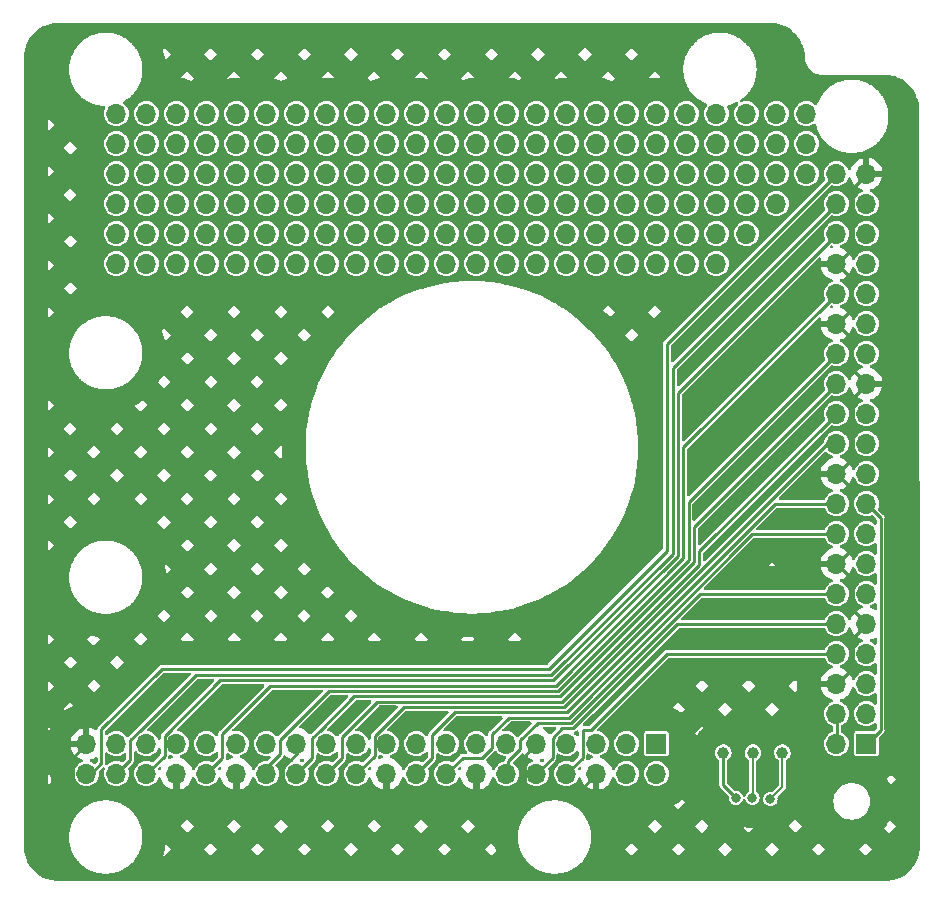
<source format=gbr>
G04 #@! TF.GenerationSoftware,KiCad,Pcbnew,6.0.0-rc1-unknown-d76c6bc884~144~ubuntu21.10.1*
G04 #@! TF.CreationDate,2021-12-01T12:13:08+00:00*
G04 #@! TF.ProjectId,tad2_top,74616432-5f74-46f7-902e-6b696361645f,1.0*
G04 #@! TF.SameCoordinates,Original*
G04 #@! TF.FileFunction,Copper,L2,Bot*
G04 #@! TF.FilePolarity,Positive*
%FSLAX46Y46*%
G04 Gerber Fmt 4.6, Leading zero omitted, Abs format (unit mm)*
G04 Created by KiCad (PCBNEW 6.0.0-rc1-unknown-d76c6bc884~144~ubuntu21.10.1) date 2021-12-01 12:13:08*
%MOMM*%
%LPD*%
G01*
G04 APERTURE LIST*
G04 #@! TA.AperFunction,ComponentPad*
%ADD10O,1.700000X1.700000*%
G04 #@! TD*
G04 #@! TA.AperFunction,ComponentPad*
%ADD11R,1.700000X1.700000*%
G04 #@! TD*
G04 #@! TA.AperFunction,SMDPad,CuDef*
%ADD12C,1.000000*%
G04 #@! TD*
G04 #@! TA.AperFunction,ViaPad*
%ADD13C,0.800000*%
G04 #@! TD*
G04 #@! TA.AperFunction,Conductor*
%ADD14C,0.250000*%
G04 #@! TD*
G04 #@! TA.AperFunction,Conductor*
%ADD15C,0.200000*%
G04 #@! TD*
G04 APERTURE END LIST*
D10*
X104140000Y-127000000D03*
X142240000Y-137160000D03*
X119380000Y-124460000D03*
X106680000Y-137160000D03*
X144780000Y-132080000D03*
X139700000Y-137160000D03*
X109220000Y-129540000D03*
X152400000Y-124460000D03*
X104140000Y-134620000D03*
X137160000Y-127000000D03*
X129540000Y-129540000D03*
X147320000Y-134620000D03*
X134620000Y-137160000D03*
X111760000Y-124460000D03*
X127000000Y-124460000D03*
X149860000Y-134620000D03*
X144780000Y-129540000D03*
X147320000Y-127000000D03*
X154940000Y-132080000D03*
X106680000Y-124460000D03*
X111760000Y-132080000D03*
X144780000Y-137160000D03*
X119380000Y-127000000D03*
X114300000Y-132080000D03*
X144780000Y-124460000D03*
X147320000Y-124460000D03*
X144780000Y-127000000D03*
X160020000Y-127000000D03*
X124460000Y-132080000D03*
X104140000Y-129540000D03*
X116840000Y-129540000D03*
X101600000Y-127000000D03*
X119380000Y-129540000D03*
X139700000Y-134620000D03*
X101600000Y-132080000D03*
X147320000Y-132080000D03*
X109220000Y-124460000D03*
X121920000Y-134620000D03*
X129540000Y-124460000D03*
X116840000Y-134620000D03*
X109220000Y-134620000D03*
X104140000Y-137160000D03*
X109220000Y-137160000D03*
X111760000Y-127000000D03*
X144780000Y-134620000D03*
X111760000Y-137160000D03*
X160020000Y-124460000D03*
X104140000Y-124460000D03*
X124460000Y-137160000D03*
X142240000Y-132080000D03*
X129540000Y-132080000D03*
X132080000Y-129540000D03*
X157480000Y-132080000D03*
X132080000Y-137160000D03*
X139700000Y-124460000D03*
X121920000Y-129540000D03*
X154940000Y-127000000D03*
X139700000Y-129540000D03*
X114300000Y-137160000D03*
X152400000Y-127000000D03*
X127000000Y-129540000D03*
X149860000Y-127000000D03*
X129540000Y-134620000D03*
X134620000Y-127000000D03*
X139700000Y-132080000D03*
X116840000Y-124460000D03*
X121920000Y-124460000D03*
X160020000Y-129540000D03*
X101600000Y-124460000D03*
X114300000Y-129540000D03*
X154940000Y-124460000D03*
X101600000Y-134620000D03*
X127000000Y-132080000D03*
X129540000Y-127000000D03*
X152400000Y-134620000D03*
X116840000Y-132080000D03*
X137160000Y-137160000D03*
X106680000Y-127000000D03*
X132080000Y-127000000D03*
X139700000Y-127000000D03*
X134620000Y-134620000D03*
X137160000Y-129540000D03*
X152400000Y-137160000D03*
X119380000Y-132080000D03*
X137160000Y-132080000D03*
X147320000Y-137160000D03*
X154940000Y-134620000D03*
X137160000Y-134620000D03*
X114300000Y-127000000D03*
X142240000Y-134620000D03*
X154940000Y-129540000D03*
X137160000Y-124460000D03*
X157480000Y-127000000D03*
X152400000Y-129540000D03*
X149860000Y-124460000D03*
X132080000Y-132080000D03*
X157480000Y-124460000D03*
X142240000Y-129540000D03*
X147320000Y-129540000D03*
X157480000Y-129540000D03*
X106680000Y-134620000D03*
X121920000Y-137160000D03*
X119380000Y-137160000D03*
X114300000Y-124460000D03*
X109220000Y-132080000D03*
X127000000Y-137160000D03*
X129540000Y-137160000D03*
X106680000Y-132080000D03*
X149860000Y-132080000D03*
X124460000Y-129540000D03*
X134620000Y-129540000D03*
X111760000Y-134620000D03*
X101600000Y-137160000D03*
X127000000Y-127000000D03*
X114300000Y-134620000D03*
X134620000Y-132080000D03*
X116840000Y-137160000D03*
X132080000Y-124460000D03*
X152400000Y-132080000D03*
X127000000Y-134620000D03*
X121920000Y-132080000D03*
X149860000Y-129540000D03*
X104140000Y-132080000D03*
X119380000Y-134620000D03*
X124460000Y-124460000D03*
X134620000Y-124460000D03*
X116840000Y-127000000D03*
X121920000Y-127000000D03*
X101600000Y-129540000D03*
X124460000Y-127000000D03*
X142240000Y-124460000D03*
X124460000Y-134620000D03*
X111760000Y-129540000D03*
X142240000Y-127000000D03*
X109220000Y-127000000D03*
X149860000Y-137160000D03*
X106680000Y-129540000D03*
X132080000Y-134620000D03*
D11*
X165100000Y-177800000D03*
D10*
X162560000Y-177800000D03*
X165100000Y-175260000D03*
X162560000Y-175260000D03*
X165100000Y-172720000D03*
X162560000Y-172720000D03*
X165100000Y-170180000D03*
X162560000Y-170180000D03*
X165100000Y-167640000D03*
X162560000Y-167640000D03*
X165100000Y-165100000D03*
X162560000Y-165100000D03*
X165100000Y-162560000D03*
X162560000Y-162560000D03*
X165100000Y-160020000D03*
X162560000Y-160020000D03*
X165100000Y-157480000D03*
X162560000Y-157480000D03*
X165100000Y-154940000D03*
X162560000Y-154940000D03*
X165100000Y-152400000D03*
X162560000Y-152400000D03*
X165100000Y-149860000D03*
X162560000Y-149860000D03*
X165100000Y-147320000D03*
X162560000Y-147320000D03*
X165100000Y-144780000D03*
X162560000Y-144780000D03*
X165100000Y-142240000D03*
X162560000Y-142240000D03*
X165100000Y-139700000D03*
X162560000Y-139700000D03*
X165100000Y-137160000D03*
X162560000Y-137160000D03*
X165100000Y-134620000D03*
X162560000Y-134620000D03*
X165100000Y-132080000D03*
X162560000Y-132080000D03*
X165100000Y-129540000D03*
X162560000Y-129540000D03*
D12*
X152988000Y-178562000D03*
X157988000Y-178562000D03*
D11*
X147320000Y-177800000D03*
D10*
X147320000Y-180340000D03*
X144780000Y-177800000D03*
X144780000Y-180340000D03*
X142240000Y-177800000D03*
X142240000Y-180340000D03*
X139700000Y-177800000D03*
X139700000Y-180340000D03*
X137160000Y-177800000D03*
X137160000Y-180340000D03*
X134620000Y-177800000D03*
X134620000Y-180340000D03*
X132080000Y-177800000D03*
X132080000Y-180340000D03*
X129540000Y-177800000D03*
X129540000Y-180340000D03*
X127000000Y-177800000D03*
X127000000Y-180340000D03*
X124460000Y-177800000D03*
X124460000Y-180340000D03*
X121920000Y-177800000D03*
X121920000Y-180340000D03*
X119380000Y-177800000D03*
X119380000Y-180340000D03*
X116840000Y-177800000D03*
X116840000Y-180340000D03*
X114300000Y-177800000D03*
X114300000Y-180340000D03*
X111760000Y-177800000D03*
X111760000Y-180340000D03*
X109220000Y-177800000D03*
X109220000Y-180340000D03*
X106680000Y-177800000D03*
X106680000Y-180340000D03*
X104140000Y-177800000D03*
X104140000Y-180340000D03*
X101600000Y-177800000D03*
X101600000Y-180340000D03*
X99060000Y-177800000D03*
X99060000Y-180340000D03*
D12*
X155488000Y-178562000D03*
D13*
X156972000Y-182499000D03*
X155448000Y-182372000D03*
X154051000Y-182372000D03*
D14*
X141065489Y-179002511D02*
X139870000Y-180198000D01*
X141065489Y-176625489D02*
X141065489Y-179002511D01*
X141781501Y-176625489D02*
X141065489Y-176625489D01*
X148216990Y-170190000D02*
X141781501Y-176625489D01*
X162594000Y-170190000D02*
X148216990Y-170190000D01*
X114470000Y-180198000D02*
X114470000Y-179662000D01*
X114470000Y-179662000D02*
X115474511Y-178657489D01*
X115474511Y-177452123D02*
X119589719Y-173336915D01*
X150048532Y-162258580D02*
X150048532Y-157335468D01*
X115474511Y-178657489D02*
X115474511Y-177452123D01*
X150048532Y-157335468D02*
X162594000Y-144790000D01*
X119589719Y-173336915D02*
X138970197Y-173336914D01*
X138970197Y-173336914D02*
X150048532Y-162258580D01*
X115665489Y-181665489D02*
X115700000Y-181700000D01*
X115665489Y-179853501D02*
X115665489Y-181665489D01*
X117010000Y-178508990D02*
X115665489Y-179853501D01*
X117010000Y-177658000D02*
X117010000Y-178508990D01*
X106700000Y-181700000D02*
X98758990Y-181700000D01*
X98758990Y-181700000D02*
X97885489Y-180826499D01*
X97885489Y-180826499D02*
X97885489Y-179002511D01*
X97885489Y-179002511D02*
X99230000Y-177658000D01*
X166308511Y-176635489D02*
X165134000Y-177810000D01*
X165134000Y-157490000D02*
X166308511Y-158664511D01*
X166308511Y-158664511D02*
X166308511Y-176635489D01*
X162594000Y-177810000D02*
X162594000Y-175270000D01*
X163959489Y-130724511D02*
X163959489Y-135804511D01*
X162594000Y-154950000D02*
X163768511Y-156124511D01*
X163768511Y-156124511D02*
X163768511Y-161395489D01*
X136200000Y-181700000D02*
X132200000Y-181700000D01*
X124700000Y-181700000D02*
X115700000Y-181700000D01*
X106850000Y-181550000D02*
X106700000Y-181700000D01*
X136155489Y-178832511D02*
X136155489Y-181655489D01*
X165134000Y-147330000D02*
X163959489Y-148504511D01*
X163959489Y-148504511D02*
X163959489Y-153584511D01*
X111930000Y-181470000D02*
X111700000Y-181700000D01*
X163959489Y-135804511D02*
X162594000Y-137170000D01*
X140908000Y-181700000D02*
X136200000Y-181700000D01*
X132200000Y-181700000D02*
X124700000Y-181700000D01*
X137330000Y-177658000D02*
X136155489Y-178832511D01*
X163768511Y-141075489D02*
X162594000Y-142250000D01*
X111700000Y-181700000D02*
X106700000Y-181700000D01*
X162594000Y-172730000D02*
X163959489Y-171364511D01*
X163768511Y-161395489D02*
X162594000Y-162570000D01*
X111930000Y-180198000D02*
X111930000Y-181470000D01*
X163959489Y-166475489D02*
X165134000Y-167650000D01*
X106850000Y-180198000D02*
X106850000Y-181550000D01*
X124630000Y-181630000D02*
X124700000Y-181700000D01*
X165134000Y-129550000D02*
X163959489Y-130724511D01*
X132250000Y-180198000D02*
X132250000Y-181650000D01*
X142410000Y-180198000D02*
X140908000Y-181700000D01*
X163768511Y-145964511D02*
X165134000Y-147330000D01*
X163959489Y-168824511D02*
X165134000Y-167650000D01*
X163768511Y-143424511D02*
X163768511Y-145964511D01*
X162594000Y-162570000D02*
X163959489Y-163935489D01*
X162594000Y-137170000D02*
X163768511Y-138344511D01*
X163959489Y-153584511D02*
X162594000Y-154950000D01*
X163959489Y-171364511D02*
X163959489Y-168824511D01*
X163768511Y-138344511D02*
X163768511Y-141075489D01*
X132250000Y-181650000D02*
X132200000Y-181700000D01*
X162594000Y-142250000D02*
X163768511Y-143424511D01*
X115700000Y-181700000D02*
X111700000Y-181700000D01*
X163959489Y-163935489D02*
X163959489Y-166475489D01*
X136155489Y-181655489D02*
X136200000Y-181700000D01*
X124630000Y-180198000D02*
X124630000Y-181630000D01*
X139355500Y-176483490D02*
X138525489Y-177313501D01*
X138525489Y-177313501D02*
X138525489Y-179002511D01*
X162594000Y-167650000D02*
X149107040Y-167650000D01*
X149107040Y-167650000D02*
X140273547Y-176483491D01*
X140273547Y-176483491D02*
X139355500Y-176483490D01*
X138525489Y-179002511D02*
X137330000Y-180198000D01*
X134790000Y-179291010D02*
X134790000Y-180198000D01*
X151011336Y-165110000D02*
X140087357Y-176033979D01*
X140087357Y-176033979D02*
X137265011Y-176033979D01*
X162594000Y-165110000D02*
X151011336Y-165110000D01*
X135794511Y-178286499D02*
X134790000Y-179291010D01*
X137265011Y-176033979D02*
X135794511Y-177504479D01*
X135794511Y-177504479D02*
X135794511Y-178286499D01*
X134815532Y-175584468D02*
X133424511Y-176975489D01*
X139901161Y-175584469D02*
X139156388Y-175584468D01*
X133424511Y-178144499D02*
X132594499Y-178974511D01*
X130933489Y-178974511D02*
X129710000Y-180198000D01*
X139156388Y-175584468D02*
X134815532Y-175584468D01*
X132594499Y-178974511D02*
X130933489Y-178974511D01*
X162594000Y-160030000D02*
X155455629Y-160030000D01*
X133424511Y-176975489D02*
X133424511Y-178144499D01*
X155455629Y-160030000D02*
X139901161Y-175584469D01*
X139714968Y-175134958D02*
X138970195Y-175134957D01*
X128344511Y-179023489D02*
X127170000Y-180198000D01*
X162594000Y-157490000D02*
X157359925Y-157490000D01*
X130265042Y-175134958D02*
X128344511Y-177055489D01*
X157359925Y-157490000D02*
X139714968Y-175134958D01*
X128344511Y-177055489D02*
X128344511Y-179023489D01*
X138970195Y-175134957D02*
X130265042Y-175134958D01*
X138784002Y-174685446D02*
X125941542Y-174685448D01*
X123455489Y-178832511D02*
X122090000Y-180198000D01*
X125941542Y-174685448D02*
X123455489Y-177171501D01*
X162594000Y-152410000D02*
X161804224Y-152410000D01*
X123455489Y-177171501D02*
X123455489Y-178832511D01*
X161804224Y-152410000D02*
X139528775Y-174685447D01*
X139528775Y-174685447D02*
X138784002Y-174685446D01*
X150947552Y-162630968D02*
X139342583Y-174235936D01*
X123706879Y-174235937D02*
X120724511Y-177218305D01*
X138970196Y-174235935D02*
X123706879Y-174235937D01*
X139342583Y-174235936D02*
X138970196Y-174235935D01*
X120724511Y-177218305D02*
X120724511Y-179023489D01*
X120724511Y-179023489D02*
X119550000Y-180198000D01*
X150947553Y-161516447D02*
X150947552Y-162630968D01*
X162594000Y-149870000D02*
X150947553Y-161516447D01*
X118200000Y-179008000D02*
X117010000Y-180198000D01*
X150498043Y-159425957D02*
X150498042Y-162444774D01*
X162594000Y-147330000D02*
X150498043Y-159425957D01*
X139156390Y-173786425D02*
X121760564Y-173786426D01*
X121760564Y-173786426D02*
X118921501Y-176625489D01*
X118921501Y-176625489D02*
X118893501Y-176625489D01*
X118200000Y-177318990D02*
X118200000Y-179008000D01*
X118893501Y-176625489D02*
X118200000Y-177318990D01*
X150498042Y-162444774D02*
X139156390Y-173786425D01*
X114648300Y-172887404D02*
X110564511Y-176971193D01*
X138039230Y-172887403D02*
X114648300Y-172887404D01*
X110564511Y-176971193D02*
X110564511Y-179023489D01*
X149599020Y-162072388D02*
X138784003Y-172887404D01*
X138784003Y-172887404D02*
X138039230Y-172887403D01*
X162594000Y-139710000D02*
X149599021Y-152704979D01*
X149599021Y-152704979D02*
X149599020Y-162072388D01*
X110564511Y-179023489D02*
X109390000Y-180198000D01*
X138597811Y-172437893D02*
X138225424Y-172437892D01*
X149149510Y-161886194D02*
X138597811Y-172437893D01*
X149149511Y-148074489D02*
X149149510Y-161886194D01*
X105675489Y-177171501D02*
X105675489Y-178832511D01*
X110409097Y-172437893D02*
X105675489Y-177171501D01*
X162594000Y-134630000D02*
X149149511Y-148074489D01*
X138225424Y-172437892D02*
X110409097Y-172437893D01*
X105675489Y-178832511D02*
X104310000Y-180198000D01*
X102774511Y-177504479D02*
X102774511Y-179193489D01*
X103653501Y-176625489D02*
X102774511Y-177504479D01*
X148700000Y-161700000D02*
X138411618Y-171988382D01*
X148700000Y-145984000D02*
X148700000Y-161700000D01*
X162594000Y-132090000D02*
X148700000Y-145984000D01*
X138411618Y-171988382D02*
X108318608Y-171988382D01*
X108318608Y-171988382D02*
X103681501Y-176625489D01*
X102774511Y-179193489D02*
X101770000Y-180198000D01*
X103681501Y-176625489D02*
X103653501Y-176625489D01*
X100330000Y-179451000D02*
X99583000Y-180198000D01*
X99583000Y-180198000D02*
X99230000Y-180198000D01*
X162594000Y-129550000D02*
X148200000Y-143944000D01*
X148200000Y-161450000D02*
X138200000Y-171450000D01*
X105450000Y-171450000D02*
X100330000Y-176570000D01*
X100330000Y-176570000D02*
X100330000Y-179451000D01*
X138200000Y-171450000D02*
X105450000Y-171450000D01*
X148200000Y-143944000D02*
X148200000Y-161450000D01*
D15*
X157988000Y-181483000D02*
X157988000Y-178562000D01*
X156972000Y-182499000D02*
X157988000Y-181483000D01*
X155488000Y-182332000D02*
X155488000Y-178562000D01*
X155448000Y-182372000D02*
X155488000Y-182332000D01*
D14*
X154051000Y-182372000D02*
X152988000Y-181309000D01*
X152988000Y-181309000D02*
X152988000Y-178562000D01*
G04 #@! TA.AperFunction,Conductor*
G36*
X156939521Y-116775000D02*
G01*
X156950120Y-116775000D01*
X156962000Y-116778860D01*
X156972129Y-116775569D01*
X157282435Y-116792995D01*
X157296467Y-116794576D01*
X157451185Y-116820864D01*
X157605898Y-116847151D01*
X157619673Y-116850295D01*
X157921268Y-116937183D01*
X157934605Y-116941850D01*
X158113175Y-117015816D01*
X158224577Y-117061960D01*
X158237300Y-117068087D01*
X158512006Y-117219912D01*
X158523962Y-117227425D01*
X158779938Y-117409051D01*
X158790984Y-117417859D01*
X159010686Y-117614196D01*
X159025011Y-117626998D01*
X159035001Y-117636988D01*
X159061872Y-117667057D01*
X159244140Y-117871015D01*
X159252949Y-117882062D01*
X159434575Y-118138038D01*
X159442088Y-118149994D01*
X159572957Y-118386783D01*
X159593911Y-118424696D01*
X159600040Y-118437423D01*
X159634610Y-118520883D01*
X159720150Y-118727395D01*
X159724817Y-118740732D01*
X159811705Y-119042327D01*
X159814849Y-119056102D01*
X159834604Y-119172372D01*
X159866422Y-119359634D01*
X159867423Y-119365528D01*
X159869005Y-119379565D01*
X159885616Y-119675348D01*
X159886113Y-119684202D01*
X159885622Y-119692360D01*
X159883140Y-119700000D01*
X159882690Y-119700000D01*
X159899609Y-119922320D01*
X159900691Y-119926984D01*
X159900691Y-119926987D01*
X159920133Y-120010825D01*
X159949976Y-120139519D01*
X159951744Y-120143948D01*
X159951746Y-120143955D01*
X160030855Y-120342152D01*
X160030858Y-120342159D01*
X160032629Y-120346595D01*
X160145666Y-120538780D01*
X160286484Y-120711646D01*
X160290036Y-120714859D01*
X160290038Y-120714861D01*
X160448284Y-120857999D01*
X160448289Y-120858003D01*
X160451838Y-120861213D01*
X160637921Y-120984035D01*
X160692446Y-121009140D01*
X160836100Y-121075284D01*
X160836106Y-121075286D01*
X160840447Y-121077285D01*
X161054752Y-121138814D01*
X161059508Y-121139425D01*
X161059510Y-121139425D01*
X161119033Y-121147066D01*
X161275899Y-121167205D01*
X161275922Y-121166755D01*
X161283586Y-121164696D01*
X161289900Y-121165507D01*
X161289900Y-121163000D01*
X166602120Y-121163000D01*
X166614000Y-121166860D01*
X166624230Y-121163536D01*
X166918167Y-121178941D01*
X166931276Y-121180319D01*
X167214392Y-121225160D01*
X167225599Y-121226935D01*
X167238500Y-121229677D01*
X167526335Y-121306802D01*
X167538869Y-121310874D01*
X167817062Y-121417663D01*
X167829110Y-121423027D01*
X167849672Y-121433504D01*
X168094620Y-121558311D01*
X168106042Y-121564906D01*
X168355822Y-121727115D01*
X168355951Y-121727199D01*
X168366617Y-121734949D01*
X168528825Y-121866302D01*
X168598194Y-121922476D01*
X168607995Y-121931301D01*
X168818699Y-122142005D01*
X168827524Y-122151806D01*
X168998256Y-122362642D01*
X169015049Y-122383380D01*
X169022799Y-122394047D01*
X169138596Y-122572357D01*
X169185094Y-122643958D01*
X169191689Y-122655380D01*
X169326973Y-122920890D01*
X169332336Y-122932937D01*
X169428019Y-123182196D01*
X169439124Y-123211126D01*
X169443198Y-123223665D01*
X169506937Y-123461543D01*
X169520323Y-123511501D01*
X169523065Y-123524401D01*
X169565602Y-123792964D01*
X169569681Y-123818720D01*
X169571059Y-123831833D01*
X169579636Y-123995483D01*
X169586464Y-124125770D01*
X169585931Y-124125798D01*
X169586148Y-124126742D01*
X169583140Y-124136000D01*
X169587007Y-124147901D01*
X169624994Y-186488144D01*
X169621141Y-186500001D01*
X169624432Y-186510130D01*
X169607999Y-186802744D01*
X169607006Y-186820432D01*
X169605425Y-186834468D01*
X169579137Y-186989186D01*
X169552850Y-187143899D01*
X169549706Y-187157674D01*
X169462818Y-187459269D01*
X169458151Y-187472606D01*
X169406458Y-187597404D01*
X169366747Y-187693277D01*
X169338043Y-187762574D01*
X169331914Y-187775301D01*
X169180089Y-188050007D01*
X169172576Y-188061963D01*
X168990950Y-188317939D01*
X168982141Y-188328986D01*
X168773003Y-188563012D01*
X168763013Y-188573002D01*
X168760575Y-188575181D01*
X168528986Y-188782141D01*
X168517939Y-188790950D01*
X168261963Y-188972576D01*
X168250007Y-188980089D01*
X167975301Y-189131914D01*
X167962578Y-189138041D01*
X167851176Y-189184185D01*
X167672606Y-189258151D01*
X167659269Y-189262818D01*
X167357674Y-189349706D01*
X167343899Y-189352850D01*
X167189186Y-189379137D01*
X167034468Y-189405425D01*
X167020436Y-189407006D01*
X166872722Y-189415301D01*
X166716251Y-189424088D01*
X166716250Y-189424088D01*
X166710130Y-189424432D01*
X166700001Y-189421141D01*
X166688121Y-189425001D01*
X136907448Y-189425001D01*
X96722479Y-189425000D01*
X96711880Y-189425000D01*
X96700000Y-189421140D01*
X96689871Y-189424431D01*
X96379565Y-189407005D01*
X96365533Y-189405424D01*
X96210815Y-189379136D01*
X96056102Y-189352849D01*
X96042327Y-189349705D01*
X95740732Y-189262817D01*
X95727395Y-189258150D01*
X95506573Y-189166683D01*
X95437423Y-189138040D01*
X95424698Y-189131912D01*
X95149994Y-188980088D01*
X95138038Y-188972575D01*
X94882062Y-188790949D01*
X94871015Y-188782140D01*
X94677509Y-188609213D01*
X94636988Y-188573001D01*
X94626998Y-188563011D01*
X94417860Y-188328985D01*
X94409051Y-188317938D01*
X94227425Y-188061962D01*
X94219908Y-188049999D01*
X94068087Y-187775300D01*
X94061960Y-187762577D01*
X93999579Y-187611977D01*
X93941850Y-187472605D01*
X93937183Y-187459268D01*
X93850295Y-187157673D01*
X93847151Y-187143898D01*
X93805057Y-186896151D01*
X93794576Y-186834467D01*
X93792995Y-186820431D01*
X93791814Y-186799390D01*
X93778896Y-186569376D01*
X93775913Y-186516250D01*
X93775913Y-186516249D01*
X93775569Y-186510129D01*
X93778860Y-186500000D01*
X93775000Y-186488120D01*
X93775000Y-185754200D01*
X97594908Y-185754200D01*
X97604162Y-185878720D01*
X97604394Y-185882734D01*
X97606050Y-185922244D01*
X97609436Y-186003032D01*
X97616297Y-186047350D01*
X97617428Y-186057243D01*
X97621004Y-186105358D01*
X97621671Y-186108871D01*
X97643749Y-186225160D01*
X97644477Y-186229386D01*
X97645590Y-186236575D01*
X97662475Y-186345646D01*
X97663399Y-186349046D01*
X97674967Y-186391622D01*
X97677163Y-186401152D01*
X97686684Y-186451304D01*
X97687741Y-186454709D01*
X97687742Y-186454712D01*
X97722002Y-186565048D01*
X97723261Y-186569376D01*
X97753375Y-186680212D01*
X97771952Y-186727131D01*
X97775127Y-186736137D01*
X97779644Y-186750683D01*
X97791104Y-186787592D01*
X97792545Y-186790867D01*
X97837917Y-186893983D01*
X97839740Y-186898346D01*
X97881001Y-187002560D01*
X97887946Y-187015621D01*
X97906003Y-187049582D01*
X97910080Y-187057987D01*
X97916706Y-187073045D01*
X97932921Y-187109897D01*
X97990059Y-187207873D01*
X97992455Y-187212175D01*
X98017239Y-187258785D01*
X98043765Y-187308673D01*
X98075447Y-187354943D01*
X98080316Y-187362638D01*
X98110313Y-187414076D01*
X98112449Y-187416937D01*
X98112456Y-187416947D01*
X98176467Y-187502669D01*
X98179473Y-187506871D01*
X98237645Y-187591829D01*
X98237650Y-187591835D01*
X98239636Y-187594736D01*
X98241939Y-187597404D01*
X98278101Y-187639298D01*
X98283678Y-187646240D01*
X98320999Y-187696219D01*
X98323443Y-187698817D01*
X98323448Y-187698823D01*
X98394805Y-187774677D01*
X98398409Y-187778677D01*
X98466173Y-187857182D01*
X98468743Y-187859562D01*
X98468747Y-187859566D01*
X98511439Y-187899099D01*
X98517603Y-187905216D01*
X98559820Y-187950094D01*
X98559832Y-187950106D01*
X98562270Y-187952697D01*
X98564987Y-187954997D01*
X98564989Y-187954999D01*
X98642300Y-188020447D01*
X98646499Y-188024165D01*
X98720553Y-188092740D01*
X98723370Y-188094817D01*
X98723381Y-188094826D01*
X98772472Y-188131019D01*
X98779111Y-188136267D01*
X98828303Y-188177911D01*
X98828308Y-188177915D01*
X98831024Y-188180214D01*
X98833988Y-188182194D01*
X98833990Y-188182196D01*
X98915841Y-188236887D01*
X98920611Y-188240235D01*
X98999605Y-188298475D01*
X99057897Y-188332130D01*
X99064897Y-188336483D01*
X99123807Y-188375845D01*
X99126989Y-188377484D01*
X99126991Y-188377485D01*
X99211976Y-188421255D01*
X99217284Y-188424152D01*
X99296796Y-188470059D01*
X99296801Y-188470062D01*
X99299852Y-188471823D01*
X99303077Y-188473232D01*
X99303085Y-188473236D01*
X99364094Y-188499889D01*
X99371341Y-188503334D01*
X99436853Y-188537075D01*
X99440203Y-188538344D01*
X99440207Y-188538346D01*
X99477636Y-188552526D01*
X99526960Y-188571213D01*
X99532738Y-188573568D01*
X99617550Y-188610621D01*
X99667389Y-188626049D01*
X99687210Y-188632185D01*
X99694585Y-188634721D01*
X99766139Y-188661830D01*
X99798204Y-188669973D01*
X99856774Y-188684849D01*
X99863017Y-188686607D01*
X99945379Y-188712102D01*
X99948739Y-188713142D01*
X99952195Y-188713801D01*
X99952194Y-188713801D01*
X100023125Y-188727332D01*
X100030530Y-188728977D01*
X100103963Y-188747627D01*
X100103972Y-188747629D01*
X100107430Y-188748507D01*
X100110973Y-188748989D01*
X100110972Y-188748989D01*
X100197279Y-188760735D01*
X100203897Y-188761816D01*
X100285842Y-188777448D01*
X100285848Y-188777449D01*
X100289293Y-188778106D01*
X100341720Y-188782140D01*
X100367595Y-188784131D01*
X100374919Y-188784911D01*
X100453347Y-188795585D01*
X100453354Y-188795586D01*
X100456340Y-188795992D01*
X100571081Y-188800500D01*
X100575485Y-188800500D01*
X100585152Y-188800871D01*
X100631469Y-188804435D01*
X100631470Y-188804435D01*
X100634966Y-188804704D01*
X100753142Y-188800577D01*
X100757540Y-188800500D01*
X100789198Y-188800500D01*
X100790970Y-188800399D01*
X100790983Y-188800399D01*
X100827582Y-188798320D01*
X100841909Y-188797506D01*
X100844636Y-188797381D01*
X100896080Y-188795585D01*
X100977932Y-188792727D01*
X100977935Y-188792727D01*
X100981449Y-188792604D01*
X101009101Y-188788521D01*
X101020341Y-188787375D01*
X101047992Y-188785805D01*
X101047998Y-188785804D01*
X101051560Y-188785602D01*
X101188805Y-188762019D01*
X101191711Y-188761555D01*
X101324424Y-188741958D01*
X101327815Y-188741062D01*
X101327830Y-188741059D01*
X101354150Y-188734105D01*
X101364994Y-188731745D01*
X101375682Y-188729908D01*
X101398600Y-188725970D01*
X101402031Y-188724970D01*
X101529451Y-188687830D01*
X101532524Y-188686976D01*
X101656226Y-188654293D01*
X101656227Y-188654293D01*
X101659617Y-188653397D01*
X101662882Y-188652131D01*
X101662893Y-188652127D01*
X101690925Y-188641254D01*
X101701229Y-188637761D01*
X101733225Y-188628435D01*
X101733226Y-188628435D01*
X101736659Y-188627434D01*
X101859711Y-188575833D01*
X101862842Y-188574570D01*
X101865413Y-188573573D01*
X101892643Y-188563011D01*
X101979570Y-188529295D01*
X101979578Y-188529291D01*
X101982848Y-188528023D01*
X101985958Y-188526397D01*
X101985965Y-188526394D01*
X102015087Y-188511170D01*
X102024731Y-188506637D01*
X102058094Y-188492646D01*
X102058106Y-188492640D01*
X102061390Y-188491263D01*
X102175290Y-188427476D01*
X102178481Y-188425748D01*
X102187075Y-188421255D01*
X102290090Y-188367401D01*
X102293008Y-188365433D01*
X102293016Y-188365428D01*
X102311210Y-188353155D01*
X102322582Y-188345485D01*
X102331461Y-188340016D01*
X102368619Y-188319207D01*
X102371524Y-188317116D01*
X102371533Y-188317110D01*
X102472209Y-188244633D01*
X102475365Y-188242432D01*
X102564668Y-188182196D01*
X102577513Y-188173532D01*
X102609513Y-188146298D01*
X102617554Y-188139999D01*
X102654395Y-188113477D01*
X102657039Y-188111075D01*
X102657053Y-188111064D01*
X102746788Y-188029554D01*
X102749843Y-188026867D01*
X102838861Y-187951107D01*
X102838862Y-187951106D01*
X102841534Y-187948832D01*
X102872219Y-187916156D01*
X102879337Y-187909155D01*
X102915046Y-187876719D01*
X102917397Y-187874038D01*
X102917407Y-187874028D01*
X102995469Y-187785015D01*
X102998351Y-187781839D01*
X103001319Y-187778679D01*
X103076309Y-187698823D01*
X103076452Y-187698671D01*
X103076456Y-187698666D01*
X103078863Y-187696103D01*
X103080970Y-187693287D01*
X103080978Y-187693277D01*
X103107389Y-187657971D01*
X103113543Y-187650377D01*
X103147219Y-187611977D01*
X103159180Y-187594736D01*
X103215107Y-187514116D01*
X103217743Y-187510458D01*
X103220427Y-187506871D01*
X103286541Y-187418494D01*
X103312082Y-187374960D01*
X103317208Y-187366937D01*
X103347929Y-187322653D01*
X103382246Y-187258785D01*
X105558267Y-187258785D01*
X105624864Y-187325382D01*
X106191964Y-186758282D01*
X106191963Y-186758281D01*
X109017562Y-186758281D01*
X109584662Y-187325382D01*
X110151762Y-186758282D01*
X110151761Y-186758281D01*
X112977360Y-186758281D01*
X113544460Y-187325382D01*
X114111560Y-186758282D01*
X114111559Y-186758281D01*
X116937158Y-186758281D01*
X117504258Y-187325382D01*
X118071358Y-186758282D01*
X118071357Y-186758281D01*
X120896956Y-186758281D01*
X121464056Y-187325382D01*
X122031156Y-186758282D01*
X122031155Y-186758281D01*
X124856754Y-186758281D01*
X125423854Y-187325382D01*
X125990954Y-186758282D01*
X125990953Y-186758281D01*
X128816552Y-186758281D01*
X129383652Y-187325382D01*
X129950752Y-186758282D01*
X129950751Y-186758281D01*
X132776350Y-186758281D01*
X133343450Y-187325382D01*
X133745494Y-186923338D01*
X133727463Y-186841147D01*
X133710571Y-186771326D01*
X133709791Y-186767895D01*
X133706866Y-186754134D01*
X133706183Y-186750683D01*
X133688581Y-186654781D01*
X133687994Y-186651311D01*
X133674870Y-186566537D01*
X133664575Y-186512308D01*
X133343449Y-186191182D01*
X132776350Y-186758281D01*
X129950751Y-186758281D01*
X129383651Y-186191182D01*
X128816552Y-186758281D01*
X125990953Y-186758281D01*
X125423853Y-186191182D01*
X124856754Y-186758281D01*
X122031155Y-186758281D01*
X121464055Y-186191182D01*
X120896956Y-186758281D01*
X118071357Y-186758281D01*
X117504257Y-186191182D01*
X116937158Y-186758281D01*
X114111559Y-186758281D01*
X113544459Y-186191182D01*
X112977360Y-186758281D01*
X110151761Y-186758281D01*
X109584661Y-186191182D01*
X109017562Y-186758281D01*
X106191963Y-186758281D01*
X105762863Y-186329181D01*
X105754943Y-186399786D01*
X105754502Y-186403278D01*
X105752544Y-186417209D01*
X105752005Y-186420687D01*
X105735744Y-186516820D01*
X105735109Y-186520280D01*
X105722747Y-186582709D01*
X105712450Y-186649614D01*
X105711855Y-186653143D01*
X105694001Y-186750645D01*
X105693307Y-186754153D01*
X105690336Y-186768127D01*
X105689545Y-186771608D01*
X105666237Y-186867759D01*
X105665428Y-186870901D01*
X105645441Y-186958874D01*
X105644614Y-186962294D01*
X105641116Y-186975918D01*
X105640193Y-186979313D01*
X105613316Y-187073045D01*
X105612299Y-187076414D01*
X105591698Y-187141358D01*
X105572726Y-187210945D01*
X105571738Y-187214378D01*
X105558267Y-187258785D01*
X103382246Y-187258785D01*
X103402951Y-187220252D01*
X103405258Y-187216145D01*
X103460194Y-187122510D01*
X103460198Y-187122503D01*
X103461980Y-187119465D01*
X103483641Y-187070812D01*
X103487755Y-187062425D01*
X103512904Y-187015621D01*
X103512905Y-187015618D01*
X103514598Y-187012468D01*
X103556616Y-186907149D01*
X103558536Y-186902599D01*
X103601556Y-186805976D01*
X103601562Y-186805961D01*
X103602994Y-186802744D01*
X103612871Y-186771608D01*
X103619950Y-186749293D01*
X103623022Y-186740704D01*
X103643753Y-186688740D01*
X103643756Y-186688732D01*
X103645081Y-186685410D01*
X103674161Y-186578745D01*
X103675610Y-186573831D01*
X103707824Y-186472278D01*
X103719264Y-186414504D01*
X103721295Y-186405859D01*
X103737701Y-186345683D01*
X103754088Y-186239211D01*
X103755020Y-186233917D01*
X103774478Y-186135649D01*
X103775164Y-186132186D01*
X103780326Y-186070710D01*
X103781351Y-186062085D01*
X103790724Y-186001187D01*
X103791268Y-185997655D01*
X103795385Y-185892855D01*
X103795730Y-185887262D01*
X103796452Y-185878672D01*
X103804174Y-185786707D01*
X103804579Y-185757758D01*
X103804629Y-185754200D01*
X135594908Y-185754200D01*
X135604162Y-185878720D01*
X135604394Y-185882734D01*
X135606050Y-185922244D01*
X135609436Y-186003032D01*
X135616297Y-186047350D01*
X135617428Y-186057243D01*
X135621004Y-186105358D01*
X135621671Y-186108871D01*
X135643749Y-186225160D01*
X135644477Y-186229386D01*
X135645590Y-186236575D01*
X135662475Y-186345646D01*
X135663399Y-186349046D01*
X135674967Y-186391622D01*
X135677163Y-186401152D01*
X135686684Y-186451304D01*
X135687741Y-186454709D01*
X135687742Y-186454712D01*
X135722002Y-186565048D01*
X135723261Y-186569376D01*
X135753375Y-186680212D01*
X135771952Y-186727131D01*
X135775127Y-186736137D01*
X135779644Y-186750683D01*
X135791104Y-186787592D01*
X135792545Y-186790867D01*
X135837917Y-186893983D01*
X135839740Y-186898346D01*
X135881001Y-187002560D01*
X135887946Y-187015621D01*
X135906003Y-187049582D01*
X135910080Y-187057987D01*
X135916706Y-187073045D01*
X135932921Y-187109897D01*
X135990059Y-187207873D01*
X135992455Y-187212175D01*
X136017239Y-187258785D01*
X136043765Y-187308673D01*
X136075447Y-187354943D01*
X136080316Y-187362638D01*
X136110313Y-187414076D01*
X136112449Y-187416937D01*
X136112456Y-187416947D01*
X136176467Y-187502669D01*
X136179473Y-187506871D01*
X136237645Y-187591829D01*
X136237650Y-187591835D01*
X136239636Y-187594736D01*
X136241939Y-187597404D01*
X136278101Y-187639298D01*
X136283678Y-187646240D01*
X136320999Y-187696219D01*
X136323443Y-187698817D01*
X136323448Y-187698823D01*
X136394805Y-187774677D01*
X136398409Y-187778677D01*
X136466173Y-187857182D01*
X136468743Y-187859562D01*
X136468747Y-187859566D01*
X136511439Y-187899099D01*
X136517603Y-187905216D01*
X136559820Y-187950094D01*
X136559832Y-187950106D01*
X136562270Y-187952697D01*
X136564987Y-187954997D01*
X136564989Y-187954999D01*
X136642300Y-188020447D01*
X136646499Y-188024165D01*
X136720553Y-188092740D01*
X136723370Y-188094817D01*
X136723381Y-188094826D01*
X136772472Y-188131019D01*
X136779111Y-188136267D01*
X136828303Y-188177911D01*
X136828308Y-188177915D01*
X136831024Y-188180214D01*
X136833988Y-188182194D01*
X136833990Y-188182196D01*
X136915841Y-188236887D01*
X136920611Y-188240235D01*
X136999605Y-188298475D01*
X137057897Y-188332130D01*
X137064897Y-188336483D01*
X137123807Y-188375845D01*
X137126989Y-188377484D01*
X137126991Y-188377485D01*
X137211976Y-188421255D01*
X137217284Y-188424152D01*
X137296796Y-188470059D01*
X137296801Y-188470062D01*
X137299852Y-188471823D01*
X137303077Y-188473232D01*
X137303085Y-188473236D01*
X137364094Y-188499889D01*
X137371341Y-188503334D01*
X137436853Y-188537075D01*
X137440203Y-188538344D01*
X137440207Y-188538346D01*
X137477636Y-188552526D01*
X137526960Y-188571213D01*
X137532738Y-188573568D01*
X137617550Y-188610621D01*
X137667389Y-188626049D01*
X137687210Y-188632185D01*
X137694585Y-188634721D01*
X137766139Y-188661830D01*
X137798204Y-188669973D01*
X137856774Y-188684849D01*
X137863017Y-188686607D01*
X137945379Y-188712102D01*
X137948739Y-188713142D01*
X137952195Y-188713801D01*
X137952194Y-188713801D01*
X138023125Y-188727332D01*
X138030530Y-188728977D01*
X138103963Y-188747627D01*
X138103972Y-188747629D01*
X138107430Y-188748507D01*
X138110973Y-188748989D01*
X138110972Y-188748989D01*
X138197279Y-188760735D01*
X138203897Y-188761816D01*
X138285842Y-188777448D01*
X138285848Y-188777449D01*
X138289293Y-188778106D01*
X138341720Y-188782140D01*
X138367595Y-188784131D01*
X138374919Y-188784911D01*
X138453347Y-188795585D01*
X138453354Y-188795586D01*
X138456340Y-188795992D01*
X138571081Y-188800500D01*
X138575485Y-188800500D01*
X138585152Y-188800871D01*
X138631469Y-188804435D01*
X138631470Y-188804435D01*
X138634966Y-188804704D01*
X138753142Y-188800577D01*
X138757540Y-188800500D01*
X138789198Y-188800500D01*
X138790970Y-188800399D01*
X138790983Y-188800399D01*
X138827582Y-188798320D01*
X138841909Y-188797506D01*
X138844636Y-188797381D01*
X138896080Y-188795585D01*
X138977932Y-188792727D01*
X138977935Y-188792727D01*
X138981449Y-188792604D01*
X139009101Y-188788521D01*
X139020341Y-188787375D01*
X139047992Y-188785805D01*
X139047998Y-188785804D01*
X139051560Y-188785602D01*
X139188805Y-188762019D01*
X139191711Y-188761555D01*
X139324424Y-188741958D01*
X139327815Y-188741062D01*
X139327830Y-188741059D01*
X139354150Y-188734105D01*
X139364994Y-188731745D01*
X139375682Y-188729908D01*
X139398600Y-188725970D01*
X139402031Y-188724970D01*
X139529451Y-188687830D01*
X139532524Y-188686976D01*
X139656226Y-188654293D01*
X139656227Y-188654293D01*
X139659617Y-188653397D01*
X139662882Y-188652131D01*
X139662893Y-188652127D01*
X139690925Y-188641254D01*
X139701229Y-188637761D01*
X139733225Y-188628435D01*
X139733226Y-188628435D01*
X139736659Y-188627434D01*
X139859711Y-188575833D01*
X139862842Y-188574570D01*
X139865413Y-188573573D01*
X139892643Y-188563011D01*
X139979570Y-188529295D01*
X139979578Y-188529291D01*
X139982848Y-188528023D01*
X139985958Y-188526397D01*
X139985965Y-188526394D01*
X140015087Y-188511170D01*
X140024731Y-188506637D01*
X140058094Y-188492646D01*
X140058106Y-188492640D01*
X140061390Y-188491263D01*
X140175290Y-188427476D01*
X140178481Y-188425748D01*
X140187075Y-188421255D01*
X140290090Y-188367401D01*
X140293008Y-188365433D01*
X140293016Y-188365428D01*
X140311210Y-188353155D01*
X140322582Y-188345485D01*
X140331461Y-188340016D01*
X140368619Y-188319207D01*
X140371524Y-188317116D01*
X140371533Y-188317110D01*
X140472209Y-188244633D01*
X140475365Y-188242432D01*
X140564668Y-188182196D01*
X140577513Y-188173532D01*
X140609513Y-188146298D01*
X140617554Y-188139999D01*
X140654395Y-188113477D01*
X140657039Y-188111075D01*
X140657053Y-188111064D01*
X140746788Y-188029554D01*
X140749843Y-188026867D01*
X140838861Y-187951107D01*
X140838862Y-187951106D01*
X140841534Y-187948832D01*
X140872219Y-187916156D01*
X140879337Y-187909155D01*
X140915046Y-187876719D01*
X140917397Y-187874038D01*
X140917407Y-187874028D01*
X140995469Y-187785015D01*
X140998351Y-187781839D01*
X141001319Y-187778679D01*
X141076309Y-187698823D01*
X141076452Y-187698671D01*
X141076456Y-187698666D01*
X141078863Y-187696103D01*
X141080970Y-187693287D01*
X141080978Y-187693277D01*
X141107389Y-187657971D01*
X141113543Y-187650377D01*
X141147219Y-187611977D01*
X141159180Y-187594736D01*
X141215107Y-187514116D01*
X141217743Y-187510458D01*
X141220427Y-187506871D01*
X141286541Y-187418494D01*
X141312082Y-187374960D01*
X141317208Y-187366937D01*
X141347929Y-187322653D01*
X141402951Y-187220252D01*
X141405258Y-187216145D01*
X141460194Y-187122510D01*
X141460198Y-187122503D01*
X141461980Y-187119465D01*
X141483641Y-187070812D01*
X141487755Y-187062425D01*
X141512904Y-187015621D01*
X141512905Y-187015618D01*
X141514598Y-187012468D01*
X141556616Y-186907149D01*
X141558536Y-186902599D01*
X141601556Y-186805976D01*
X141601562Y-186805961D01*
X141602994Y-186802744D01*
X141612871Y-186771608D01*
X141617099Y-186758281D01*
X144655744Y-186758281D01*
X145222844Y-187325382D01*
X145789944Y-186758282D01*
X145789943Y-186758281D01*
X148615542Y-186758281D01*
X149182642Y-187325382D01*
X149749742Y-186758282D01*
X149749741Y-186758281D01*
X152575340Y-186758281D01*
X153142440Y-187325382D01*
X153709540Y-186758282D01*
X153709539Y-186758281D01*
X156535138Y-186758281D01*
X157102238Y-187325382D01*
X157669338Y-186758282D01*
X157669337Y-186758281D01*
X160494936Y-186758281D01*
X161062036Y-187325382D01*
X161629136Y-186758282D01*
X164454733Y-186758282D01*
X165021833Y-187325382D01*
X165588933Y-186758281D01*
X165021834Y-186191182D01*
X164454733Y-186758282D01*
X161629136Y-186758282D01*
X161062035Y-186191182D01*
X160494936Y-186758281D01*
X157669337Y-186758281D01*
X157102237Y-186191182D01*
X156535138Y-186758281D01*
X153709539Y-186758281D01*
X153142439Y-186191182D01*
X152575340Y-186758281D01*
X149749741Y-186758281D01*
X149182641Y-186191182D01*
X148615542Y-186758281D01*
X145789943Y-186758281D01*
X145222843Y-186191182D01*
X144655744Y-186758281D01*
X141617099Y-186758281D01*
X141619950Y-186749293D01*
X141623022Y-186740704D01*
X141643753Y-186688740D01*
X141643756Y-186688732D01*
X141645081Y-186685410D01*
X141674161Y-186578745D01*
X141675610Y-186573831D01*
X141707824Y-186472278D01*
X141719264Y-186414504D01*
X141721295Y-186405859D01*
X141737701Y-186345683D01*
X141754088Y-186239211D01*
X141755020Y-186233917D01*
X141774478Y-186135649D01*
X141775164Y-186132186D01*
X141780326Y-186070710D01*
X141781351Y-186062085D01*
X141790724Y-186001187D01*
X141791268Y-185997655D01*
X141795385Y-185892855D01*
X141795730Y-185887262D01*
X141796452Y-185878672D01*
X141804174Y-185786707D01*
X141804579Y-185757758D01*
X141804855Y-185737974D01*
X141805385Y-185700000D01*
X141804297Y-185680542D01*
X141804197Y-185668564D01*
X141804952Y-185649368D01*
X141804952Y-185649364D01*
X141805092Y-185645800D01*
X141804827Y-185642238D01*
X141804827Y-185642222D01*
X141794126Y-185498229D01*
X141793975Y-185495924D01*
X141786032Y-185353846D01*
X141782309Y-185331830D01*
X141780893Y-185320167D01*
X141779262Y-185298216D01*
X141779261Y-185298210D01*
X141778996Y-185294642D01*
X141751936Y-185152114D01*
X141751500Y-185149686D01*
X141728802Y-185015483D01*
X141728802Y-185015481D01*
X141728214Y-185012007D01*
X141721286Y-184987849D01*
X141718619Y-184976630D01*
X141713983Y-184952209D01*
X141713983Y-184952208D01*
X141713316Y-184948696D01*
X141712255Y-184945279D01*
X141712252Y-184945267D01*
X141671171Y-184812964D01*
X141670384Y-184810330D01*
X141661786Y-184780345D01*
X141661223Y-184778382D01*
X146635643Y-184778382D01*
X147202743Y-185345483D01*
X147769843Y-184778383D01*
X147769842Y-184778382D01*
X150595441Y-184778382D01*
X151162541Y-185345483D01*
X151610699Y-184897325D01*
X154674181Y-184897325D01*
X155122339Y-185345483D01*
X155494947Y-184972875D01*
X155472687Y-184974334D01*
X155464446Y-184974604D01*
X155431554Y-184974604D01*
X155423313Y-184974334D01*
X155195415Y-184959397D01*
X155187210Y-184958589D01*
X155030448Y-184937951D01*
X155022313Y-184936608D01*
X154798327Y-184892055D01*
X154790298Y-184890183D01*
X154758526Y-184881670D01*
X154750636Y-184879277D01*
X154749500Y-184878891D01*
X154748364Y-184879277D01*
X154740474Y-184881670D01*
X154708702Y-184890183D01*
X154700673Y-184892055D01*
X154674181Y-184897325D01*
X151610699Y-184897325D01*
X151729641Y-184778383D01*
X151729640Y-184778382D01*
X158515037Y-184778382D01*
X159082137Y-185345483D01*
X159485401Y-184942219D01*
X166598468Y-184942219D01*
X167001732Y-185345483D01*
X167568832Y-184778382D01*
X167046996Y-184256546D01*
X167036321Y-184279703D01*
X167034162Y-184284154D01*
X167025186Y-184301771D01*
X167022853Y-184306135D01*
X166955854Y-184425773D01*
X166953352Y-184430043D01*
X166825834Y-184638133D01*
X166823165Y-184642302D01*
X166746960Y-184756346D01*
X166744129Y-184760407D01*
X166732507Y-184776402D01*
X166729522Y-184780345D01*
X166644688Y-184887952D01*
X166641551Y-184891774D01*
X166598468Y-184942219D01*
X159485401Y-184942219D01*
X159649237Y-184778383D01*
X159082136Y-184211283D01*
X158515037Y-184778382D01*
X151729640Y-184778382D01*
X151162540Y-184211283D01*
X150595441Y-184778382D01*
X147769842Y-184778382D01*
X147202742Y-184211283D01*
X146635643Y-184778382D01*
X141661223Y-184778382D01*
X141632652Y-184678742D01*
X141622006Y-184652913D01*
X141618167Y-184642264D01*
X141609959Y-184615829D01*
X141609954Y-184615816D01*
X141608896Y-184612408D01*
X141552830Y-184484987D01*
X141551676Y-184482280D01*
X141501875Y-184361452D01*
X141501871Y-184361444D01*
X141500537Y-184358207D01*
X141493771Y-184345900D01*
X141485719Y-184331252D01*
X141480806Y-184321300D01*
X141468520Y-184293378D01*
X141467079Y-184290103D01*
X141398408Y-184172350D01*
X141396850Y-184169598D01*
X141335218Y-184057490D01*
X141335205Y-184057469D01*
X141333516Y-184054397D01*
X141314169Y-184026970D01*
X141308288Y-184017818D01*
X141291494Y-183989021D01*
X141291487Y-183989010D01*
X141289687Y-183985924D01*
X141276902Y-183968804D01*
X141209839Y-183878994D01*
X141207837Y-183876236D01*
X141133670Y-183771097D01*
X141109518Y-183743893D01*
X141102783Y-183735629D01*
X141081140Y-183706646D01*
X141079001Y-183703781D01*
X141076557Y-183701183D01*
X141076552Y-183701177D01*
X140989541Y-183608682D01*
X140987094Y-183606004D01*
X140913649Y-183523281D01*
X140903490Y-183511839D01*
X140874349Y-183485600D01*
X140866901Y-183478313D01*
X140837730Y-183447303D01*
X140740281Y-183364806D01*
X140737389Y-183362281D01*
X140648456Y-183282206D01*
X140645846Y-183279856D01*
X140642995Y-183277815D01*
X140642984Y-183277806D01*
X140611687Y-183255400D01*
X140603622Y-183249116D01*
X140571700Y-183222092D01*
X140568976Y-183219786D01*
X140494739Y-183170182D01*
X140465195Y-183150441D01*
X140461850Y-183148127D01*
X140373844Y-183085122D01*
X140363948Y-183078037D01*
X140360878Y-183076321D01*
X140360873Y-183076318D01*
X140324812Y-183056164D01*
X140316297Y-183050951D01*
X140276193Y-183024155D01*
X140273019Y-183022520D01*
X140273010Y-183022515D01*
X140226122Y-182998366D01*
X148815424Y-182998366D01*
X149182642Y-183365584D01*
X149749742Y-182798484D01*
X149463362Y-182512104D01*
X149438643Y-182538061D01*
X149434289Y-182542415D01*
X149416480Y-182559374D01*
X149411920Y-182563510D01*
X149282796Y-182674966D01*
X149278038Y-182678874D01*
X149115697Y-182805708D01*
X149110754Y-182809379D01*
X148971368Y-182907704D01*
X148966252Y-182911128D01*
X148945490Y-182924304D01*
X148940213Y-182927475D01*
X148815424Y-182998366D01*
X140226122Y-182998366D01*
X140167769Y-182968312D01*
X140163991Y-182966284D01*
X140141804Y-182953884D01*
X140061311Y-182908898D01*
X140058060Y-182907531D01*
X140058055Y-182907529D01*
X140039420Y-182899696D01*
X140017393Y-182890437D01*
X140008543Y-182886306D01*
X139963147Y-182862925D01*
X139886592Y-182833921D01*
X139851778Y-182820731D01*
X139847592Y-182819059D01*
X139744954Y-182775914D01*
X139744949Y-182775912D01*
X139741706Y-182774549D01*
X139693287Y-182760298D01*
X139684265Y-182757266D01*
X139633861Y-182738170D01*
X139521196Y-182709557D01*
X139516641Y-182708309D01*
X139409117Y-182676663D01*
X139405658Y-182676053D01*
X139405649Y-182676051D01*
X139356674Y-182667416D01*
X139347537Y-182665453D01*
X139339418Y-182663391D01*
X139292570Y-182651493D01*
X139289030Y-182651011D01*
X139289029Y-182651011D01*
X139180202Y-182636200D01*
X139175315Y-182635437D01*
X139174937Y-182635370D01*
X139067690Y-182616460D01*
X139011739Y-182612940D01*
X139002667Y-182612038D01*
X138986586Y-182609850D01*
X138946653Y-182604415D01*
X138946646Y-182604414D01*
X138943660Y-182604008D01*
X138828919Y-182599500D01*
X138802071Y-182599500D01*
X138794159Y-182599251D01*
X138725198Y-182594912D01*
X138725192Y-182594912D01*
X138721680Y-182594691D01*
X138628444Y-182599251D01*
X138626420Y-182599350D01*
X138620265Y-182599500D01*
X138610802Y-182599500D01*
X138609032Y-182599601D01*
X138609015Y-182599601D01*
X138567412Y-182601964D01*
X138533328Y-182603900D01*
X138532544Y-182603942D01*
X138375399Y-182611627D01*
X138370068Y-182612491D01*
X138357075Y-182613908D01*
X138348440Y-182614398D01*
X138301980Y-182622381D01*
X138187310Y-182642084D01*
X138186119Y-182642283D01*
X138123824Y-182652373D01*
X138033164Y-182667057D01*
X138026455Y-182668930D01*
X138025255Y-182669265D01*
X138012719Y-182672084D01*
X138004937Y-182673421D01*
X138004917Y-182673426D01*
X138001400Y-182674030D01*
X137976143Y-182681392D01*
X137847653Y-182718844D01*
X137846278Y-182719237D01*
X137773940Y-182739434D01*
X137699241Y-182760290D01*
X137695988Y-182761604D01*
X137695986Y-182761605D01*
X137689012Y-182764423D01*
X137677071Y-182768564D01*
X137663341Y-182772566D01*
X137660046Y-182773948D01*
X137660031Y-182773953D01*
X137518522Y-182833293D01*
X137517007Y-182833917D01*
X137377791Y-182890164D01*
X137374696Y-182891838D01*
X137374695Y-182891838D01*
X137365601Y-182896755D01*
X137354398Y-182902116D01*
X137341918Y-182907349D01*
X137341905Y-182907355D01*
X137338610Y-182908737D01*
X137217425Y-182976604D01*
X137204308Y-182983950D01*
X137202670Y-182984852D01*
X137075919Y-183053385D01*
X137075913Y-183053389D01*
X137072822Y-183055060D01*
X137069933Y-183057068D01*
X137069923Y-183057074D01*
X137059122Y-183064580D01*
X137048787Y-183071044D01*
X137036302Y-183078037D01*
X137031381Y-183080793D01*
X136937849Y-183148127D01*
X136908889Y-183168975D01*
X136907202Y-183170169D01*
X136788134Y-183252923D01*
X136785495Y-183255233D01*
X136785494Y-183255234D01*
X136773462Y-183265767D01*
X136764100Y-183273208D01*
X136745605Y-183286523D01*
X136742965Y-183288921D01*
X136636067Y-183386020D01*
X136634344Y-183387556D01*
X136529923Y-183478969D01*
X136529916Y-183478976D01*
X136527276Y-183481287D01*
X136524908Y-183483881D01*
X136524897Y-183483891D01*
X136512231Y-183497762D01*
X136503910Y-183506062D01*
X136484954Y-183523281D01*
X136482603Y-183525962D01*
X136389312Y-183632339D01*
X136387626Y-183634223D01*
X136295867Y-183734712D01*
X136295862Y-183734718D01*
X136293499Y-183737306D01*
X136291434Y-183740148D01*
X136291426Y-183740158D01*
X136278730Y-183757632D01*
X136271527Y-183766647D01*
X136257211Y-183782972D01*
X136252781Y-183788023D01*
X136250745Y-183790958D01*
X136250741Y-183790963D01*
X136171773Y-183904795D01*
X136170182Y-183907036D01*
X136145620Y-183940843D01*
X136089717Y-184017787D01*
X136084501Y-184026970D01*
X136075918Y-184042079D01*
X136069888Y-184051663D01*
X136058783Y-184067672D01*
X136052071Y-184077347D01*
X136009122Y-184157280D01*
X135986193Y-184199952D01*
X135984758Y-184202549D01*
X135977690Y-184214991D01*
X135918470Y-184319237D01*
X135917083Y-184322473D01*
X135917081Y-184322477D01*
X135906355Y-184347502D01*
X135901536Y-184357503D01*
X135887093Y-184384383D01*
X135887086Y-184384397D01*
X135885402Y-184387532D01*
X135847062Y-184483633D01*
X135834883Y-184514159D01*
X135833685Y-184517056D01*
X135781893Y-184637896D01*
X135780877Y-184641261D01*
X135772190Y-184670033D01*
X135768605Y-184680284D01*
X135754919Y-184714590D01*
X135728818Y-184810330D01*
X135719821Y-184843329D01*
X135718887Y-184846582D01*
X135703566Y-184897325D01*
X135685070Y-184958589D01*
X135681687Y-184969793D01*
X135681053Y-184973248D01*
X135675118Y-185005584D01*
X135672753Y-185015972D01*
X135662299Y-185054317D01*
X135661755Y-185057852D01*
X135661753Y-185057861D01*
X135642440Y-185183340D01*
X135641837Y-185186915D01*
X135619102Y-185310792D01*
X135618856Y-185314307D01*
X135618856Y-185314309D01*
X135616368Y-185349890D01*
X135615209Y-185360263D01*
X135608732Y-185402345D01*
X135608592Y-185405910D01*
X135603718Y-185529946D01*
X135603508Y-185533788D01*
X135594918Y-185656642D01*
X135595065Y-185660152D01*
X135595065Y-185660158D01*
X135596677Y-185698616D01*
X135596690Y-185708838D01*
X135594908Y-185754200D01*
X103804629Y-185754200D01*
X103804855Y-185737974D01*
X103805385Y-185700000D01*
X103804297Y-185680542D01*
X103804197Y-185668564D01*
X103804952Y-185649368D01*
X103804952Y-185649364D01*
X103805092Y-185645800D01*
X103804827Y-185642238D01*
X103804827Y-185642222D01*
X103794126Y-185498229D01*
X103793975Y-185495924D01*
X103786032Y-185353846D01*
X103782309Y-185331830D01*
X103780893Y-185320167D01*
X103779262Y-185298216D01*
X103779261Y-185298210D01*
X103778996Y-185294642D01*
X103751936Y-185152114D01*
X103751500Y-185149686D01*
X103728802Y-185015483D01*
X103728802Y-185015481D01*
X103728214Y-185012007D01*
X103721286Y-184987849D01*
X103718619Y-184976630D01*
X103713983Y-184952209D01*
X103713983Y-184952208D01*
X103713316Y-184948696D01*
X103712255Y-184945279D01*
X103712252Y-184945267D01*
X103671171Y-184812964D01*
X103670384Y-184810330D01*
X103661786Y-184780345D01*
X103661223Y-184778382D01*
X107037663Y-184778382D01*
X107604763Y-185345483D01*
X108171863Y-184778383D01*
X108171862Y-184778382D01*
X110997461Y-184778382D01*
X111564561Y-185345483D01*
X112131661Y-184778383D01*
X112131660Y-184778382D01*
X114957259Y-184778382D01*
X115524359Y-185345483D01*
X116091459Y-184778383D01*
X116091458Y-184778382D01*
X118917057Y-184778382D01*
X119484157Y-185345483D01*
X120051257Y-184778383D01*
X120051256Y-184778382D01*
X122876855Y-184778382D01*
X123443955Y-185345483D01*
X124011055Y-184778383D01*
X124011054Y-184778382D01*
X126836653Y-184778382D01*
X127403753Y-185345483D01*
X127970853Y-184778383D01*
X127970852Y-184778382D01*
X130796451Y-184778382D01*
X131363551Y-185345483D01*
X131930651Y-184778383D01*
X131363550Y-184211283D01*
X130796451Y-184778382D01*
X127970852Y-184778382D01*
X127403752Y-184211283D01*
X126836653Y-184778382D01*
X124011054Y-184778382D01*
X123443954Y-184211283D01*
X122876855Y-184778382D01*
X120051256Y-184778382D01*
X119484156Y-184211283D01*
X118917057Y-184778382D01*
X116091458Y-184778382D01*
X115524358Y-184211283D01*
X114957259Y-184778382D01*
X112131660Y-184778382D01*
X111564560Y-184211283D01*
X110997461Y-184778382D01*
X108171862Y-184778382D01*
X107604762Y-184211283D01*
X107037663Y-184778382D01*
X103661223Y-184778382D01*
X103632652Y-184678742D01*
X103622006Y-184652913D01*
X103618167Y-184642264D01*
X103609959Y-184615829D01*
X103609954Y-184615816D01*
X103608896Y-184612408D01*
X103552830Y-184484987D01*
X103551676Y-184482280D01*
X103501875Y-184361452D01*
X103501871Y-184361444D01*
X103500537Y-184358207D01*
X103493771Y-184345900D01*
X103485719Y-184331252D01*
X103480806Y-184321300D01*
X103468520Y-184293378D01*
X103467079Y-184290103D01*
X103398408Y-184172350D01*
X103396850Y-184169598D01*
X103335218Y-184057490D01*
X103335205Y-184057469D01*
X103333516Y-184054397D01*
X103314169Y-184026970D01*
X103308288Y-184017818D01*
X103291494Y-183989021D01*
X103291487Y-183989010D01*
X103289687Y-183985924D01*
X103276902Y-183968804D01*
X103209839Y-183878994D01*
X103207837Y-183876236D01*
X103133670Y-183771097D01*
X103109518Y-183743893D01*
X103102783Y-183735629D01*
X103081140Y-183706646D01*
X103079001Y-183703781D01*
X103076557Y-183701183D01*
X103076552Y-183701177D01*
X102989541Y-183608682D01*
X102987094Y-183606004D01*
X102913649Y-183523281D01*
X102903490Y-183511839D01*
X102874349Y-183485600D01*
X102866901Y-183478313D01*
X102837730Y-183447303D01*
X102740281Y-183364806D01*
X102737389Y-183362281D01*
X102648456Y-183282206D01*
X102645846Y-183279856D01*
X102642995Y-183277815D01*
X102642984Y-183277806D01*
X102611687Y-183255400D01*
X102603622Y-183249116D01*
X102571700Y-183222092D01*
X102568976Y-183219786D01*
X102494739Y-183170182D01*
X102465195Y-183150441D01*
X102461850Y-183148127D01*
X102373844Y-183085122D01*
X102363948Y-183078037D01*
X102360878Y-183076321D01*
X102360873Y-183076318D01*
X102324812Y-183056164D01*
X102316297Y-183050951D01*
X102276193Y-183024155D01*
X102273019Y-183022520D01*
X102273010Y-183022515D01*
X102167769Y-182968312D01*
X102163991Y-182966284D01*
X102141804Y-182953884D01*
X102061311Y-182908898D01*
X102058060Y-182907531D01*
X102058055Y-182907529D01*
X102039420Y-182899696D01*
X102017393Y-182890437D01*
X102008543Y-182886306D01*
X101963147Y-182862925D01*
X101886592Y-182833921D01*
X101851778Y-182820731D01*
X101847592Y-182819059D01*
X101744954Y-182775914D01*
X101744949Y-182775912D01*
X101741706Y-182774549D01*
X101693287Y-182760298D01*
X101684265Y-182757266D01*
X101633861Y-182738170D01*
X101521196Y-182709557D01*
X101516641Y-182708309D01*
X101409117Y-182676663D01*
X101405658Y-182676053D01*
X101405649Y-182676051D01*
X101356674Y-182667416D01*
X101347537Y-182665453D01*
X101339418Y-182663391D01*
X101292570Y-182651493D01*
X101289030Y-182651011D01*
X101289029Y-182651011D01*
X101180202Y-182636200D01*
X101175315Y-182635437D01*
X101174937Y-182635370D01*
X101067690Y-182616460D01*
X101011739Y-182612940D01*
X101002667Y-182612038D01*
X100986586Y-182609850D01*
X100946653Y-182604415D01*
X100946646Y-182604414D01*
X100943660Y-182604008D01*
X100828919Y-182599500D01*
X100802071Y-182599500D01*
X100794159Y-182599251D01*
X100725198Y-182594912D01*
X100725192Y-182594912D01*
X100721680Y-182594691D01*
X100628444Y-182599251D01*
X100626420Y-182599350D01*
X100620265Y-182599500D01*
X100610802Y-182599500D01*
X100609032Y-182599601D01*
X100609015Y-182599601D01*
X100567412Y-182601964D01*
X100533328Y-182603900D01*
X100532544Y-182603942D01*
X100375399Y-182611627D01*
X100370068Y-182612491D01*
X100357075Y-182613908D01*
X100348440Y-182614398D01*
X100301980Y-182622381D01*
X100187310Y-182642084D01*
X100186119Y-182642283D01*
X100123824Y-182652373D01*
X100033164Y-182667057D01*
X100026455Y-182668930D01*
X100025255Y-182669265D01*
X100012719Y-182672084D01*
X100004937Y-182673421D01*
X100004917Y-182673426D01*
X100001400Y-182674030D01*
X99976143Y-182681392D01*
X99847653Y-182718844D01*
X99846278Y-182719237D01*
X99773940Y-182739434D01*
X99699241Y-182760290D01*
X99695988Y-182761604D01*
X99695986Y-182761605D01*
X99689012Y-182764423D01*
X99677071Y-182768564D01*
X99663341Y-182772566D01*
X99660046Y-182773948D01*
X99660031Y-182773953D01*
X99518522Y-182833293D01*
X99517007Y-182833917D01*
X99377791Y-182890164D01*
X99374696Y-182891838D01*
X99374695Y-182891838D01*
X99365601Y-182896755D01*
X99354398Y-182902116D01*
X99341918Y-182907349D01*
X99341905Y-182907355D01*
X99338610Y-182908737D01*
X99217425Y-182976604D01*
X99204308Y-182983950D01*
X99202670Y-182984852D01*
X99075919Y-183053385D01*
X99075913Y-183053389D01*
X99072822Y-183055060D01*
X99069933Y-183057068D01*
X99069923Y-183057074D01*
X99059122Y-183064580D01*
X99048787Y-183071044D01*
X99036302Y-183078037D01*
X99031381Y-183080793D01*
X98937849Y-183148127D01*
X98908889Y-183168975D01*
X98907202Y-183170169D01*
X98788134Y-183252923D01*
X98785495Y-183255233D01*
X98785494Y-183255234D01*
X98773462Y-183265767D01*
X98764100Y-183273208D01*
X98745605Y-183286523D01*
X98742965Y-183288921D01*
X98636067Y-183386020D01*
X98634344Y-183387556D01*
X98529923Y-183478969D01*
X98529916Y-183478976D01*
X98527276Y-183481287D01*
X98524908Y-183483881D01*
X98524897Y-183483891D01*
X98512231Y-183497762D01*
X98503910Y-183506062D01*
X98484954Y-183523281D01*
X98482603Y-183525962D01*
X98389312Y-183632339D01*
X98387626Y-183634223D01*
X98295867Y-183734712D01*
X98295862Y-183734718D01*
X98293499Y-183737306D01*
X98291434Y-183740148D01*
X98291426Y-183740158D01*
X98278730Y-183757632D01*
X98271527Y-183766647D01*
X98257211Y-183782972D01*
X98252781Y-183788023D01*
X98250745Y-183790958D01*
X98250741Y-183790963D01*
X98171773Y-183904795D01*
X98170182Y-183907036D01*
X98145620Y-183940843D01*
X98089717Y-184017787D01*
X98084501Y-184026970D01*
X98075918Y-184042079D01*
X98069888Y-184051663D01*
X98058783Y-184067672D01*
X98052071Y-184077347D01*
X98009122Y-184157280D01*
X97986193Y-184199952D01*
X97984758Y-184202549D01*
X97977690Y-184214991D01*
X97918470Y-184319237D01*
X97917083Y-184322473D01*
X97917081Y-184322477D01*
X97906355Y-184347502D01*
X97901536Y-184357503D01*
X97887093Y-184384383D01*
X97887086Y-184384397D01*
X97885402Y-184387532D01*
X97847062Y-184483633D01*
X97834883Y-184514159D01*
X97833685Y-184517056D01*
X97781893Y-184637896D01*
X97780877Y-184641261D01*
X97772190Y-184670033D01*
X97768605Y-184680284D01*
X97754919Y-184714590D01*
X97728818Y-184810330D01*
X97719821Y-184843329D01*
X97718887Y-184846582D01*
X97703566Y-184897325D01*
X97685070Y-184958589D01*
X97681687Y-184969793D01*
X97681053Y-184973248D01*
X97675118Y-185005584D01*
X97672753Y-185015972D01*
X97662299Y-185054317D01*
X97661755Y-185057852D01*
X97661753Y-185057861D01*
X97642440Y-185183340D01*
X97641837Y-185186915D01*
X97619102Y-185310792D01*
X97618856Y-185314307D01*
X97618856Y-185314309D01*
X97616368Y-185349890D01*
X97615209Y-185360263D01*
X97608732Y-185402345D01*
X97608592Y-185405910D01*
X97603718Y-185529946D01*
X97603508Y-185533788D01*
X97594918Y-185656642D01*
X97595065Y-185660152D01*
X97595065Y-185660158D01*
X97596677Y-185698616D01*
X97596690Y-185708838D01*
X97594908Y-185754200D01*
X93775000Y-185754200D01*
X93774999Y-180299115D01*
X95773000Y-180299115D01*
X95773000Y-181338054D01*
X96087472Y-181023582D01*
X96060654Y-180909244D01*
X96059395Y-180903218D01*
X96054956Y-180879032D01*
X96053993Y-180872950D01*
X96031432Y-180703864D01*
X96030767Y-180697743D01*
X96017854Y-180543969D01*
X95773000Y-180299115D01*
X93774999Y-180299115D01*
X93774999Y-178067966D01*
X97728257Y-178067966D01*
X97758565Y-178202446D01*
X97761645Y-178212275D01*
X97841770Y-178409603D01*
X97846413Y-178418794D01*
X97957694Y-178600388D01*
X97963777Y-178608699D01*
X98103213Y-178769667D01*
X98110580Y-178776883D01*
X98274434Y-178912916D01*
X98282881Y-178918831D01*
X98466756Y-179026279D01*
X98476042Y-179030729D01*
X98675001Y-179106703D01*
X98689866Y-179111022D01*
X98689289Y-179113008D01*
X98744260Y-179142082D01*
X98779110Y-179203936D01*
X98774988Y-179274813D01*
X98733201Y-179332209D01*
X98691930Y-179353228D01*
X98670489Y-179359538D01*
X98670484Y-179359540D01*
X98664572Y-179361280D01*
X98482002Y-179456726D01*
X98477201Y-179460586D01*
X98477198Y-179460588D01*
X98338310Y-179572257D01*
X98321447Y-179585815D01*
X98189024Y-179743630D01*
X98186056Y-179749028D01*
X98186053Y-179749033D01*
X98105190Y-179896124D01*
X98089776Y-179924162D01*
X98027484Y-180120532D01*
X98026798Y-180126649D01*
X98026797Y-180126653D01*
X98023095Y-180159658D01*
X98004520Y-180325262D01*
X98005036Y-180331406D01*
X98019739Y-180506493D01*
X98021759Y-180530553D01*
X98023458Y-180536478D01*
X98069395Y-180696678D01*
X98078544Y-180728586D01*
X98081359Y-180734063D01*
X98081360Y-180734066D01*
X98155862Y-180879032D01*
X98172712Y-180911818D01*
X98300677Y-181073270D01*
X98305370Y-181077264D01*
X98305371Y-181077265D01*
X98452781Y-181202720D01*
X98457564Y-181206791D01*
X98462942Y-181209797D01*
X98462944Y-181209798D01*
X98493387Y-181226812D01*
X98637398Y-181307297D01*
X98731298Y-181337807D01*
X98827471Y-181369056D01*
X98827475Y-181369057D01*
X98833329Y-181370959D01*
X99037894Y-181395351D01*
X99044029Y-181394879D01*
X99044031Y-181394879D01*
X99100039Y-181390569D01*
X99243300Y-181379546D01*
X99249230Y-181377890D01*
X99249232Y-181377890D01*
X99435797Y-181325800D01*
X99435796Y-181325800D01*
X99441725Y-181324145D01*
X99447214Y-181321372D01*
X99447220Y-181321370D01*
X99620116Y-181234033D01*
X99625610Y-181231258D01*
X99641345Y-181218965D01*
X99783101Y-181108213D01*
X99787951Y-181104424D01*
X99845992Y-181037183D01*
X99918540Y-180953134D01*
X99918540Y-180953133D01*
X99922564Y-180948472D01*
X99943387Y-180911818D01*
X99962011Y-180879032D01*
X100024323Y-180769344D01*
X100089351Y-180573863D01*
X100115171Y-180369474D01*
X100115583Y-180340000D01*
X100102263Y-180204149D01*
X100115523Y-180134402D01*
X100138567Y-180102759D01*
X100409532Y-179831794D01*
X100471844Y-179797768D01*
X100542659Y-179802833D01*
X100599495Y-179845380D01*
X100624306Y-179911900D01*
X100618729Y-179958986D01*
X100567484Y-180120532D01*
X100566798Y-180126649D01*
X100566797Y-180126653D01*
X100563095Y-180159658D01*
X100544520Y-180325262D01*
X100545036Y-180331406D01*
X100559739Y-180506493D01*
X100561759Y-180530553D01*
X100563458Y-180536478D01*
X100609395Y-180696678D01*
X100618544Y-180728586D01*
X100621359Y-180734063D01*
X100621360Y-180734066D01*
X100695862Y-180879032D01*
X100712712Y-180911818D01*
X100840677Y-181073270D01*
X100845370Y-181077264D01*
X100845371Y-181077265D01*
X100992781Y-181202720D01*
X100997564Y-181206791D01*
X101002942Y-181209797D01*
X101002944Y-181209798D01*
X101033387Y-181226812D01*
X101177398Y-181307297D01*
X101271298Y-181337807D01*
X101367471Y-181369056D01*
X101367475Y-181369057D01*
X101373329Y-181370959D01*
X101577894Y-181395351D01*
X101584029Y-181394879D01*
X101584031Y-181394879D01*
X101640039Y-181390569D01*
X101783300Y-181379546D01*
X101789230Y-181377890D01*
X101789232Y-181377890D01*
X101975797Y-181325800D01*
X101975796Y-181325800D01*
X101981725Y-181324145D01*
X101987214Y-181321372D01*
X101987220Y-181321370D01*
X102160116Y-181234033D01*
X102165610Y-181231258D01*
X102181345Y-181218965D01*
X102323101Y-181108213D01*
X102327951Y-181104424D01*
X102385992Y-181037183D01*
X102458540Y-180953134D01*
X102458540Y-180953133D01*
X102462564Y-180948472D01*
X102483387Y-180911818D01*
X102502011Y-180879032D01*
X102564323Y-180769344D01*
X102629351Y-180573863D01*
X102655171Y-180369474D01*
X102655583Y-180340000D01*
X102635480Y-180134970D01*
X102588973Y-179980932D01*
X102577936Y-179944376D01*
X102577395Y-179873382D01*
X102609463Y-179818863D01*
X102990726Y-179437600D01*
X102998830Y-179430173D01*
X103019260Y-179413030D01*
X103027705Y-179405944D01*
X103033218Y-179396395D01*
X103046550Y-179373304D01*
X103052456Y-179364033D01*
X103055602Y-179359540D01*
X103074065Y-179333173D01*
X103076919Y-179322523D01*
X103078396Y-179319355D01*
X103079588Y-179316079D01*
X103085099Y-179306534D01*
X103091641Y-179269431D01*
X103094020Y-179258699D01*
X103094378Y-179257363D01*
X103103775Y-179222296D01*
X103102779Y-179210906D01*
X103100491Y-179184761D01*
X103100011Y-179173779D01*
X103100011Y-178540980D01*
X103120013Y-178472859D01*
X103173669Y-178426366D01*
X103243943Y-178416262D01*
X103308523Y-178445756D01*
X103324757Y-178462716D01*
X103376849Y-178528441D01*
X103376852Y-178528444D01*
X103380677Y-178533270D01*
X103385370Y-178537264D01*
X103385371Y-178537265D01*
X103516673Y-178649011D01*
X103537564Y-178666791D01*
X103542942Y-178669797D01*
X103542944Y-178669798D01*
X103618053Y-178711775D01*
X103717398Y-178767297D01*
X103801280Y-178794552D01*
X103907471Y-178829056D01*
X103907475Y-178829057D01*
X103913329Y-178830959D01*
X104117894Y-178855351D01*
X104124029Y-178854879D01*
X104124031Y-178854879D01*
X104180939Y-178850500D01*
X104323300Y-178839546D01*
X104329230Y-178837890D01*
X104329232Y-178837890D01*
X104459770Y-178801443D01*
X104521725Y-178784145D01*
X104527214Y-178781372D01*
X104527220Y-178781370D01*
X104688850Y-178699724D01*
X104705610Y-178691258D01*
X104726475Y-178674957D01*
X104786781Y-178627841D01*
X104867951Y-178564424D01*
X104873590Y-178557892D01*
X104998540Y-178413134D01*
X104998540Y-178413133D01*
X105002564Y-178408472D01*
X105006861Y-178400909D01*
X105081914Y-178268791D01*
X105104323Y-178229344D01*
X105106270Y-178223490D01*
X105108774Y-178217867D01*
X105111376Y-178219025D01*
X105144882Y-178170719D01*
X105210461Y-178143519D01*
X105280336Y-178156092D01*
X105332320Y-178204446D01*
X105349989Y-178268791D01*
X105349989Y-178645495D01*
X105329987Y-178713616D01*
X105313084Y-178734590D01*
X104700960Y-179346714D01*
X104638648Y-179380740D01*
X104567833Y-179375675D01*
X104560170Y-179372194D01*
X104560160Y-179372217D01*
X104554474Y-179369827D01*
X104549055Y-179366897D01*
X104352254Y-179305977D01*
X104346129Y-179305333D01*
X104346128Y-179305333D01*
X104153498Y-179285087D01*
X104153496Y-179285087D01*
X104147369Y-179284443D01*
X104060529Y-179292346D01*
X103948342Y-179302555D01*
X103948339Y-179302556D01*
X103942203Y-179303114D01*
X103744572Y-179361280D01*
X103562002Y-179456726D01*
X103557201Y-179460586D01*
X103557198Y-179460588D01*
X103418310Y-179572257D01*
X103401447Y-179585815D01*
X103269024Y-179743630D01*
X103266056Y-179749028D01*
X103266053Y-179749033D01*
X103185190Y-179896124D01*
X103169776Y-179924162D01*
X103107484Y-180120532D01*
X103106798Y-180126649D01*
X103106797Y-180126653D01*
X103103095Y-180159658D01*
X103084520Y-180325262D01*
X103085036Y-180331406D01*
X103099739Y-180506493D01*
X103101759Y-180530553D01*
X103103458Y-180536478D01*
X103149395Y-180696678D01*
X103158544Y-180728586D01*
X103161359Y-180734063D01*
X103161360Y-180734066D01*
X103235862Y-180879032D01*
X103252712Y-180911818D01*
X103380677Y-181073270D01*
X103385370Y-181077264D01*
X103385371Y-181077265D01*
X103532781Y-181202720D01*
X103537564Y-181206791D01*
X103542942Y-181209797D01*
X103542944Y-181209798D01*
X103573387Y-181226812D01*
X103717398Y-181307297D01*
X103811298Y-181337807D01*
X103907471Y-181369056D01*
X103907475Y-181369057D01*
X103913329Y-181370959D01*
X104117894Y-181395351D01*
X104124029Y-181394879D01*
X104124031Y-181394879D01*
X104180039Y-181390569D01*
X104323300Y-181379546D01*
X104329230Y-181377890D01*
X104329232Y-181377890D01*
X104515797Y-181325800D01*
X104515796Y-181325800D01*
X104521725Y-181324145D01*
X104527214Y-181321372D01*
X104527220Y-181321370D01*
X104700116Y-181234033D01*
X104705610Y-181231258D01*
X104721345Y-181218965D01*
X104863101Y-181108213D01*
X104867951Y-181104424D01*
X104925992Y-181037183D01*
X104998540Y-180953134D01*
X104998540Y-180953133D01*
X105002564Y-180948472D01*
X105023387Y-180911818D01*
X105042011Y-180879032D01*
X105104323Y-180769344D01*
X105113271Y-180742444D01*
X105128496Y-180696678D01*
X105168978Y-180638354D01*
X105234566Y-180611175D01*
X105304437Y-180623770D01*
X105356406Y-180672141D01*
X105370971Y-180708751D01*
X105378564Y-180742444D01*
X105381645Y-180752275D01*
X105461770Y-180949603D01*
X105466413Y-180958794D01*
X105577694Y-181140388D01*
X105583777Y-181148699D01*
X105723213Y-181309667D01*
X105730580Y-181316883D01*
X105894434Y-181452916D01*
X105902881Y-181458831D01*
X106086756Y-181566279D01*
X106096042Y-181570729D01*
X106295001Y-181646703D01*
X106304899Y-181649579D01*
X106408250Y-181670606D01*
X106422299Y-181669410D01*
X106426000Y-181659065D01*
X106426000Y-180212000D01*
X106446002Y-180143879D01*
X106499658Y-180097386D01*
X106552000Y-180086000D01*
X106808000Y-180086000D01*
X106876121Y-180106002D01*
X106922614Y-180159658D01*
X106934000Y-180212000D01*
X106934000Y-181658517D01*
X106938064Y-181672359D01*
X106951478Y-181674393D01*
X106958184Y-181673534D01*
X106968262Y-181671392D01*
X107172255Y-181610191D01*
X107181842Y-181606433D01*
X107373095Y-181512739D01*
X107381945Y-181507464D01*
X107555328Y-181383792D01*
X107563200Y-181377139D01*
X107714052Y-181226812D01*
X107720730Y-181218965D01*
X107845003Y-181046020D01*
X107850313Y-181037183D01*
X107944670Y-180846267D01*
X107948469Y-180836672D01*
X107989593Y-180701319D01*
X108028534Y-180641955D01*
X108093388Y-180613068D01*
X108163564Y-180623830D01*
X108216782Y-180670823D01*
X108231270Y-180703217D01*
X108238544Y-180728586D01*
X108241359Y-180734063D01*
X108241360Y-180734066D01*
X108315862Y-180879032D01*
X108332712Y-180911818D01*
X108460677Y-181073270D01*
X108465370Y-181077264D01*
X108465371Y-181077265D01*
X108612781Y-181202720D01*
X108617564Y-181206791D01*
X108622942Y-181209797D01*
X108622944Y-181209798D01*
X108653387Y-181226812D01*
X108797398Y-181307297D01*
X108891298Y-181337807D01*
X108987471Y-181369056D01*
X108987475Y-181369057D01*
X108993329Y-181370959D01*
X109197894Y-181395351D01*
X109204029Y-181394879D01*
X109204031Y-181394879D01*
X109260039Y-181390569D01*
X109403300Y-181379546D01*
X109409230Y-181377890D01*
X109409232Y-181377890D01*
X109595797Y-181325800D01*
X109595796Y-181325800D01*
X109601725Y-181324145D01*
X109607214Y-181321372D01*
X109607220Y-181321370D01*
X109780116Y-181234033D01*
X109785610Y-181231258D01*
X109801345Y-181218965D01*
X109943101Y-181108213D01*
X109947951Y-181104424D01*
X110005992Y-181037183D01*
X110078540Y-180953134D01*
X110078540Y-180953133D01*
X110082564Y-180948472D01*
X110103387Y-180911818D01*
X110122011Y-180879032D01*
X110184323Y-180769344D01*
X110193271Y-180742444D01*
X110208496Y-180696678D01*
X110248978Y-180638354D01*
X110314566Y-180611175D01*
X110384437Y-180623770D01*
X110436406Y-180672141D01*
X110450971Y-180708751D01*
X110458564Y-180742444D01*
X110461645Y-180752275D01*
X110541770Y-180949603D01*
X110546413Y-180958794D01*
X110657694Y-181140388D01*
X110663777Y-181148699D01*
X110803213Y-181309667D01*
X110810580Y-181316883D01*
X110974434Y-181452916D01*
X110982881Y-181458831D01*
X111166756Y-181566279D01*
X111176042Y-181570729D01*
X111375001Y-181646703D01*
X111384899Y-181649579D01*
X111488250Y-181670606D01*
X111502299Y-181669410D01*
X111506000Y-181659065D01*
X111506000Y-180212000D01*
X111526002Y-180143879D01*
X111579658Y-180097386D01*
X111632000Y-180086000D01*
X111888000Y-180086000D01*
X111956121Y-180106002D01*
X112002614Y-180159658D01*
X112014000Y-180212000D01*
X112014000Y-181658517D01*
X112018064Y-181672359D01*
X112031478Y-181674393D01*
X112038184Y-181673534D01*
X112048262Y-181671392D01*
X112252255Y-181610191D01*
X112261842Y-181606433D01*
X112453095Y-181512739D01*
X112461945Y-181507464D01*
X112635328Y-181383792D01*
X112643200Y-181377139D01*
X112794052Y-181226812D01*
X112800730Y-181218965D01*
X112925003Y-181046020D01*
X112930313Y-181037183D01*
X113024670Y-180846267D01*
X113028469Y-180836672D01*
X113069593Y-180701319D01*
X113108534Y-180641955D01*
X113173388Y-180613068D01*
X113243564Y-180623830D01*
X113296782Y-180670823D01*
X113311270Y-180703217D01*
X113318544Y-180728586D01*
X113321359Y-180734063D01*
X113321360Y-180734066D01*
X113395862Y-180879032D01*
X113412712Y-180911818D01*
X113540677Y-181073270D01*
X113545370Y-181077264D01*
X113545371Y-181077265D01*
X113692781Y-181202720D01*
X113697564Y-181206791D01*
X113702942Y-181209797D01*
X113702944Y-181209798D01*
X113733387Y-181226812D01*
X113877398Y-181307297D01*
X113971298Y-181337807D01*
X114067471Y-181369056D01*
X114067475Y-181369057D01*
X114073329Y-181370959D01*
X114277894Y-181395351D01*
X114284029Y-181394879D01*
X114284031Y-181394879D01*
X114340039Y-181390569D01*
X114483300Y-181379546D01*
X114489230Y-181377890D01*
X114489232Y-181377890D01*
X114675797Y-181325800D01*
X114675796Y-181325800D01*
X114681725Y-181324145D01*
X114687214Y-181321372D01*
X114687220Y-181321370D01*
X114860116Y-181234033D01*
X114865610Y-181231258D01*
X114881345Y-181218965D01*
X115023101Y-181108213D01*
X115027951Y-181104424D01*
X115085992Y-181037183D01*
X115158540Y-180953134D01*
X115158540Y-180953133D01*
X115162564Y-180948472D01*
X115183387Y-180911818D01*
X115202011Y-180879032D01*
X115264323Y-180769344D01*
X115329351Y-180573863D01*
X115355171Y-180369474D01*
X115355583Y-180340000D01*
X115335480Y-180134970D01*
X115275935Y-179937749D01*
X115179218Y-179755849D01*
X115175323Y-179751073D01*
X115175319Y-179751067D01*
X115097211Y-179655297D01*
X115069657Y-179589866D01*
X115081853Y-179519924D01*
X115105759Y-179486567D01*
X115690726Y-178901600D01*
X115698830Y-178894173D01*
X115719260Y-178877030D01*
X115727705Y-178869944D01*
X115742116Y-178844983D01*
X115793499Y-178795989D01*
X115863212Y-178782552D01*
X115931721Y-178811038D01*
X116054434Y-178912916D01*
X116062881Y-178918831D01*
X116246756Y-179026279D01*
X116256042Y-179030729D01*
X116455001Y-179106703D01*
X116469866Y-179111022D01*
X116469289Y-179113008D01*
X116524260Y-179142082D01*
X116559110Y-179203936D01*
X116554988Y-179274813D01*
X116513201Y-179332209D01*
X116471930Y-179353228D01*
X116450489Y-179359538D01*
X116450484Y-179359540D01*
X116444572Y-179361280D01*
X116262002Y-179456726D01*
X116257201Y-179460586D01*
X116257198Y-179460588D01*
X116118310Y-179572257D01*
X116101447Y-179585815D01*
X115969024Y-179743630D01*
X115966056Y-179749028D01*
X115966053Y-179749033D01*
X115885190Y-179896124D01*
X115869776Y-179924162D01*
X115807484Y-180120532D01*
X115806798Y-180126649D01*
X115806797Y-180126653D01*
X115803095Y-180159658D01*
X115784520Y-180325262D01*
X115785036Y-180331406D01*
X115799739Y-180506493D01*
X115801759Y-180530553D01*
X115803458Y-180536478D01*
X115849395Y-180696678D01*
X115858544Y-180728586D01*
X115861359Y-180734063D01*
X115861360Y-180734066D01*
X115935862Y-180879032D01*
X115952712Y-180911818D01*
X116080677Y-181073270D01*
X116085370Y-181077264D01*
X116085371Y-181077265D01*
X116232781Y-181202720D01*
X116237564Y-181206791D01*
X116242942Y-181209797D01*
X116242944Y-181209798D01*
X116273387Y-181226812D01*
X116417398Y-181307297D01*
X116511298Y-181337807D01*
X116607471Y-181369056D01*
X116607475Y-181369057D01*
X116613329Y-181370959D01*
X116817894Y-181395351D01*
X116824029Y-181394879D01*
X116824031Y-181394879D01*
X116880039Y-181390569D01*
X117023300Y-181379546D01*
X117029230Y-181377890D01*
X117029232Y-181377890D01*
X117215797Y-181325800D01*
X117215796Y-181325800D01*
X117221725Y-181324145D01*
X117227214Y-181321372D01*
X117227220Y-181321370D01*
X117400116Y-181234033D01*
X117405610Y-181231258D01*
X117421345Y-181218965D01*
X117563101Y-181108213D01*
X117567951Y-181104424D01*
X117625992Y-181037183D01*
X117698540Y-180953134D01*
X117698540Y-180953133D01*
X117702564Y-180948472D01*
X117723387Y-180911818D01*
X117742011Y-180879032D01*
X117804323Y-180769344D01*
X117869351Y-180573863D01*
X117895171Y-180369474D01*
X117895583Y-180340000D01*
X117875480Y-180134970D01*
X117828973Y-179980932D01*
X117817936Y-179944376D01*
X117817395Y-179873382D01*
X117849463Y-179818863D01*
X118416215Y-179252111D01*
X118424319Y-179244684D01*
X118438309Y-179232945D01*
X118453194Y-179220455D01*
X118462731Y-179203936D01*
X118472039Y-179187815D01*
X118477945Y-179178544D01*
X118478350Y-179177965D01*
X118499554Y-179147684D01*
X118502408Y-179137033D01*
X118503888Y-179133860D01*
X118505079Y-179130588D01*
X118510588Y-179121045D01*
X118517134Y-179083924D01*
X118519508Y-179073217D01*
X118529263Y-179036807D01*
X118528063Y-179023083D01*
X118525979Y-178999269D01*
X118525500Y-178988288D01*
X118525500Y-178724957D01*
X118545502Y-178656836D01*
X118599158Y-178610343D01*
X118669432Y-178600239D01*
X118733163Y-178629003D01*
X118777564Y-178666791D01*
X118782942Y-178669797D01*
X118782944Y-178669798D01*
X118858053Y-178711775D01*
X118957398Y-178767297D01*
X119041280Y-178794552D01*
X119147471Y-178829056D01*
X119147475Y-178829057D01*
X119153329Y-178830959D01*
X119357894Y-178855351D01*
X119364029Y-178854879D01*
X119364031Y-178854879D01*
X119420939Y-178850500D01*
X119563300Y-178839546D01*
X119569230Y-178837890D01*
X119569232Y-178837890D01*
X119699770Y-178801443D01*
X119761725Y-178784145D01*
X119767214Y-178781372D01*
X119767220Y-178781370D01*
X119928850Y-178699724D01*
X119945610Y-178691258D01*
X119966475Y-178674957D01*
X120026781Y-178627841D01*
X120107951Y-178564424D01*
X120111972Y-178559766D01*
X120177629Y-178483701D01*
X120237282Y-178445204D01*
X120308279Y-178445068D01*
X120368078Y-178483338D01*
X120397694Y-178547863D01*
X120399011Y-178566032D01*
X120399011Y-178836471D01*
X120379009Y-178904592D01*
X120362106Y-178925566D01*
X119940959Y-179346713D01*
X119878647Y-179380739D01*
X119807832Y-179375674D01*
X119800170Y-179372194D01*
X119800160Y-179372217D01*
X119794474Y-179369827D01*
X119789055Y-179366897D01*
X119592254Y-179305977D01*
X119586129Y-179305333D01*
X119586128Y-179305333D01*
X119393498Y-179285087D01*
X119393496Y-179285087D01*
X119387369Y-179284443D01*
X119300529Y-179292346D01*
X119188342Y-179302555D01*
X119188339Y-179302556D01*
X119182203Y-179303114D01*
X118984572Y-179361280D01*
X118802002Y-179456726D01*
X118797201Y-179460586D01*
X118797198Y-179460588D01*
X118658310Y-179572257D01*
X118641447Y-179585815D01*
X118509024Y-179743630D01*
X118506056Y-179749028D01*
X118506053Y-179749033D01*
X118425190Y-179896124D01*
X118409776Y-179924162D01*
X118347484Y-180120532D01*
X118346798Y-180126649D01*
X118346797Y-180126653D01*
X118343095Y-180159658D01*
X118324520Y-180325262D01*
X118325036Y-180331406D01*
X118339739Y-180506493D01*
X118341759Y-180530553D01*
X118343458Y-180536478D01*
X118389395Y-180696678D01*
X118398544Y-180728586D01*
X118401359Y-180734063D01*
X118401360Y-180734066D01*
X118475862Y-180879032D01*
X118492712Y-180911818D01*
X118620677Y-181073270D01*
X118625370Y-181077264D01*
X118625371Y-181077265D01*
X118772781Y-181202720D01*
X118777564Y-181206791D01*
X118782942Y-181209797D01*
X118782944Y-181209798D01*
X118813387Y-181226812D01*
X118957398Y-181307297D01*
X119051298Y-181337807D01*
X119147471Y-181369056D01*
X119147475Y-181369057D01*
X119153329Y-181370959D01*
X119357894Y-181395351D01*
X119364029Y-181394879D01*
X119364031Y-181394879D01*
X119420039Y-181390569D01*
X119563300Y-181379546D01*
X119569230Y-181377890D01*
X119569232Y-181377890D01*
X119755797Y-181325800D01*
X119755796Y-181325800D01*
X119761725Y-181324145D01*
X119767214Y-181321372D01*
X119767220Y-181321370D01*
X119940116Y-181234033D01*
X119945610Y-181231258D01*
X119961345Y-181218965D01*
X120103101Y-181108213D01*
X120107951Y-181104424D01*
X120165992Y-181037183D01*
X120238540Y-180953134D01*
X120238540Y-180953133D01*
X120242564Y-180948472D01*
X120263387Y-180911818D01*
X120282011Y-180879032D01*
X120344323Y-180769344D01*
X120409351Y-180573863D01*
X120435171Y-180369474D01*
X120435583Y-180340000D01*
X120415480Y-180134970D01*
X120357936Y-179944376D01*
X120357395Y-179873383D01*
X120389463Y-179818864D01*
X120940733Y-179267594D01*
X120948837Y-179260167D01*
X120949755Y-179259397D01*
X120977705Y-179235944D01*
X120996550Y-179203304D01*
X121002454Y-179194036D01*
X121017742Y-179172202D01*
X121024064Y-179163173D01*
X121026917Y-179152527D01*
X121028394Y-179149359D01*
X121029587Y-179146082D01*
X121035099Y-179136534D01*
X121041643Y-179099420D01*
X121044023Y-179088685D01*
X121044687Y-179086209D01*
X121053774Y-179052296D01*
X121052814Y-179041315D01*
X121050490Y-179014758D01*
X121050011Y-179003777D01*
X121050011Y-178711775D01*
X121070013Y-178643654D01*
X121123669Y-178597161D01*
X121193943Y-178587057D01*
X121257674Y-178615821D01*
X121271535Y-178627618D01*
X121317564Y-178666791D01*
X121322942Y-178669797D01*
X121322944Y-178669798D01*
X121398053Y-178711775D01*
X121497398Y-178767297D01*
X121581280Y-178794552D01*
X121687471Y-178829056D01*
X121687475Y-178829057D01*
X121693329Y-178830959D01*
X121897894Y-178855351D01*
X121904029Y-178854879D01*
X121904031Y-178854879D01*
X121960939Y-178850500D01*
X122103300Y-178839546D01*
X122109230Y-178837890D01*
X122109232Y-178837890D01*
X122239770Y-178801443D01*
X122301725Y-178784145D01*
X122307214Y-178781372D01*
X122307220Y-178781370D01*
X122468850Y-178699724D01*
X122485610Y-178691258D01*
X122506475Y-178674957D01*
X122566781Y-178627841D01*
X122647951Y-178564424D01*
X122653590Y-178557892D01*
X122778540Y-178413134D01*
X122778540Y-178413133D01*
X122782564Y-178408472D01*
X122786861Y-178400909D01*
X122861914Y-178268791D01*
X122884323Y-178229344D01*
X122886270Y-178223490D01*
X122888774Y-178217867D01*
X122891376Y-178219025D01*
X122924882Y-178170719D01*
X122990461Y-178143519D01*
X123060336Y-178156092D01*
X123112320Y-178204446D01*
X123129989Y-178268791D01*
X123129989Y-178645495D01*
X123109987Y-178713616D01*
X123093084Y-178734590D01*
X122480960Y-179346714D01*
X122418648Y-179380740D01*
X122347833Y-179375675D01*
X122340170Y-179372194D01*
X122340160Y-179372217D01*
X122334474Y-179369827D01*
X122329055Y-179366897D01*
X122132254Y-179305977D01*
X122126129Y-179305333D01*
X122126128Y-179305333D01*
X121933498Y-179285087D01*
X121933496Y-179285087D01*
X121927369Y-179284443D01*
X121840529Y-179292346D01*
X121728342Y-179302555D01*
X121728339Y-179302556D01*
X121722203Y-179303114D01*
X121524572Y-179361280D01*
X121342002Y-179456726D01*
X121337201Y-179460586D01*
X121337198Y-179460588D01*
X121198310Y-179572257D01*
X121181447Y-179585815D01*
X121049024Y-179743630D01*
X121046056Y-179749028D01*
X121046053Y-179749033D01*
X120965190Y-179896124D01*
X120949776Y-179924162D01*
X120887484Y-180120532D01*
X120886798Y-180126649D01*
X120886797Y-180126653D01*
X120883095Y-180159658D01*
X120864520Y-180325262D01*
X120865036Y-180331406D01*
X120879739Y-180506493D01*
X120881759Y-180530553D01*
X120883458Y-180536478D01*
X120929395Y-180696678D01*
X120938544Y-180728586D01*
X120941359Y-180734063D01*
X120941360Y-180734066D01*
X121015862Y-180879032D01*
X121032712Y-180911818D01*
X121160677Y-181073270D01*
X121165370Y-181077264D01*
X121165371Y-181077265D01*
X121312781Y-181202720D01*
X121317564Y-181206791D01*
X121322942Y-181209797D01*
X121322944Y-181209798D01*
X121353387Y-181226812D01*
X121497398Y-181307297D01*
X121591298Y-181337807D01*
X121687471Y-181369056D01*
X121687475Y-181369057D01*
X121693329Y-181370959D01*
X121897894Y-181395351D01*
X121904029Y-181394879D01*
X121904031Y-181394879D01*
X121960039Y-181390569D01*
X122103300Y-181379546D01*
X122109230Y-181377890D01*
X122109232Y-181377890D01*
X122295797Y-181325800D01*
X122295796Y-181325800D01*
X122301725Y-181324145D01*
X122307214Y-181321372D01*
X122307220Y-181321370D01*
X122480116Y-181234033D01*
X122485610Y-181231258D01*
X122501345Y-181218965D01*
X122643101Y-181108213D01*
X122647951Y-181104424D01*
X122705992Y-181037183D01*
X122778540Y-180953134D01*
X122778540Y-180953133D01*
X122782564Y-180948472D01*
X122803387Y-180911818D01*
X122822011Y-180879032D01*
X122884323Y-180769344D01*
X122893271Y-180742444D01*
X122908496Y-180696678D01*
X122948978Y-180638354D01*
X123014566Y-180611175D01*
X123084437Y-180623770D01*
X123136406Y-180672141D01*
X123150971Y-180708751D01*
X123158564Y-180742444D01*
X123161645Y-180752275D01*
X123241770Y-180949603D01*
X123246413Y-180958794D01*
X123357694Y-181140388D01*
X123363777Y-181148699D01*
X123503213Y-181309667D01*
X123510580Y-181316883D01*
X123674434Y-181452916D01*
X123682881Y-181458831D01*
X123866756Y-181566279D01*
X123876042Y-181570729D01*
X124075001Y-181646703D01*
X124084899Y-181649579D01*
X124188250Y-181670606D01*
X124202299Y-181669410D01*
X124206000Y-181659065D01*
X124206000Y-180212000D01*
X124226002Y-180143879D01*
X124279658Y-180097386D01*
X124332000Y-180086000D01*
X124588000Y-180086000D01*
X124656121Y-180106002D01*
X124702614Y-180159658D01*
X124714000Y-180212000D01*
X124714000Y-181658517D01*
X124718064Y-181672359D01*
X124731478Y-181674393D01*
X124738184Y-181673534D01*
X124748262Y-181671392D01*
X124952255Y-181610191D01*
X124961842Y-181606433D01*
X125153095Y-181512739D01*
X125161945Y-181507464D01*
X125335328Y-181383792D01*
X125343200Y-181377139D01*
X125494052Y-181226812D01*
X125500730Y-181218965D01*
X125625003Y-181046020D01*
X125630313Y-181037183D01*
X125724670Y-180846267D01*
X125728469Y-180836672D01*
X125769593Y-180701319D01*
X125808534Y-180641955D01*
X125873388Y-180613068D01*
X125943564Y-180623830D01*
X125996782Y-180670823D01*
X126011270Y-180703217D01*
X126018544Y-180728586D01*
X126021359Y-180734063D01*
X126021360Y-180734066D01*
X126095862Y-180879032D01*
X126112712Y-180911818D01*
X126240677Y-181073270D01*
X126245370Y-181077264D01*
X126245371Y-181077265D01*
X126392781Y-181202720D01*
X126397564Y-181206791D01*
X126402942Y-181209797D01*
X126402944Y-181209798D01*
X126433387Y-181226812D01*
X126577398Y-181307297D01*
X126671298Y-181337807D01*
X126767471Y-181369056D01*
X126767475Y-181369057D01*
X126773329Y-181370959D01*
X126977894Y-181395351D01*
X126984029Y-181394879D01*
X126984031Y-181394879D01*
X127040039Y-181390569D01*
X127183300Y-181379546D01*
X127189230Y-181377890D01*
X127189232Y-181377890D01*
X127375797Y-181325800D01*
X127375796Y-181325800D01*
X127381725Y-181324145D01*
X127387214Y-181321372D01*
X127387220Y-181321370D01*
X127560116Y-181234033D01*
X127565610Y-181231258D01*
X127581345Y-181218965D01*
X127723101Y-181108213D01*
X127727951Y-181104424D01*
X127785992Y-181037183D01*
X127858540Y-180953134D01*
X127858540Y-180953133D01*
X127862564Y-180948472D01*
X127883387Y-180911818D01*
X127902011Y-180879032D01*
X127964323Y-180769344D01*
X128029351Y-180573863D01*
X128055171Y-180369474D01*
X128055583Y-180340000D01*
X128035480Y-180134970D01*
X127977936Y-179944376D01*
X127977395Y-179873383D01*
X128009463Y-179818864D01*
X128560733Y-179267594D01*
X128568837Y-179260167D01*
X128569755Y-179259397D01*
X128597705Y-179235944D01*
X128616550Y-179203304D01*
X128622454Y-179194036D01*
X128637742Y-179172202D01*
X128644064Y-179163173D01*
X128646917Y-179152527D01*
X128648394Y-179149359D01*
X128649587Y-179146082D01*
X128655099Y-179136534D01*
X128661643Y-179099420D01*
X128664023Y-179088685D01*
X128664687Y-179086209D01*
X128673774Y-179052296D01*
X128672814Y-179041315D01*
X128670490Y-179014758D01*
X128670011Y-179003777D01*
X128670011Y-178711775D01*
X128690013Y-178643654D01*
X128743669Y-178597161D01*
X128813943Y-178587057D01*
X128877674Y-178615821D01*
X128891535Y-178627618D01*
X128937564Y-178666791D01*
X128942942Y-178669797D01*
X128942944Y-178669798D01*
X129018053Y-178711775D01*
X129117398Y-178767297D01*
X129201280Y-178794552D01*
X129307471Y-178829056D01*
X129307475Y-178829057D01*
X129313329Y-178830959D01*
X129517894Y-178855351D01*
X129524029Y-178854879D01*
X129524031Y-178854879D01*
X129580939Y-178850500D01*
X129723300Y-178839546D01*
X129729230Y-178837890D01*
X129729232Y-178837890D01*
X129859770Y-178801443D01*
X129921725Y-178784145D01*
X129927214Y-178781372D01*
X129927220Y-178781370D01*
X130088850Y-178699724D01*
X130105610Y-178691258D01*
X130126475Y-178674957D01*
X130186781Y-178627841D01*
X130267951Y-178564424D01*
X130273590Y-178557892D01*
X130398540Y-178413134D01*
X130398540Y-178413133D01*
X130402564Y-178408472D01*
X130406861Y-178400909D01*
X130481914Y-178268791D01*
X130504323Y-178229344D01*
X130569351Y-178033863D01*
X130595171Y-177829474D01*
X130595583Y-177800000D01*
X130575480Y-177594970D01*
X130515935Y-177397749D01*
X130419218Y-177215849D01*
X130333146Y-177110315D01*
X130292906Y-177060975D01*
X130292903Y-177060972D01*
X130289011Y-177056200D01*
X130274069Y-177043839D01*
X130135025Y-176928811D01*
X130135021Y-176928809D01*
X130130275Y-176924882D01*
X129949055Y-176826897D01*
X129752254Y-176765977D01*
X129746129Y-176765333D01*
X129746128Y-176765333D01*
X129553498Y-176745087D01*
X129553496Y-176745087D01*
X129547369Y-176744443D01*
X129419320Y-176756096D01*
X129349667Y-176742350D01*
X129298503Y-176693129D01*
X129282072Y-176624060D01*
X129305590Y-176557072D01*
X129318806Y-176541520D01*
X130362963Y-175497363D01*
X130425275Y-175463337D01*
X130452058Y-175460458D01*
X134175026Y-175460458D01*
X134243147Y-175480460D01*
X134289640Y-175534116D01*
X134299744Y-175604390D01*
X134270250Y-175668970D01*
X134264121Y-175675553D01*
X133208296Y-176731378D01*
X133200192Y-176738805D01*
X133171317Y-176763034D01*
X133165804Y-176772583D01*
X133152472Y-176795674D01*
X133146566Y-176804945D01*
X133124957Y-176835805D01*
X133122103Y-176846455D01*
X133120626Y-176849623D01*
X133119434Y-176852899D01*
X133113923Y-176862444D01*
X133110751Y-176880435D01*
X133107381Y-176899547D01*
X133105003Y-176910274D01*
X133095247Y-176946682D01*
X133096208Y-176957667D01*
X133096208Y-176957669D01*
X133098531Y-176984217D01*
X133099011Y-176995199D01*
X133099011Y-177033403D01*
X133079009Y-177101524D01*
X133025353Y-177148017D01*
X132955079Y-177158121D01*
X132890499Y-177128627D01*
X132875368Y-177113039D01*
X132832906Y-177060975D01*
X132832903Y-177060972D01*
X132829011Y-177056200D01*
X132814069Y-177043839D01*
X132675025Y-176928811D01*
X132675021Y-176928809D01*
X132670275Y-176924882D01*
X132489055Y-176826897D01*
X132292254Y-176765977D01*
X132286129Y-176765333D01*
X132286128Y-176765333D01*
X132093498Y-176745087D01*
X132093496Y-176745087D01*
X132087369Y-176744443D01*
X132008153Y-176751652D01*
X131888342Y-176762555D01*
X131888339Y-176762556D01*
X131882203Y-176763114D01*
X131684572Y-176821280D01*
X131502002Y-176916726D01*
X131497201Y-176920586D01*
X131497198Y-176920588D01*
X131347237Y-177041160D01*
X131341447Y-177045815D01*
X131209024Y-177203630D01*
X131206056Y-177209028D01*
X131206053Y-177209033D01*
X131161441Y-177290183D01*
X131109776Y-177384162D01*
X131047484Y-177580532D01*
X131046798Y-177586649D01*
X131046797Y-177586653D01*
X131040706Y-177640957D01*
X131024520Y-177785262D01*
X131025036Y-177791406D01*
X131041156Y-177983368D01*
X131041759Y-177990553D01*
X131043458Y-177996478D01*
X131093421Y-178170719D01*
X131098544Y-178188586D01*
X131101359Y-178194063D01*
X131101360Y-178194066D01*
X131141559Y-178272285D01*
X131192712Y-178371818D01*
X131247307Y-178440700D01*
X131250514Y-178444746D01*
X131277152Y-178510556D01*
X131263981Y-178580321D01*
X131215184Y-178631890D01*
X131151769Y-178649011D01*
X130953199Y-178649011D01*
X130942217Y-178648531D01*
X130915669Y-178646208D01*
X130915667Y-178646208D01*
X130904682Y-178645247D01*
X130868274Y-178655003D01*
X130857547Y-178657381D01*
X130854188Y-178657973D01*
X130820444Y-178663923D01*
X130810899Y-178669434D01*
X130807623Y-178670626D01*
X130804455Y-178672103D01*
X130793805Y-178674957D01*
X130766562Y-178694033D01*
X130762945Y-178696566D01*
X130753674Y-178702472D01*
X130734373Y-178713616D01*
X130721034Y-178721317D01*
X130709897Y-178734590D01*
X130696804Y-178750193D01*
X130689378Y-178758296D01*
X130100960Y-179346714D01*
X130038648Y-179380740D01*
X129967833Y-179375675D01*
X129960170Y-179372194D01*
X129960160Y-179372217D01*
X129954474Y-179369827D01*
X129949055Y-179366897D01*
X129752254Y-179305977D01*
X129746129Y-179305333D01*
X129746128Y-179305333D01*
X129553498Y-179285087D01*
X129553496Y-179285087D01*
X129547369Y-179284443D01*
X129460529Y-179292346D01*
X129348342Y-179302555D01*
X129348339Y-179302556D01*
X129342203Y-179303114D01*
X129144572Y-179361280D01*
X128962002Y-179456726D01*
X128957201Y-179460586D01*
X128957198Y-179460588D01*
X128818310Y-179572257D01*
X128801447Y-179585815D01*
X128669024Y-179743630D01*
X128666056Y-179749028D01*
X128666053Y-179749033D01*
X128585190Y-179896124D01*
X128569776Y-179924162D01*
X128507484Y-180120532D01*
X128506798Y-180126649D01*
X128506797Y-180126653D01*
X128503095Y-180159658D01*
X128484520Y-180325262D01*
X128485036Y-180331406D01*
X128499739Y-180506493D01*
X128501759Y-180530553D01*
X128503458Y-180536478D01*
X128549395Y-180696678D01*
X128558544Y-180728586D01*
X128561359Y-180734063D01*
X128561360Y-180734066D01*
X128635862Y-180879032D01*
X128652712Y-180911818D01*
X128780677Y-181073270D01*
X128785370Y-181077264D01*
X128785371Y-181077265D01*
X128932781Y-181202720D01*
X128937564Y-181206791D01*
X128942942Y-181209797D01*
X128942944Y-181209798D01*
X128973387Y-181226812D01*
X129117398Y-181307297D01*
X129211298Y-181337807D01*
X129307471Y-181369056D01*
X129307475Y-181369057D01*
X129313329Y-181370959D01*
X129517894Y-181395351D01*
X129524029Y-181394879D01*
X129524031Y-181394879D01*
X129580039Y-181390569D01*
X129723300Y-181379546D01*
X129729230Y-181377890D01*
X129729232Y-181377890D01*
X129915797Y-181325800D01*
X129915796Y-181325800D01*
X129921725Y-181324145D01*
X129927214Y-181321372D01*
X129927220Y-181321370D01*
X130100116Y-181234033D01*
X130105610Y-181231258D01*
X130121345Y-181218965D01*
X130263101Y-181108213D01*
X130267951Y-181104424D01*
X130325992Y-181037183D01*
X130398540Y-180953134D01*
X130398540Y-180953133D01*
X130402564Y-180948472D01*
X130423387Y-180911818D01*
X130442011Y-180879032D01*
X130504323Y-180769344D01*
X130513271Y-180742444D01*
X130528496Y-180696678D01*
X130568978Y-180638354D01*
X130634566Y-180611175D01*
X130704437Y-180623770D01*
X130756406Y-180672141D01*
X130770971Y-180708751D01*
X130778564Y-180742444D01*
X130781645Y-180752275D01*
X130861770Y-180949603D01*
X130866413Y-180958794D01*
X130977694Y-181140388D01*
X130983777Y-181148699D01*
X131123213Y-181309667D01*
X131130580Y-181316883D01*
X131294434Y-181452916D01*
X131302881Y-181458831D01*
X131486756Y-181566279D01*
X131496042Y-181570729D01*
X131695001Y-181646703D01*
X131704899Y-181649579D01*
X131808250Y-181670606D01*
X131822299Y-181669410D01*
X131826000Y-181659065D01*
X131826000Y-180212000D01*
X131846002Y-180143879D01*
X131899658Y-180097386D01*
X131952000Y-180086000D01*
X132208000Y-180086000D01*
X132276121Y-180106002D01*
X132322614Y-180159658D01*
X132334000Y-180212000D01*
X132334000Y-181658517D01*
X132338064Y-181672359D01*
X132351478Y-181674393D01*
X132358184Y-181673534D01*
X132368262Y-181671392D01*
X132572255Y-181610191D01*
X132581842Y-181606433D01*
X132773095Y-181512739D01*
X132781945Y-181507464D01*
X132955328Y-181383792D01*
X132963200Y-181377139D01*
X133114052Y-181226812D01*
X133120730Y-181218965D01*
X133245003Y-181046020D01*
X133250313Y-181037183D01*
X133344670Y-180846267D01*
X133348469Y-180836672D01*
X133389593Y-180701319D01*
X133428534Y-180641955D01*
X133493388Y-180613068D01*
X133563564Y-180623830D01*
X133616782Y-180670823D01*
X133631270Y-180703217D01*
X133638544Y-180728586D01*
X133641359Y-180734063D01*
X133641360Y-180734066D01*
X133715862Y-180879032D01*
X133732712Y-180911818D01*
X133860677Y-181073270D01*
X133865370Y-181077264D01*
X133865371Y-181077265D01*
X134012781Y-181202720D01*
X134017564Y-181206791D01*
X134022942Y-181209797D01*
X134022944Y-181209798D01*
X134053387Y-181226812D01*
X134197398Y-181307297D01*
X134291298Y-181337807D01*
X134387471Y-181369056D01*
X134387475Y-181369057D01*
X134393329Y-181370959D01*
X134597894Y-181395351D01*
X134604029Y-181394879D01*
X134604031Y-181394879D01*
X134660039Y-181390569D01*
X134803300Y-181379546D01*
X134809230Y-181377890D01*
X134809232Y-181377890D01*
X134995797Y-181325800D01*
X134995796Y-181325800D01*
X135001725Y-181324145D01*
X135007214Y-181321372D01*
X135007220Y-181321370D01*
X135180116Y-181234033D01*
X135185610Y-181231258D01*
X135201345Y-181218965D01*
X135343101Y-181108213D01*
X135347951Y-181104424D01*
X135405992Y-181037183D01*
X135478540Y-180953134D01*
X135478540Y-180953133D01*
X135482564Y-180948472D01*
X135503387Y-180911818D01*
X135522011Y-180879032D01*
X135584323Y-180769344D01*
X135649351Y-180573863D01*
X135675171Y-180369474D01*
X135675583Y-180340000D01*
X135655480Y-180134970D01*
X135595935Y-179937749D01*
X135499218Y-179755849D01*
X135417210Y-179655297D01*
X135372906Y-179600975D01*
X135372903Y-179600972D01*
X135369011Y-179596200D01*
X135362344Y-179590684D01*
X135259757Y-179505817D01*
X135243734Y-179492561D01*
X135203995Y-179433728D01*
X135202373Y-179362750D01*
X135234954Y-179306382D01*
X135907197Y-178634139D01*
X135969509Y-178600113D01*
X136040324Y-178605178D01*
X136091529Y-178640736D01*
X136203218Y-178769673D01*
X136210580Y-178776883D01*
X136374434Y-178912916D01*
X136382881Y-178918831D01*
X136566756Y-179026279D01*
X136576042Y-179030729D01*
X136775001Y-179106703D01*
X136789866Y-179111022D01*
X136789289Y-179113008D01*
X136844260Y-179142082D01*
X136879110Y-179203936D01*
X136874988Y-179274813D01*
X136833201Y-179332209D01*
X136791930Y-179353228D01*
X136770489Y-179359538D01*
X136770484Y-179359540D01*
X136764572Y-179361280D01*
X136582002Y-179456726D01*
X136577201Y-179460586D01*
X136577198Y-179460588D01*
X136438310Y-179572257D01*
X136421447Y-179585815D01*
X136289024Y-179743630D01*
X136286056Y-179749028D01*
X136286053Y-179749033D01*
X136205190Y-179896124D01*
X136189776Y-179924162D01*
X136127484Y-180120532D01*
X136126798Y-180126649D01*
X136126797Y-180126653D01*
X136123095Y-180159658D01*
X136104520Y-180325262D01*
X136105036Y-180331406D01*
X136119739Y-180506493D01*
X136121759Y-180530553D01*
X136123458Y-180536478D01*
X136169395Y-180696678D01*
X136178544Y-180728586D01*
X136181359Y-180734063D01*
X136181360Y-180734066D01*
X136255862Y-180879032D01*
X136272712Y-180911818D01*
X136400677Y-181073270D01*
X136405370Y-181077264D01*
X136405371Y-181077265D01*
X136552781Y-181202720D01*
X136557564Y-181206791D01*
X136562942Y-181209797D01*
X136562944Y-181209798D01*
X136593387Y-181226812D01*
X136737398Y-181307297D01*
X136831298Y-181337807D01*
X136927471Y-181369056D01*
X136927475Y-181369057D01*
X136933329Y-181370959D01*
X137137894Y-181395351D01*
X137144029Y-181394879D01*
X137144031Y-181394879D01*
X137200039Y-181390569D01*
X137343300Y-181379546D01*
X137349230Y-181377890D01*
X137349232Y-181377890D01*
X137535797Y-181325800D01*
X137535796Y-181325800D01*
X137541725Y-181324145D01*
X137547214Y-181321372D01*
X137547220Y-181321370D01*
X137720116Y-181234033D01*
X137725610Y-181231258D01*
X137741345Y-181218965D01*
X137883101Y-181108213D01*
X137887951Y-181104424D01*
X137945992Y-181037183D01*
X138018540Y-180953134D01*
X138018540Y-180953133D01*
X138022564Y-180948472D01*
X138043387Y-180911818D01*
X138062011Y-180879032D01*
X138124323Y-180769344D01*
X138189351Y-180573863D01*
X138215171Y-180369474D01*
X138215583Y-180340000D01*
X138195480Y-180134970D01*
X138148973Y-179980932D01*
X138137936Y-179944376D01*
X138137395Y-179873382D01*
X138169463Y-179818863D01*
X138741704Y-179246622D01*
X138749808Y-179239195D01*
X138765657Y-179225896D01*
X138778683Y-179214966D01*
X138789222Y-179196712D01*
X138797528Y-179182326D01*
X138803434Y-179173055D01*
X138808813Y-179165373D01*
X138825043Y-179142195D01*
X138827897Y-179131545D01*
X138829374Y-179128377D01*
X138830566Y-179125101D01*
X138836077Y-179115556D01*
X138842619Y-179078453D01*
X138844998Y-179067721D01*
X138845343Y-179066433D01*
X138854753Y-179031318D01*
X138853482Y-179016783D01*
X138851468Y-178993768D01*
X138850989Y-178982787D01*
X138850989Y-178729628D01*
X138870991Y-178661507D01*
X138924647Y-178615014D01*
X138994921Y-178604910D01*
X139058652Y-178633675D01*
X139097564Y-178666791D01*
X139102942Y-178669797D01*
X139102944Y-178669798D01*
X139178053Y-178711775D01*
X139277398Y-178767297D01*
X139361280Y-178794552D01*
X139467471Y-178829056D01*
X139467475Y-178829057D01*
X139473329Y-178830959D01*
X139677894Y-178855351D01*
X139684029Y-178854879D01*
X139684031Y-178854879D01*
X139740939Y-178850500D01*
X139883300Y-178839546D01*
X139889230Y-178837890D01*
X139889232Y-178837890D01*
X140019770Y-178801443D01*
X140081725Y-178784145D01*
X140087214Y-178781372D01*
X140087220Y-178781370D01*
X140248850Y-178699724D01*
X140265610Y-178691258D01*
X140286475Y-178674957D01*
X140346781Y-178627841D01*
X140427951Y-178564424D01*
X140433590Y-178557892D01*
X140518607Y-178459397D01*
X140578260Y-178420900D01*
X140649256Y-178420764D01*
X140709056Y-178459034D01*
X140738672Y-178523558D01*
X140739989Y-178541728D01*
X140739989Y-178815495D01*
X140719987Y-178883616D01*
X140703084Y-178904590D01*
X140260960Y-179346714D01*
X140198648Y-179380740D01*
X140127833Y-179375675D01*
X140120170Y-179372194D01*
X140120160Y-179372217D01*
X140114474Y-179369827D01*
X140109055Y-179366897D01*
X139912254Y-179305977D01*
X139906129Y-179305333D01*
X139906128Y-179305333D01*
X139713498Y-179285087D01*
X139713496Y-179285087D01*
X139707369Y-179284443D01*
X139620529Y-179292346D01*
X139508342Y-179302555D01*
X139508339Y-179302556D01*
X139502203Y-179303114D01*
X139304572Y-179361280D01*
X139122002Y-179456726D01*
X139117201Y-179460586D01*
X139117198Y-179460588D01*
X138978310Y-179572257D01*
X138961447Y-179585815D01*
X138829024Y-179743630D01*
X138826056Y-179749028D01*
X138826053Y-179749033D01*
X138745190Y-179896124D01*
X138729776Y-179924162D01*
X138667484Y-180120532D01*
X138666798Y-180126649D01*
X138666797Y-180126653D01*
X138663095Y-180159658D01*
X138644520Y-180325262D01*
X138645036Y-180331406D01*
X138659739Y-180506493D01*
X138661759Y-180530553D01*
X138663458Y-180536478D01*
X138709395Y-180696678D01*
X138718544Y-180728586D01*
X138721359Y-180734063D01*
X138721360Y-180734066D01*
X138795862Y-180879032D01*
X138812712Y-180911818D01*
X138940677Y-181073270D01*
X138945370Y-181077264D01*
X138945371Y-181077265D01*
X139092781Y-181202720D01*
X139097564Y-181206791D01*
X139102942Y-181209797D01*
X139102944Y-181209798D01*
X139133387Y-181226812D01*
X139277398Y-181307297D01*
X139371298Y-181337807D01*
X139467471Y-181369056D01*
X139467475Y-181369057D01*
X139473329Y-181370959D01*
X139677894Y-181395351D01*
X139684029Y-181394879D01*
X139684031Y-181394879D01*
X139740039Y-181390569D01*
X139883300Y-181379546D01*
X139889230Y-181377890D01*
X139889232Y-181377890D01*
X140075797Y-181325800D01*
X140075796Y-181325800D01*
X140081725Y-181324145D01*
X140087214Y-181321372D01*
X140087220Y-181321370D01*
X140260116Y-181234033D01*
X140265610Y-181231258D01*
X140281345Y-181218965D01*
X140423101Y-181108213D01*
X140427951Y-181104424D01*
X140485992Y-181037183D01*
X140558540Y-180953134D01*
X140558540Y-180953133D01*
X140562564Y-180948472D01*
X140583387Y-180911818D01*
X140602011Y-180879032D01*
X140664323Y-180769344D01*
X140673271Y-180742444D01*
X140688496Y-180696678D01*
X140728978Y-180638354D01*
X140794566Y-180611175D01*
X140864437Y-180623770D01*
X140916406Y-180672141D01*
X140930971Y-180708751D01*
X140938564Y-180742444D01*
X140941645Y-180752275D01*
X141021770Y-180949603D01*
X141026413Y-180958794D01*
X141137694Y-181140388D01*
X141143777Y-181148699D01*
X141283213Y-181309667D01*
X141290580Y-181316883D01*
X141454434Y-181452916D01*
X141462881Y-181458831D01*
X141646756Y-181566279D01*
X141656042Y-181570729D01*
X141855001Y-181646703D01*
X141864899Y-181649579D01*
X141968250Y-181670606D01*
X141982299Y-181669410D01*
X141986000Y-181659065D01*
X141986000Y-180212000D01*
X142006002Y-180143879D01*
X142059658Y-180097386D01*
X142112000Y-180086000D01*
X142368000Y-180086000D01*
X142436121Y-180106002D01*
X142482614Y-180159658D01*
X142494000Y-180212000D01*
X142494000Y-181658517D01*
X142498064Y-181672359D01*
X142511478Y-181674393D01*
X142518184Y-181673534D01*
X142528262Y-181671392D01*
X142732255Y-181610191D01*
X142741842Y-181606433D01*
X142933095Y-181512739D01*
X142941945Y-181507464D01*
X143115328Y-181383792D01*
X143123200Y-181377139D01*
X143274052Y-181226812D01*
X143280730Y-181218965D01*
X143405003Y-181046020D01*
X143410313Y-181037183D01*
X143504670Y-180846267D01*
X143508469Y-180836672D01*
X143549593Y-180701319D01*
X143588534Y-180641955D01*
X143653388Y-180613068D01*
X143723564Y-180623830D01*
X143776782Y-180670823D01*
X143791270Y-180703217D01*
X143798544Y-180728586D01*
X143801359Y-180734063D01*
X143801360Y-180734066D01*
X143875862Y-180879032D01*
X143892712Y-180911818D01*
X144020677Y-181073270D01*
X144025370Y-181077264D01*
X144025371Y-181077265D01*
X144172781Y-181202720D01*
X144177564Y-181206791D01*
X144182942Y-181209797D01*
X144182944Y-181209798D01*
X144213387Y-181226812D01*
X144357398Y-181307297D01*
X144451298Y-181337807D01*
X144547471Y-181369056D01*
X144547475Y-181369057D01*
X144553329Y-181370959D01*
X144757894Y-181395351D01*
X144764029Y-181394879D01*
X144764031Y-181394879D01*
X144820039Y-181390569D01*
X144963300Y-181379546D01*
X144969230Y-181377890D01*
X144969232Y-181377890D01*
X145155797Y-181325800D01*
X145155796Y-181325800D01*
X145161725Y-181324145D01*
X145167214Y-181321372D01*
X145167220Y-181321370D01*
X145340116Y-181234033D01*
X145345610Y-181231258D01*
X145361345Y-181218965D01*
X145503101Y-181108213D01*
X145507951Y-181104424D01*
X145565992Y-181037183D01*
X145638540Y-180953134D01*
X145638540Y-180953133D01*
X145642564Y-180948472D01*
X145663387Y-180911818D01*
X145682011Y-180879032D01*
X145744323Y-180769344D01*
X145809351Y-180573863D01*
X145835171Y-180369474D01*
X145835583Y-180340000D01*
X145834138Y-180325262D01*
X146264520Y-180325262D01*
X146265036Y-180331406D01*
X146279739Y-180506493D01*
X146281759Y-180530553D01*
X146283458Y-180536478D01*
X146329395Y-180696678D01*
X146338544Y-180728586D01*
X146341359Y-180734063D01*
X146341360Y-180734066D01*
X146415862Y-180879032D01*
X146432712Y-180911818D01*
X146560677Y-181073270D01*
X146565370Y-181077264D01*
X146565371Y-181077265D01*
X146712781Y-181202720D01*
X146717564Y-181206791D01*
X146722942Y-181209797D01*
X146722944Y-181209798D01*
X146753387Y-181226812D01*
X146897398Y-181307297D01*
X146991298Y-181337807D01*
X147087471Y-181369056D01*
X147087475Y-181369057D01*
X147093329Y-181370959D01*
X147297894Y-181395351D01*
X147304029Y-181394879D01*
X147304031Y-181394879D01*
X147360039Y-181390569D01*
X147503300Y-181379546D01*
X147509230Y-181377890D01*
X147509232Y-181377890D01*
X147695797Y-181325800D01*
X147695796Y-181325800D01*
X147701725Y-181324145D01*
X147707214Y-181321372D01*
X147707220Y-181321370D01*
X147880116Y-181234033D01*
X147885610Y-181231258D01*
X147901345Y-181218965D01*
X148043101Y-181108213D01*
X148047951Y-181104424D01*
X148105992Y-181037183D01*
X148178540Y-180953134D01*
X148178540Y-180953133D01*
X148182564Y-180948472D01*
X148203387Y-180911818D01*
X148222011Y-180879032D01*
X148284323Y-180769344D01*
X148349351Y-180573863D01*
X148375171Y-180369474D01*
X148375583Y-180340000D01*
X148355480Y-180134970D01*
X148295935Y-179937749D01*
X148199218Y-179755849D01*
X148117210Y-179655297D01*
X148072906Y-179600975D01*
X148072903Y-179600972D01*
X148069011Y-179596200D01*
X148064262Y-179592271D01*
X147915025Y-179468811D01*
X147915021Y-179468809D01*
X147910275Y-179464882D01*
X147729055Y-179366897D01*
X147532254Y-179305977D01*
X147526129Y-179305333D01*
X147526128Y-179305333D01*
X147333498Y-179285087D01*
X147333496Y-179285087D01*
X147327369Y-179284443D01*
X147240529Y-179292346D01*
X147128342Y-179302555D01*
X147128339Y-179302556D01*
X147122203Y-179303114D01*
X146924572Y-179361280D01*
X146742002Y-179456726D01*
X146737201Y-179460586D01*
X146737198Y-179460588D01*
X146598310Y-179572257D01*
X146581447Y-179585815D01*
X146449024Y-179743630D01*
X146446056Y-179749028D01*
X146446053Y-179749033D01*
X146365190Y-179896124D01*
X146349776Y-179924162D01*
X146287484Y-180120532D01*
X146286798Y-180126649D01*
X146286797Y-180126653D01*
X146283095Y-180159658D01*
X146264520Y-180325262D01*
X145834138Y-180325262D01*
X145815480Y-180134970D01*
X145755935Y-179937749D01*
X145659218Y-179755849D01*
X145577210Y-179655297D01*
X145532906Y-179600975D01*
X145532903Y-179600972D01*
X145529011Y-179596200D01*
X145524262Y-179592271D01*
X145375025Y-179468811D01*
X145375021Y-179468809D01*
X145370275Y-179464882D01*
X145189055Y-179366897D01*
X144992254Y-179305977D01*
X144986129Y-179305333D01*
X144986128Y-179305333D01*
X144793498Y-179285087D01*
X144793496Y-179285087D01*
X144787369Y-179284443D01*
X144700529Y-179292346D01*
X144588342Y-179302555D01*
X144588339Y-179302556D01*
X144582203Y-179303114D01*
X144384572Y-179361280D01*
X144202002Y-179456726D01*
X144197201Y-179460586D01*
X144197198Y-179460588D01*
X144058310Y-179572257D01*
X144041447Y-179585815D01*
X143909024Y-179743630D01*
X143906056Y-179749028D01*
X143906053Y-179749033D01*
X143825190Y-179896124D01*
X143809776Y-179924162D01*
X143803364Y-179944377D01*
X143791068Y-179983138D01*
X143751405Y-180042022D01*
X143686202Y-180070114D01*
X143616163Y-180058497D01*
X143563523Y-180010857D01*
X143548762Y-179975735D01*
X143531214Y-179905875D01*
X143527894Y-179896124D01*
X143442972Y-179700814D01*
X143438105Y-179691739D01*
X143322426Y-179512926D01*
X143316136Y-179504757D01*
X143172806Y-179347240D01*
X143165273Y-179340215D01*
X142998139Y-179208222D01*
X142989552Y-179202517D01*
X142803117Y-179099599D01*
X142793705Y-179095369D01*
X142602031Y-179027493D01*
X142544495Y-178985899D01*
X142518579Y-178919801D01*
X142532513Y-178850185D01*
X142581872Y-178799154D01*
X142610206Y-178787362D01*
X142615790Y-178785803D01*
X142615799Y-178785800D01*
X142621725Y-178784145D01*
X142627214Y-178781372D01*
X142627220Y-178781370D01*
X142788850Y-178699724D01*
X142805610Y-178691258D01*
X142826475Y-178674957D01*
X142886781Y-178627841D01*
X142967951Y-178564424D01*
X142973590Y-178557892D01*
X143098540Y-178413134D01*
X143098540Y-178413133D01*
X143102564Y-178408472D01*
X143106861Y-178400909D01*
X143181914Y-178268791D01*
X143204323Y-178229344D01*
X143269351Y-178033863D01*
X143295171Y-177829474D01*
X143295583Y-177800000D01*
X143294138Y-177785262D01*
X143724520Y-177785262D01*
X143725036Y-177791406D01*
X143741156Y-177983368D01*
X143741759Y-177990553D01*
X143743458Y-177996478D01*
X143793421Y-178170719D01*
X143798544Y-178188586D01*
X143801359Y-178194063D01*
X143801360Y-178194066D01*
X143841559Y-178272285D01*
X143892712Y-178371818D01*
X144020677Y-178533270D01*
X144025370Y-178537264D01*
X144025371Y-178537265D01*
X144156673Y-178649011D01*
X144177564Y-178666791D01*
X144182942Y-178669797D01*
X144182944Y-178669798D01*
X144258053Y-178711775D01*
X144357398Y-178767297D01*
X144441280Y-178794552D01*
X144547471Y-178829056D01*
X144547475Y-178829057D01*
X144553329Y-178830959D01*
X144757894Y-178855351D01*
X144764029Y-178854879D01*
X144764031Y-178854879D01*
X144820939Y-178850500D01*
X144963300Y-178839546D01*
X144969230Y-178837890D01*
X144969232Y-178837890D01*
X145099770Y-178801443D01*
X145161725Y-178784145D01*
X145167214Y-178781372D01*
X145167220Y-178781370D01*
X145328850Y-178699724D01*
X145345610Y-178691258D01*
X145366475Y-178674957D01*
X145373142Y-178669748D01*
X146269500Y-178669748D01*
X146270707Y-178675816D01*
X146277860Y-178711775D01*
X146281133Y-178728231D01*
X146325448Y-178794552D01*
X146391769Y-178838867D01*
X146403938Y-178841288D01*
X146403939Y-178841288D01*
X146422516Y-178844983D01*
X146450252Y-178850500D01*
X148189748Y-178850500D01*
X148217484Y-178844983D01*
X148236061Y-178841288D01*
X148236062Y-178841288D01*
X148248231Y-178838867D01*
X148314552Y-178794552D01*
X148358867Y-178728231D01*
X148362141Y-178711775D01*
X148369293Y-178675816D01*
X148370500Y-178669748D01*
X148370500Y-178554611D01*
X152282394Y-178554611D01*
X152300999Y-178723135D01*
X152324503Y-178787362D01*
X152349384Y-178855351D01*
X152359266Y-178882356D01*
X152363502Y-178888659D01*
X152363502Y-178888660D01*
X152373162Y-178903036D01*
X152453830Y-179023083D01*
X152459442Y-179028190D01*
X152459445Y-179028193D01*
X152573612Y-179132077D01*
X152573616Y-179132080D01*
X152579233Y-179137191D01*
X152596621Y-179146632D01*
X152646942Y-179196712D01*
X152662500Y-179257363D01*
X152662500Y-181289290D01*
X152662020Y-181300272D01*
X152659787Y-181325800D01*
X152658736Y-181337807D01*
X152661590Y-181348456D01*
X152668491Y-181374210D01*
X152670870Y-181384942D01*
X152677412Y-181422045D01*
X152682923Y-181431590D01*
X152684115Y-181434866D01*
X152685592Y-181438034D01*
X152688446Y-181448684D01*
X152703951Y-181470827D01*
X152710055Y-181479544D01*
X152715961Y-181488815D01*
X152721226Y-181497934D01*
X152734806Y-181521455D01*
X152743251Y-181528541D01*
X152763682Y-181545685D01*
X152771785Y-181553111D01*
X153418291Y-182199617D01*
X153452317Y-182261929D01*
X153454118Y-182305157D01*
X153445318Y-182372000D01*
X153465956Y-182528762D01*
X153526464Y-182674841D01*
X153622718Y-182800282D01*
X153748159Y-182896536D01*
X153894238Y-182957044D01*
X154051000Y-182977682D01*
X154059188Y-182976604D01*
X154199574Y-182958122D01*
X154207762Y-182957044D01*
X154353841Y-182896536D01*
X154479282Y-182800282D01*
X154575536Y-182674841D01*
X154633091Y-182535891D01*
X154677639Y-182480610D01*
X154745003Y-182458189D01*
X154813794Y-182475747D01*
X154862172Y-182527709D01*
X154865908Y-182535889D01*
X154923464Y-182674841D01*
X155019718Y-182800282D01*
X155145159Y-182896536D01*
X155291238Y-182957044D01*
X155448000Y-182977682D01*
X155456188Y-182976604D01*
X155596574Y-182958122D01*
X155604762Y-182957044D01*
X155750841Y-182896536D01*
X155876282Y-182800282D01*
X155972536Y-182674841D01*
X156033044Y-182528762D01*
X156036962Y-182499000D01*
X156366318Y-182499000D01*
X156386956Y-182655762D01*
X156447464Y-182801841D01*
X156452491Y-182808392D01*
X156530832Y-182910488D01*
X156543718Y-182927282D01*
X156669159Y-183023536D01*
X156815238Y-183084044D01*
X156972000Y-183104682D01*
X156980188Y-183103604D01*
X157120574Y-183085122D01*
X157128762Y-183084044D01*
X157274841Y-183023536D01*
X157400282Y-182927282D01*
X157413169Y-182910488D01*
X157491509Y-182808392D01*
X157496536Y-182801841D01*
X157547004Y-182680000D01*
X162308706Y-182680000D01*
X162327854Y-182923302D01*
X162352067Y-183024155D01*
X162382115Y-183149311D01*
X162384828Y-183160612D01*
X162386718Y-183165175D01*
X162386720Y-183165181D01*
X162476328Y-183381515D01*
X162478223Y-183386089D01*
X162605741Y-183594179D01*
X162764241Y-183779759D01*
X162949821Y-183938259D01*
X163157911Y-184065777D01*
X163162481Y-184067670D01*
X163162485Y-184067672D01*
X163378819Y-184157280D01*
X163378825Y-184157282D01*
X163383388Y-184159172D01*
X163388188Y-184160324D01*
X163388193Y-184160326D01*
X163496702Y-184186377D01*
X163620698Y-184216146D01*
X163864000Y-184235294D01*
X164107302Y-184216146D01*
X164231298Y-184186377D01*
X164339807Y-184160326D01*
X164339812Y-184160324D01*
X164344612Y-184159172D01*
X164349175Y-184157282D01*
X164349181Y-184157280D01*
X164565515Y-184067672D01*
X164565519Y-184067670D01*
X164570089Y-184065777D01*
X164778179Y-183938259D01*
X164963759Y-183779759D01*
X165122259Y-183594179D01*
X165249777Y-183386089D01*
X165251672Y-183381515D01*
X165341280Y-183165181D01*
X165341282Y-183165175D01*
X165343172Y-183160612D01*
X165345886Y-183149311D01*
X165375933Y-183024155D01*
X165400146Y-182923302D01*
X165419294Y-182680000D01*
X165400146Y-182436698D01*
X165358187Y-182261929D01*
X165344326Y-182204193D01*
X165344324Y-182204188D01*
X165343172Y-182199388D01*
X165341282Y-182194825D01*
X165341280Y-182194819D01*
X165251672Y-181978485D01*
X165251670Y-181978481D01*
X165249777Y-181973911D01*
X165122259Y-181765821D01*
X164963759Y-181580241D01*
X164778179Y-181421741D01*
X164570089Y-181294223D01*
X164565519Y-181292330D01*
X164565515Y-181292328D01*
X164349181Y-181202720D01*
X164349175Y-181202718D01*
X164344612Y-181200828D01*
X164339812Y-181199676D01*
X164339807Y-181199674D01*
X164231298Y-181173623D01*
X164107302Y-181143854D01*
X163864000Y-181124706D01*
X163620698Y-181143854D01*
X163496702Y-181173623D01*
X163388193Y-181199674D01*
X163388188Y-181199676D01*
X163383388Y-181200828D01*
X163378825Y-181202718D01*
X163378819Y-181202720D01*
X163162485Y-181292328D01*
X163162481Y-181292330D01*
X163157911Y-181294223D01*
X162949821Y-181421741D01*
X162764241Y-181580241D01*
X162605741Y-181765821D01*
X162478223Y-181973911D01*
X162476330Y-181978481D01*
X162476328Y-181978485D01*
X162386720Y-182194819D01*
X162386718Y-182194825D01*
X162384828Y-182199388D01*
X162383676Y-182204188D01*
X162383674Y-182204193D01*
X162369813Y-182261929D01*
X162327854Y-182436698D01*
X162308706Y-182680000D01*
X157547004Y-182680000D01*
X157557044Y-182655762D01*
X157577682Y-182499000D01*
X157564769Y-182400916D01*
X157575708Y-182330768D01*
X157600596Y-182295375D01*
X158163452Y-181732519D01*
X158165486Y-181730763D01*
X158170269Y-181728425D01*
X158203573Y-181692523D01*
X158206853Y-181689118D01*
X158220248Y-181675723D01*
X158222972Y-181671753D01*
X158225297Y-181669105D01*
X158238492Y-181654881D01*
X158238494Y-181654878D01*
X158246401Y-181646354D01*
X158250711Y-181635550D01*
X158253233Y-181631561D01*
X158258994Y-181620773D01*
X158260911Y-181616448D01*
X158267492Y-181606854D01*
X158273183Y-181582873D01*
X158278748Y-181565276D01*
X158284588Y-181550638D01*
X158284589Y-181550635D01*
X158287883Y-181542378D01*
X158288500Y-181536085D01*
X158288500Y-181533006D01*
X158288650Y-181529933D01*
X158288866Y-181529944D01*
X158290198Y-181518569D01*
X158290654Y-181509254D01*
X158293340Y-181497934D01*
X158289651Y-181470827D01*
X158288500Y-181453836D01*
X158288500Y-180680022D01*
X166797990Y-180680022D01*
X166823165Y-180717698D01*
X166825834Y-180721867D01*
X166953352Y-180929957D01*
X166955854Y-180934227D01*
X167022853Y-181053865D01*
X167025186Y-181058229D01*
X167034162Y-181075846D01*
X167036321Y-181080297D01*
X167093708Y-181204782D01*
X167095690Y-181209314D01*
X167119828Y-181267588D01*
X167568832Y-180818584D01*
X167205441Y-180455193D01*
X167204595Y-180455821D01*
X167138274Y-180500136D01*
X167127667Y-180506493D01*
X166825783Y-180667853D01*
X166814604Y-180673140D01*
X166797990Y-180680022D01*
X158288500Y-180680022D01*
X158288500Y-179272679D01*
X158308502Y-179204558D01*
X158357885Y-179160115D01*
X158371711Y-179153161D01*
X158371714Y-179153159D01*
X158378498Y-179149747D01*
X158498273Y-179047449D01*
X158501651Y-179044564D01*
X158501652Y-179044563D01*
X158507423Y-179039634D01*
X158606361Y-178901947D01*
X158616378Y-178877030D01*
X158666766Y-178751687D01*
X158666767Y-178751685D01*
X158669601Y-178744634D01*
X158680259Y-178669748D01*
X158692909Y-178580862D01*
X158692909Y-178580859D01*
X158693490Y-178576778D01*
X158693645Y-178562000D01*
X158691840Y-178547080D01*
X158687420Y-178510556D01*
X158673276Y-178393680D01*
X158613345Y-178235077D01*
X158585159Y-178194066D01*
X158521614Y-178101608D01*
X158521613Y-178101607D01*
X158517312Y-178095349D01*
X158505514Y-178084837D01*
X158396392Y-177987612D01*
X158396388Y-177987610D01*
X158390721Y-177982560D01*
X158240881Y-177903224D01*
X158076441Y-177861919D01*
X158068843Y-177861879D01*
X158068841Y-177861879D01*
X157991668Y-177861475D01*
X157906895Y-177861031D01*
X157899508Y-177862805D01*
X157899504Y-177862805D01*
X157756162Y-177897220D01*
X157742032Y-177900612D01*
X157735288Y-177904093D01*
X157735285Y-177904094D01*
X157608105Y-177969737D01*
X157591369Y-177978375D01*
X157585647Y-177983367D01*
X157585645Y-177983368D01*
X157580780Y-177987612D01*
X157463604Y-178089831D01*
X157459237Y-178096045D01*
X157390347Y-178194066D01*
X157366113Y-178228547D01*
X157304524Y-178386513D01*
X157303532Y-178394046D01*
X157303532Y-178394047D01*
X157284189Y-178540980D01*
X157282394Y-178554611D01*
X157300999Y-178723135D01*
X157324503Y-178787362D01*
X157349384Y-178855351D01*
X157359266Y-178882356D01*
X157363502Y-178888659D01*
X157363502Y-178888660D01*
X157373162Y-178903036D01*
X157453830Y-179023083D01*
X157459442Y-179028190D01*
X157459445Y-179028193D01*
X157573612Y-179132077D01*
X157573616Y-179132080D01*
X157579233Y-179137191D01*
X157585907Y-179140814D01*
X157585913Y-179140819D01*
X157621621Y-179160206D01*
X157671943Y-179210288D01*
X157687500Y-179270937D01*
X157687500Y-181306339D01*
X157667498Y-181374460D01*
X157650595Y-181395434D01*
X157175625Y-181870404D01*
X157113313Y-181904430D01*
X157070084Y-181906231D01*
X156980188Y-181894396D01*
X156972000Y-181893318D01*
X156963812Y-181894396D01*
X156873916Y-181906231D01*
X156815238Y-181913956D01*
X156669159Y-181974464D01*
X156543718Y-182070718D01*
X156447464Y-182196159D01*
X156386956Y-182342238D01*
X156366318Y-182499000D01*
X156036962Y-182499000D01*
X156053682Y-182372000D01*
X156033044Y-182215238D01*
X155972536Y-182069159D01*
X155876282Y-181943718D01*
X155869736Y-181938695D01*
X155869733Y-181938692D01*
X155837797Y-181914187D01*
X155795929Y-181856849D01*
X155788500Y-181814224D01*
X155788500Y-179272679D01*
X155808502Y-179204558D01*
X155857885Y-179160115D01*
X155871711Y-179153161D01*
X155871714Y-179153159D01*
X155878498Y-179149747D01*
X155998273Y-179047449D01*
X156001651Y-179044564D01*
X156001652Y-179044563D01*
X156007423Y-179039634D01*
X156106361Y-178901947D01*
X156116378Y-178877030D01*
X156166766Y-178751687D01*
X156166767Y-178751685D01*
X156169601Y-178744634D01*
X156180259Y-178669748D01*
X156192909Y-178580862D01*
X156192909Y-178580859D01*
X156193490Y-178576778D01*
X156193645Y-178562000D01*
X156191840Y-178547080D01*
X156187420Y-178510556D01*
X156173276Y-178393680D01*
X156113345Y-178235077D01*
X156085159Y-178194066D01*
X156021614Y-178101608D01*
X156021613Y-178101607D01*
X156017312Y-178095349D01*
X156005514Y-178084837D01*
X155896392Y-177987612D01*
X155896388Y-177987610D01*
X155890721Y-177982560D01*
X155740881Y-177903224D01*
X155576441Y-177861919D01*
X155568843Y-177861879D01*
X155568841Y-177861879D01*
X155491668Y-177861475D01*
X155406895Y-177861031D01*
X155399508Y-177862805D01*
X155399504Y-177862805D01*
X155256162Y-177897220D01*
X155242032Y-177900612D01*
X155235288Y-177904093D01*
X155235285Y-177904094D01*
X155108105Y-177969737D01*
X155091369Y-177978375D01*
X155085647Y-177983367D01*
X155085645Y-177983368D01*
X155080780Y-177987612D01*
X154963604Y-178089831D01*
X154959237Y-178096045D01*
X154890347Y-178194066D01*
X154866113Y-178228547D01*
X154804524Y-178386513D01*
X154803532Y-178394046D01*
X154803532Y-178394047D01*
X154784189Y-178540980D01*
X154782394Y-178554611D01*
X154800999Y-178723135D01*
X154824503Y-178787362D01*
X154849384Y-178855351D01*
X154859266Y-178882356D01*
X154863502Y-178888659D01*
X154863502Y-178888660D01*
X154873162Y-178903036D01*
X154953830Y-179023083D01*
X154959442Y-179028190D01*
X154959445Y-179028193D01*
X155073612Y-179132077D01*
X155073616Y-179132080D01*
X155079233Y-179137191D01*
X155085907Y-179140814D01*
X155085913Y-179140819D01*
X155121621Y-179160206D01*
X155171943Y-179210288D01*
X155187500Y-179270937D01*
X155187500Y-181752838D01*
X155167498Y-181820959D01*
X155138205Y-181852800D01*
X155019718Y-181943718D01*
X154923464Y-182069159D01*
X154867698Y-182203789D01*
X154865909Y-182208109D01*
X154821361Y-182263390D01*
X154753997Y-182285811D01*
X154685206Y-182268253D01*
X154636828Y-182216291D01*
X154633091Y-182208109D01*
X154631302Y-182203789D01*
X154575536Y-182069159D01*
X154479282Y-181943718D01*
X154353841Y-181847464D01*
X154207762Y-181786956D01*
X154051000Y-181766318D01*
X153984157Y-181775118D01*
X153914010Y-181764179D01*
X153878617Y-181739291D01*
X153350405Y-181211079D01*
X153316379Y-181148767D01*
X153313500Y-181121984D01*
X153313500Y-179259397D01*
X153333502Y-179191276D01*
X153369772Y-179154449D01*
X153371711Y-179153160D01*
X153378498Y-179149747D01*
X153498273Y-179047449D01*
X153501651Y-179044564D01*
X153501652Y-179044563D01*
X153507423Y-179039634D01*
X153606361Y-178901947D01*
X153616378Y-178877030D01*
X153666766Y-178751687D01*
X153666767Y-178751685D01*
X153669601Y-178744634D01*
X153680259Y-178669748D01*
X153692909Y-178580862D01*
X153692909Y-178580859D01*
X153693490Y-178576778D01*
X153693645Y-178562000D01*
X153691840Y-178547080D01*
X153687420Y-178510556D01*
X153673276Y-178393680D01*
X153613345Y-178235077D01*
X153585159Y-178194066D01*
X153521614Y-178101608D01*
X153521613Y-178101607D01*
X153517312Y-178095349D01*
X153505514Y-178084837D01*
X153396392Y-177987612D01*
X153396388Y-177987610D01*
X153390721Y-177982560D01*
X153240881Y-177903224D01*
X153076441Y-177861919D01*
X153068843Y-177861879D01*
X153068841Y-177861879D01*
X152991668Y-177861475D01*
X152906895Y-177861031D01*
X152899508Y-177862805D01*
X152899504Y-177862805D01*
X152756162Y-177897220D01*
X152742032Y-177900612D01*
X152735288Y-177904093D01*
X152735285Y-177904094D01*
X152608105Y-177969737D01*
X152591369Y-177978375D01*
X152585647Y-177983367D01*
X152585645Y-177983368D01*
X152580780Y-177987612D01*
X152463604Y-178089831D01*
X152459237Y-178096045D01*
X152390347Y-178194066D01*
X152366113Y-178228547D01*
X152304524Y-178386513D01*
X152303532Y-178394046D01*
X152303532Y-178394047D01*
X152284189Y-178540980D01*
X152282394Y-178554611D01*
X148370500Y-178554611D01*
X148370500Y-176930252D01*
X148365470Y-176904964D01*
X148361288Y-176883939D01*
X148361288Y-176883938D01*
X148358867Y-176871769D01*
X148350193Y-176858787D01*
X150595440Y-176858787D01*
X150766486Y-177029833D01*
X150828939Y-176940971D01*
X150833487Y-176934898D01*
X150964467Y-176770531D01*
X150969371Y-176764743D01*
X150989629Y-176742245D01*
X150994872Y-176736763D01*
X151144609Y-176589364D01*
X151150172Y-176584209D01*
X151277937Y-176472753D01*
X151283800Y-176467941D01*
X151314845Y-176443990D01*
X151162541Y-176291686D01*
X150595440Y-176858787D01*
X148350193Y-176858787D01*
X148314552Y-176805448D01*
X148248231Y-176761133D01*
X148236062Y-176758712D01*
X148236061Y-176758712D01*
X148195816Y-176750707D01*
X148189748Y-176749500D01*
X146450252Y-176749500D01*
X146444184Y-176750707D01*
X146403939Y-176758712D01*
X146403938Y-176758712D01*
X146391769Y-176761133D01*
X146325448Y-176805448D01*
X146281133Y-176871769D01*
X146278712Y-176883938D01*
X146278712Y-176883939D01*
X146274530Y-176904964D01*
X146269500Y-176930252D01*
X146269500Y-178669748D01*
X145373142Y-178669748D01*
X145426781Y-178627841D01*
X145507951Y-178564424D01*
X145513590Y-178557892D01*
X145638540Y-178413134D01*
X145638540Y-178413133D01*
X145642564Y-178408472D01*
X145646861Y-178400909D01*
X145721914Y-178268791D01*
X145744323Y-178229344D01*
X145809351Y-178033863D01*
X145835171Y-177829474D01*
X145835583Y-177800000D01*
X145815480Y-177594970D01*
X145755935Y-177397749D01*
X145659218Y-177215849D01*
X145573146Y-177110315D01*
X145532906Y-177060975D01*
X145532903Y-177060972D01*
X145529011Y-177056200D01*
X145514069Y-177043839D01*
X145375025Y-176928811D01*
X145375021Y-176928809D01*
X145370275Y-176924882D01*
X145189055Y-176826897D01*
X144992254Y-176765977D01*
X144986129Y-176765333D01*
X144986128Y-176765333D01*
X144793498Y-176745087D01*
X144793496Y-176745087D01*
X144787369Y-176744443D01*
X144708153Y-176751652D01*
X144588342Y-176762555D01*
X144588339Y-176762556D01*
X144582203Y-176763114D01*
X144384572Y-176821280D01*
X144202002Y-176916726D01*
X144197201Y-176920586D01*
X144197198Y-176920588D01*
X144047237Y-177041160D01*
X144041447Y-177045815D01*
X143909024Y-177203630D01*
X143906056Y-177209028D01*
X143906053Y-177209033D01*
X143861441Y-177290183D01*
X143809776Y-177384162D01*
X143747484Y-177580532D01*
X143746798Y-177586649D01*
X143746797Y-177586653D01*
X143740706Y-177640957D01*
X143724520Y-177785262D01*
X143294138Y-177785262D01*
X143275480Y-177594970D01*
X143215935Y-177397749D01*
X143119218Y-177215849D01*
X143033146Y-177110315D01*
X142992906Y-177060975D01*
X142992903Y-177060972D01*
X142989011Y-177056200D01*
X142974069Y-177043839D01*
X142835025Y-176928811D01*
X142835021Y-176928809D01*
X142830275Y-176924882D01*
X142649055Y-176826897D01*
X142452254Y-176765977D01*
X142446129Y-176765333D01*
X142446128Y-176765333D01*
X142406137Y-176761130D01*
X142397431Y-176760215D01*
X142331774Y-176733202D01*
X142291144Y-176674980D01*
X142288441Y-176604035D01*
X142321506Y-176545810D01*
X144053505Y-174813811D01*
X148680618Y-174813811D01*
X148977540Y-174903880D01*
X148989182Y-174908046D01*
X149034604Y-174926860D01*
X149045783Y-174932147D01*
X149347667Y-175093507D01*
X149358274Y-175099864D01*
X149424595Y-175144179D01*
X149434526Y-175151545D01*
X149457901Y-175170729D01*
X149749742Y-174878888D01*
X149749741Y-174878887D01*
X152575340Y-174878887D01*
X153142440Y-175445988D01*
X153709540Y-174878888D01*
X153709539Y-174878887D01*
X156535138Y-174878887D01*
X157102238Y-175445988D01*
X157669338Y-174878888D01*
X157102237Y-174311788D01*
X156535138Y-174878887D01*
X153709539Y-174878887D01*
X153142439Y-174311788D01*
X152575340Y-174878887D01*
X149749741Y-174878887D01*
X149182641Y-174311788D01*
X148680618Y-174813811D01*
X144053505Y-174813811D01*
X145968328Y-172898988D01*
X150595441Y-172898988D01*
X151162541Y-173466089D01*
X151729641Y-172898989D01*
X151729640Y-172898988D01*
X154555239Y-172898988D01*
X155122339Y-173466089D01*
X155689439Y-172898989D01*
X155689438Y-172898988D01*
X158515037Y-172898988D01*
X159082137Y-173466089D01*
X159256963Y-173291263D01*
X159246189Y-172745936D01*
X159247446Y-172725516D01*
X159249875Y-172708619D01*
X159242816Y-172513500D01*
X158900525Y-172513500D01*
X158515037Y-172898988D01*
X155689438Y-172898988D01*
X155303950Y-172513500D01*
X154940727Y-172513500D01*
X154555239Y-172898988D01*
X151729640Y-172898988D01*
X151344152Y-172513500D01*
X150980929Y-172513500D01*
X150595441Y-172898988D01*
X145968328Y-172898988D01*
X148314911Y-170552405D01*
X148377223Y-170518379D01*
X148404006Y-170515500D01*
X161474350Y-170515500D01*
X161542471Y-170535502D01*
X161586416Y-170583906D01*
X161669892Y-170746333D01*
X161669897Y-170746341D01*
X161672712Y-170751818D01*
X161800677Y-170913270D01*
X161957564Y-171046791D01*
X162137398Y-171147297D01*
X162202437Y-171168429D01*
X162261042Y-171208502D01*
X162288680Y-171273898D01*
X162276574Y-171343855D01*
X162228568Y-171396162D01*
X162202646Y-171408027D01*
X162036868Y-171462212D01*
X162027359Y-171466209D01*
X161838463Y-171564542D01*
X161829738Y-171570036D01*
X161659433Y-171697905D01*
X161651726Y-171704748D01*
X161504590Y-171858717D01*
X161498104Y-171866727D01*
X161378098Y-172042649D01*
X161373000Y-172051623D01*
X161283338Y-172244783D01*
X161279775Y-172254470D01*
X161224389Y-172454183D01*
X161225912Y-172462607D01*
X161238292Y-172466000D01*
X162688000Y-172466000D01*
X162756121Y-172486002D01*
X162802614Y-172539658D01*
X162814000Y-172592000D01*
X162814000Y-172848000D01*
X162793998Y-172916121D01*
X162740342Y-172962614D01*
X162688000Y-172974000D01*
X161243225Y-172974000D01*
X161229694Y-172977973D01*
X161228257Y-172987966D01*
X161258565Y-173122446D01*
X161261645Y-173132275D01*
X161341770Y-173329603D01*
X161346413Y-173338794D01*
X161457694Y-173520388D01*
X161463777Y-173528699D01*
X161603213Y-173689667D01*
X161610580Y-173696883D01*
X161774434Y-173832916D01*
X161782881Y-173838831D01*
X161966756Y-173946279D01*
X161976042Y-173950729D01*
X162175001Y-174026703D01*
X162189866Y-174031022D01*
X162189289Y-174033008D01*
X162244260Y-174062082D01*
X162279110Y-174123936D01*
X162274988Y-174194813D01*
X162233201Y-174252209D01*
X162191930Y-174273228D01*
X162170489Y-174279538D01*
X162170484Y-174279540D01*
X162164572Y-174281280D01*
X161982002Y-174376726D01*
X161977201Y-174380586D01*
X161977198Y-174380588D01*
X161918961Y-174427412D01*
X161821447Y-174505815D01*
X161689024Y-174663630D01*
X161686056Y-174669028D01*
X161686053Y-174669033D01*
X161592743Y-174838765D01*
X161589776Y-174844162D01*
X161527484Y-175040532D01*
X161526798Y-175046649D01*
X161526797Y-175046653D01*
X161522540Y-175084605D01*
X161504520Y-175245262D01*
X161521759Y-175450553D01*
X161523458Y-175456478D01*
X161535182Y-175497363D01*
X161578544Y-175648586D01*
X161581359Y-175654063D01*
X161581360Y-175654066D01*
X161602247Y-175694707D01*
X161672712Y-175831818D01*
X161800677Y-175993270D01*
X161805370Y-175997264D01*
X161805371Y-175997265D01*
X161947799Y-176118480D01*
X161957564Y-176126791D01*
X162137398Y-176227297D01*
X162181438Y-176241607D01*
X162240042Y-176281680D01*
X162267679Y-176347077D01*
X162268500Y-176361439D01*
X162268500Y-176696433D01*
X162248498Y-176764554D01*
X162194842Y-176811047D01*
X162178085Y-176817303D01*
X162164572Y-176821280D01*
X161982002Y-176916726D01*
X161977201Y-176920586D01*
X161977198Y-176920588D01*
X161827237Y-177041160D01*
X161821447Y-177045815D01*
X161689024Y-177203630D01*
X161686056Y-177209028D01*
X161686053Y-177209033D01*
X161641441Y-177290183D01*
X161589776Y-177384162D01*
X161527484Y-177580532D01*
X161526798Y-177586649D01*
X161526797Y-177586653D01*
X161520706Y-177640957D01*
X161504520Y-177785262D01*
X161505036Y-177791406D01*
X161521156Y-177983368D01*
X161521759Y-177990553D01*
X161523458Y-177996478D01*
X161573421Y-178170719D01*
X161578544Y-178188586D01*
X161581359Y-178194063D01*
X161581360Y-178194066D01*
X161621559Y-178272285D01*
X161672712Y-178371818D01*
X161800677Y-178533270D01*
X161805370Y-178537264D01*
X161805371Y-178537265D01*
X161936673Y-178649011D01*
X161957564Y-178666791D01*
X161962942Y-178669797D01*
X161962944Y-178669798D01*
X162038053Y-178711775D01*
X162137398Y-178767297D01*
X162221280Y-178794552D01*
X162327471Y-178829056D01*
X162327475Y-178829057D01*
X162333329Y-178830959D01*
X162537894Y-178855351D01*
X162544029Y-178854879D01*
X162544031Y-178854879D01*
X162600939Y-178850500D01*
X162743300Y-178839546D01*
X162749230Y-178837890D01*
X162749232Y-178837890D01*
X162879770Y-178801443D01*
X162941725Y-178784145D01*
X162947214Y-178781372D01*
X162947220Y-178781370D01*
X163108850Y-178699724D01*
X163125610Y-178691258D01*
X163146475Y-178674957D01*
X163206781Y-178627841D01*
X163287951Y-178564424D01*
X163293590Y-178557892D01*
X163418540Y-178413134D01*
X163418540Y-178413133D01*
X163422564Y-178408472D01*
X163426861Y-178400909D01*
X163501914Y-178268791D01*
X163524323Y-178229344D01*
X163589351Y-178033863D01*
X163615171Y-177829474D01*
X163615583Y-177800000D01*
X163595480Y-177594970D01*
X163535935Y-177397749D01*
X163439218Y-177215849D01*
X163353146Y-177110315D01*
X163312906Y-177060975D01*
X163312903Y-177060972D01*
X163309011Y-177056200D01*
X163294069Y-177043839D01*
X163155025Y-176928811D01*
X163155021Y-176928809D01*
X163150275Y-176924882D01*
X163032965Y-176861453D01*
X162985571Y-176835827D01*
X162935163Y-176785832D01*
X162919500Y-176724991D01*
X162919500Y-176332888D01*
X162939502Y-176264767D01*
X162988689Y-176220422D01*
X163055136Y-176186857D01*
X163125610Y-176151258D01*
X163287951Y-176024424D01*
X163422564Y-175868472D01*
X163443387Y-175831818D01*
X163521276Y-175694707D01*
X163524323Y-175689344D01*
X163589351Y-175493863D01*
X163615171Y-175289474D01*
X163615583Y-175260000D01*
X163595480Y-175054970D01*
X163535935Y-174857749D01*
X163439218Y-174675849D01*
X163345906Y-174561437D01*
X163312906Y-174520975D01*
X163312903Y-174520972D01*
X163309011Y-174516200D01*
X163270099Y-174484009D01*
X163155025Y-174388811D01*
X163155021Y-174388809D01*
X163150275Y-174384882D01*
X162969055Y-174286897D01*
X162918183Y-174271150D01*
X162859025Y-174231899D01*
X162830477Y-174166895D01*
X162841605Y-174096776D01*
X162888876Y-174043804D01*
X162919235Y-174030099D01*
X163052255Y-173990191D01*
X163061842Y-173986433D01*
X163253095Y-173892739D01*
X163261945Y-173887464D01*
X163435328Y-173763792D01*
X163443200Y-173757139D01*
X163594052Y-173606812D01*
X163600730Y-173598965D01*
X163725003Y-173426020D01*
X163730313Y-173417183D01*
X163824670Y-173226267D01*
X163828469Y-173216672D01*
X163869593Y-173081319D01*
X163908534Y-173021955D01*
X163973388Y-172993068D01*
X164043564Y-173003830D01*
X164096782Y-173050823D01*
X164111270Y-173083217D01*
X164118544Y-173108586D01*
X164121359Y-173114063D01*
X164121360Y-173114066D01*
X164182435Y-173232906D01*
X164212712Y-173291818D01*
X164340677Y-173453270D01*
X164345370Y-173457264D01*
X164345371Y-173457265D01*
X164419541Y-173520388D01*
X164497564Y-173586791D01*
X164502942Y-173589797D01*
X164502944Y-173589798D01*
X164533387Y-173606812D01*
X164677398Y-173687297D01*
X164772238Y-173718113D01*
X164867471Y-173749056D01*
X164867475Y-173749057D01*
X164873329Y-173750959D01*
X165077894Y-173775351D01*
X165084029Y-173774879D01*
X165084031Y-173774879D01*
X165140039Y-173770569D01*
X165283300Y-173759546D01*
X165289230Y-173757890D01*
X165289232Y-173757890D01*
X165475797Y-173705800D01*
X165475796Y-173705800D01*
X165481725Y-173704145D01*
X165487214Y-173701372D01*
X165487220Y-173701370D01*
X165619952Y-173634322D01*
X165665610Y-173611258D01*
X165670462Y-173607467D01*
X165670467Y-173607464D01*
X165779438Y-173522327D01*
X165845432Y-173496149D01*
X165915103Y-173509807D01*
X165966330Y-173558963D01*
X165983011Y-173621616D01*
X165983011Y-174359291D01*
X165963009Y-174427412D01*
X165909353Y-174473905D01*
X165839079Y-174484009D01*
X165776695Y-174456375D01*
X165695026Y-174388812D01*
X165695024Y-174388810D01*
X165690275Y-174384882D01*
X165509055Y-174286897D01*
X165312254Y-174225977D01*
X165306129Y-174225333D01*
X165306128Y-174225333D01*
X165113498Y-174205087D01*
X165113496Y-174205087D01*
X165107369Y-174204443D01*
X165020529Y-174212346D01*
X164908342Y-174222555D01*
X164908339Y-174222556D01*
X164902203Y-174223114D01*
X164704572Y-174281280D01*
X164522002Y-174376726D01*
X164517201Y-174380586D01*
X164517198Y-174380588D01*
X164458961Y-174427412D01*
X164361447Y-174505815D01*
X164229024Y-174663630D01*
X164226056Y-174669028D01*
X164226053Y-174669033D01*
X164132743Y-174838765D01*
X164129776Y-174844162D01*
X164067484Y-175040532D01*
X164066798Y-175046649D01*
X164066797Y-175046653D01*
X164062540Y-175084605D01*
X164044520Y-175245262D01*
X164061759Y-175450553D01*
X164063458Y-175456478D01*
X164075182Y-175497363D01*
X164118544Y-175648586D01*
X164121359Y-175654063D01*
X164121360Y-175654066D01*
X164142247Y-175694707D01*
X164212712Y-175831818D01*
X164340677Y-175993270D01*
X164345370Y-175997264D01*
X164345371Y-175997265D01*
X164487799Y-176118480D01*
X164497564Y-176126791D01*
X164677398Y-176227297D01*
X164748348Y-176250350D01*
X164867471Y-176289056D01*
X164867475Y-176289057D01*
X164873329Y-176290959D01*
X165077894Y-176315351D01*
X165084029Y-176314879D01*
X165084031Y-176314879D01*
X165140039Y-176310569D01*
X165283300Y-176299546D01*
X165289230Y-176297890D01*
X165289232Y-176297890D01*
X165475797Y-176245800D01*
X165475796Y-176245800D01*
X165481725Y-176244145D01*
X165487214Y-176241372D01*
X165487220Y-176241370D01*
X165619952Y-176174322D01*
X165665610Y-176151258D01*
X165670462Y-176147467D01*
X165670467Y-176147464D01*
X165779438Y-176062327D01*
X165845432Y-176036149D01*
X165915103Y-176049807D01*
X165966330Y-176098963D01*
X165983011Y-176161616D01*
X165983011Y-176448472D01*
X165963009Y-176516593D01*
X165946106Y-176537567D01*
X165771078Y-176712595D01*
X165708766Y-176746621D01*
X165681983Y-176749500D01*
X164230252Y-176749500D01*
X164224184Y-176750707D01*
X164183939Y-176758712D01*
X164183938Y-176758712D01*
X164171769Y-176761133D01*
X164105448Y-176805448D01*
X164061133Y-176871769D01*
X164058712Y-176883938D01*
X164058712Y-176883939D01*
X164054530Y-176904964D01*
X164049500Y-176930252D01*
X164049500Y-178669748D01*
X164050707Y-178675816D01*
X164057860Y-178711775D01*
X164061133Y-178728231D01*
X164105448Y-178794552D01*
X164171769Y-178838867D01*
X164183938Y-178841288D01*
X164183939Y-178841288D01*
X164202516Y-178844983D01*
X164230252Y-178850500D01*
X165969748Y-178850500D01*
X165997484Y-178844983D01*
X166016061Y-178841288D01*
X166016062Y-178841288D01*
X166028231Y-178838867D01*
X166094552Y-178794552D01*
X166138867Y-178728231D01*
X166142141Y-178711775D01*
X166149293Y-178675816D01*
X166150500Y-178669748D01*
X166150500Y-177306017D01*
X166170502Y-177237896D01*
X166187405Y-177216922D01*
X166524733Y-176879594D01*
X166532837Y-176872167D01*
X166536609Y-176869002D01*
X166561705Y-176847944D01*
X166580550Y-176815304D01*
X166586454Y-176806036D01*
X166601742Y-176784202D01*
X166608064Y-176775173D01*
X166610917Y-176764527D01*
X166612394Y-176761359D01*
X166613587Y-176758082D01*
X166619099Y-176748534D01*
X166625643Y-176711420D01*
X166628023Y-176700685D01*
X166634921Y-176674943D01*
X166637774Y-176664296D01*
X166636527Y-176650036D01*
X166634490Y-176626758D01*
X166634011Y-176615777D01*
X166634011Y-158684221D01*
X166634491Y-158673239D01*
X166636814Y-158646686D01*
X166636814Y-158646681D01*
X166637774Y-158635704D01*
X166628023Y-158599314D01*
X166625643Y-158588580D01*
X166621013Y-158562323D01*
X166619099Y-158551466D01*
X166613587Y-158541918D01*
X166612394Y-158538641D01*
X166610917Y-158535473D01*
X166608064Y-158524827D01*
X166586453Y-158493963D01*
X166580549Y-158484695D01*
X166561705Y-158452056D01*
X166532835Y-158427831D01*
X166524732Y-158420405D01*
X166106706Y-158002379D01*
X166072680Y-157940067D01*
X166076243Y-157873512D01*
X166127404Y-157719715D01*
X166129351Y-157713863D01*
X166155171Y-157509474D01*
X166155583Y-157480000D01*
X166135480Y-157274970D01*
X166075935Y-157077749D01*
X165979218Y-156895849D01*
X165876963Y-156770472D01*
X165852906Y-156740975D01*
X165852903Y-156740972D01*
X165849011Y-156736200D01*
X165810030Y-156703952D01*
X165695025Y-156608811D01*
X165695021Y-156608809D01*
X165690275Y-156604882D01*
X165509055Y-156506897D01*
X165312254Y-156445977D01*
X165306129Y-156445333D01*
X165306128Y-156445333D01*
X165113498Y-156425087D01*
X165113496Y-156425087D01*
X165107369Y-156424443D01*
X165020529Y-156432346D01*
X164908342Y-156442555D01*
X164908339Y-156442556D01*
X164902203Y-156443114D01*
X164704572Y-156501280D01*
X164522002Y-156596726D01*
X164517201Y-156600586D01*
X164517198Y-156600588D01*
X164506971Y-156608811D01*
X164361447Y-156725815D01*
X164229024Y-156883630D01*
X164226056Y-156889028D01*
X164226053Y-156889033D01*
X164219315Y-156901290D01*
X164129776Y-157064162D01*
X164067484Y-157260532D01*
X164066798Y-157266649D01*
X164066797Y-157266653D01*
X164045207Y-157459137D01*
X164044520Y-157465262D01*
X164061759Y-157670553D01*
X164118544Y-157868586D01*
X164121359Y-157874063D01*
X164121360Y-157874066D01*
X164187304Y-158002379D01*
X164212712Y-158051818D01*
X164340677Y-158213270D01*
X164497564Y-158346791D01*
X164677398Y-158447297D01*
X164755260Y-158472596D01*
X164867471Y-158509056D01*
X164867475Y-158509057D01*
X164873329Y-158510959D01*
X165077894Y-158535351D01*
X165084029Y-158534879D01*
X165084031Y-158534879D01*
X165140039Y-158530569D01*
X165283300Y-158519546D01*
X165289230Y-158517890D01*
X165289232Y-158517890D01*
X165408123Y-158484695D01*
X165481725Y-158464145D01*
X165510664Y-158449527D01*
X165580485Y-158436665D01*
X165646177Y-158463595D01*
X165656570Y-158472897D01*
X165946106Y-158762433D01*
X165980132Y-158824745D01*
X165983011Y-158851528D01*
X165983011Y-159119291D01*
X165963009Y-159187412D01*
X165909353Y-159233905D01*
X165839079Y-159244009D01*
X165776695Y-159216375D01*
X165695026Y-159148812D01*
X165695024Y-159148810D01*
X165690275Y-159144882D01*
X165509055Y-159046897D01*
X165312254Y-158985977D01*
X165306129Y-158985333D01*
X165306128Y-158985333D01*
X165113498Y-158965087D01*
X165113496Y-158965087D01*
X165107369Y-158964443D01*
X165020529Y-158972346D01*
X164908342Y-158982555D01*
X164908339Y-158982556D01*
X164902203Y-158983114D01*
X164704572Y-159041280D01*
X164522002Y-159136726D01*
X164517201Y-159140586D01*
X164517198Y-159140588D01*
X164458961Y-159187412D01*
X164361447Y-159265815D01*
X164229024Y-159423630D01*
X164226056Y-159429028D01*
X164226053Y-159429033D01*
X164162382Y-159544852D01*
X164129776Y-159604162D01*
X164067484Y-159800532D01*
X164066798Y-159806649D01*
X164066797Y-159806653D01*
X164045207Y-159999137D01*
X164044520Y-160005262D01*
X164061759Y-160210553D01*
X164063458Y-160216478D01*
X164106655Y-160367123D01*
X164118544Y-160408586D01*
X164121359Y-160414063D01*
X164121360Y-160414066D01*
X164141110Y-160452495D01*
X164212712Y-160591818D01*
X164340677Y-160753270D01*
X164345370Y-160757264D01*
X164345371Y-160757265D01*
X164419944Y-160820731D01*
X164497564Y-160886791D01*
X164502942Y-160889797D01*
X164502944Y-160889798D01*
X164540204Y-160910622D01*
X164677398Y-160987297D01*
X164772238Y-161018113D01*
X164867471Y-161049056D01*
X164867475Y-161049057D01*
X164873329Y-161050959D01*
X165077894Y-161075351D01*
X165084029Y-161074879D01*
X165084031Y-161074879D01*
X165140039Y-161070569D01*
X165283300Y-161059546D01*
X165289230Y-161057890D01*
X165289232Y-161057890D01*
X165426389Y-161019595D01*
X165481725Y-161004145D01*
X165487214Y-161001372D01*
X165487220Y-161001370D01*
X165619952Y-160934322D01*
X165665610Y-160911258D01*
X165670462Y-160907467D01*
X165670467Y-160907464D01*
X165779438Y-160822327D01*
X165845432Y-160796149D01*
X165915103Y-160809807D01*
X165966330Y-160858963D01*
X165983011Y-160921616D01*
X165983011Y-161659291D01*
X165963009Y-161727412D01*
X165909353Y-161773905D01*
X165839079Y-161784009D01*
X165776695Y-161756375D01*
X165695026Y-161688812D01*
X165695024Y-161688810D01*
X165690275Y-161684882D01*
X165509055Y-161586897D01*
X165312254Y-161525977D01*
X165306129Y-161525333D01*
X165306128Y-161525333D01*
X165113498Y-161505087D01*
X165113496Y-161505087D01*
X165107369Y-161504443D01*
X165026098Y-161511839D01*
X164908342Y-161522555D01*
X164908339Y-161522556D01*
X164902203Y-161523114D01*
X164704572Y-161581280D01*
X164522002Y-161676726D01*
X164517201Y-161680586D01*
X164517198Y-161680588D01*
X164388568Y-161784009D01*
X164361447Y-161805815D01*
X164229024Y-161963630D01*
X164226056Y-161969028D01*
X164226053Y-161969033D01*
X164164776Y-162080497D01*
X164129776Y-162144162D01*
X164112079Y-162199952D01*
X164111068Y-162203138D01*
X164071405Y-162262022D01*
X164006202Y-162290114D01*
X163936163Y-162278497D01*
X163883523Y-162230857D01*
X163868762Y-162195735D01*
X163851214Y-162125875D01*
X163847894Y-162116124D01*
X163762972Y-161920814D01*
X163758105Y-161911739D01*
X163642426Y-161732926D01*
X163636136Y-161724757D01*
X163492806Y-161567240D01*
X163485273Y-161560215D01*
X163318139Y-161428222D01*
X163309552Y-161422517D01*
X163123117Y-161319599D01*
X163113705Y-161315369D01*
X162922031Y-161247493D01*
X162864495Y-161205899D01*
X162838579Y-161139801D01*
X162852513Y-161070185D01*
X162901872Y-161019154D01*
X162930206Y-161007362D01*
X162935790Y-161005803D01*
X162935799Y-161005800D01*
X162941725Y-161004145D01*
X162947214Y-161001372D01*
X162947220Y-161001370D01*
X163079952Y-160934322D01*
X163125610Y-160911258D01*
X163130614Y-160907349D01*
X163255462Y-160809807D01*
X163287951Y-160784424D01*
X163296990Y-160773953D01*
X163418540Y-160633134D01*
X163418540Y-160633133D01*
X163422564Y-160628472D01*
X163429514Y-160616239D01*
X163521276Y-160454707D01*
X163524323Y-160449344D01*
X163589351Y-160253863D01*
X163615171Y-160049474D01*
X163615583Y-160020000D01*
X163595480Y-159814970D01*
X163535935Y-159617749D01*
X163439218Y-159435849D01*
X163365859Y-159345902D01*
X163312906Y-159280975D01*
X163312903Y-159280972D01*
X163309011Y-159276200D01*
X163270099Y-159244009D01*
X163155025Y-159148811D01*
X163155021Y-159148809D01*
X163150275Y-159144882D01*
X162969055Y-159046897D01*
X162772254Y-158985977D01*
X162766129Y-158985333D01*
X162766128Y-158985333D01*
X162573498Y-158965087D01*
X162573496Y-158965087D01*
X162567369Y-158964443D01*
X162480529Y-158972346D01*
X162368342Y-158982555D01*
X162368339Y-158982556D01*
X162362203Y-158983114D01*
X162164572Y-159041280D01*
X161982002Y-159136726D01*
X161977201Y-159140586D01*
X161977198Y-159140588D01*
X161918961Y-159187412D01*
X161821447Y-159265815D01*
X161689024Y-159423630D01*
X161686056Y-159429028D01*
X161686053Y-159429033D01*
X161622382Y-159544852D01*
X161589776Y-159604162D01*
X161586981Y-159612973D01*
X161585832Y-159616596D01*
X161546169Y-159675481D01*
X161480968Y-159703575D01*
X161465729Y-159704500D01*
X155909942Y-159704500D01*
X155841821Y-159684498D01*
X155795328Y-159630842D01*
X155785224Y-159560568D01*
X155814718Y-159495988D01*
X155820847Y-159489405D01*
X157457847Y-157852405D01*
X157520159Y-157818379D01*
X157546942Y-157815500D01*
X161474350Y-157815500D01*
X161542471Y-157835502D01*
X161586416Y-157883906D01*
X161669892Y-158046333D01*
X161669897Y-158046341D01*
X161672712Y-158051818D01*
X161800677Y-158213270D01*
X161957564Y-158346791D01*
X162137398Y-158447297D01*
X162215260Y-158472596D01*
X162327471Y-158509056D01*
X162327475Y-158509057D01*
X162333329Y-158510959D01*
X162537894Y-158535351D01*
X162544029Y-158534879D01*
X162544031Y-158534879D01*
X162600039Y-158530569D01*
X162743300Y-158519546D01*
X162749230Y-158517890D01*
X162749232Y-158517890D01*
X162873104Y-158483304D01*
X162941725Y-158464145D01*
X162947214Y-158461372D01*
X162947220Y-158461370D01*
X163120116Y-158374033D01*
X163125610Y-158371258D01*
X163287951Y-158244424D01*
X163422564Y-158088472D01*
X163443387Y-158051818D01*
X163521276Y-157914707D01*
X163524323Y-157909344D01*
X163589351Y-157713863D01*
X163615171Y-157509474D01*
X163615583Y-157480000D01*
X163595480Y-157274970D01*
X163535935Y-157077749D01*
X163439218Y-156895849D01*
X163336963Y-156770472D01*
X163312906Y-156740975D01*
X163312903Y-156740972D01*
X163309011Y-156736200D01*
X163270030Y-156703952D01*
X163155025Y-156608811D01*
X163155021Y-156608809D01*
X163150275Y-156604882D01*
X162969055Y-156506897D01*
X162918183Y-156491150D01*
X162859025Y-156451899D01*
X162830477Y-156386895D01*
X162841605Y-156316776D01*
X162888876Y-156263804D01*
X162919235Y-156250099D01*
X163052255Y-156210191D01*
X163061842Y-156206433D01*
X163253095Y-156112739D01*
X163261945Y-156107464D01*
X163435328Y-155983792D01*
X163443200Y-155977139D01*
X163594052Y-155826812D01*
X163600730Y-155818965D01*
X163725003Y-155646020D01*
X163730313Y-155637183D01*
X163824670Y-155446267D01*
X163828469Y-155436672D01*
X163869593Y-155301319D01*
X163908534Y-155241955D01*
X163973388Y-155213068D01*
X164043564Y-155223830D01*
X164096782Y-155270823D01*
X164111270Y-155303217D01*
X164118544Y-155328586D01*
X164121359Y-155334063D01*
X164121360Y-155334066D01*
X164209897Y-155506341D01*
X164212712Y-155511818D01*
X164340677Y-155673270D01*
X164345370Y-155677264D01*
X164345371Y-155677265D01*
X164419541Y-155740388D01*
X164497564Y-155806791D01*
X164502942Y-155809797D01*
X164502944Y-155809798D01*
X164533387Y-155826812D01*
X164677398Y-155907297D01*
X164772238Y-155938112D01*
X164867471Y-155969056D01*
X164867475Y-155969057D01*
X164873329Y-155970959D01*
X165077894Y-155995351D01*
X165084029Y-155994879D01*
X165084031Y-155994879D01*
X165140039Y-155990569D01*
X165283300Y-155979546D01*
X165289230Y-155977890D01*
X165289232Y-155977890D01*
X165475797Y-155925800D01*
X165475796Y-155925800D01*
X165481725Y-155924145D01*
X165487214Y-155921372D01*
X165487220Y-155921370D01*
X165660116Y-155834033D01*
X165665610Y-155831258D01*
X165681345Y-155818965D01*
X165823101Y-155708213D01*
X165827951Y-155704424D01*
X165877520Y-155646998D01*
X165958540Y-155553134D01*
X165958540Y-155553133D01*
X165962564Y-155548472D01*
X165983387Y-155511818D01*
X166001056Y-155480714D01*
X166064323Y-155369344D01*
X166129351Y-155173863D01*
X166155171Y-154969474D01*
X166155583Y-154940000D01*
X166135480Y-154734970D01*
X166075935Y-154537749D01*
X165979218Y-154355849D01*
X165903206Y-154262649D01*
X165852906Y-154200975D01*
X165852903Y-154200972D01*
X165849011Y-154196200D01*
X165831786Y-154181950D01*
X165695025Y-154068811D01*
X165695021Y-154068809D01*
X165690275Y-154064882D01*
X165509055Y-153966897D01*
X165312254Y-153905977D01*
X165306129Y-153905333D01*
X165306128Y-153905333D01*
X165113498Y-153885087D01*
X165113496Y-153885087D01*
X165107369Y-153884443D01*
X165020529Y-153892346D01*
X164908342Y-153902555D01*
X164908339Y-153902556D01*
X164902203Y-153903114D01*
X164704572Y-153961280D01*
X164522002Y-154056726D01*
X164517201Y-154060586D01*
X164517198Y-154060588D01*
X164484688Y-154086727D01*
X164361447Y-154185815D01*
X164229024Y-154343630D01*
X164226056Y-154349028D01*
X164226053Y-154349033D01*
X164219315Y-154361290D01*
X164129776Y-154524162D01*
X164127914Y-154530032D01*
X164111068Y-154583138D01*
X164071405Y-154642022D01*
X164006202Y-154670114D01*
X163936163Y-154658497D01*
X163883523Y-154610857D01*
X163868762Y-154575735D01*
X163851214Y-154505875D01*
X163847894Y-154496124D01*
X163762972Y-154300814D01*
X163758105Y-154291739D01*
X163642426Y-154112926D01*
X163636136Y-154104757D01*
X163492806Y-153947240D01*
X163485273Y-153940215D01*
X163318139Y-153808222D01*
X163309552Y-153802517D01*
X163123117Y-153699599D01*
X163113705Y-153695369D01*
X162922031Y-153627493D01*
X162864495Y-153585899D01*
X162838579Y-153519801D01*
X162852513Y-153450185D01*
X162901872Y-153399154D01*
X162930206Y-153387362D01*
X162935790Y-153385803D01*
X162935799Y-153385800D01*
X162941725Y-153384145D01*
X162947214Y-153381372D01*
X162947220Y-153381370D01*
X163120116Y-153294033D01*
X163125610Y-153291258D01*
X163287951Y-153164424D01*
X163319011Y-153128441D01*
X163418540Y-153013134D01*
X163418540Y-153013133D01*
X163422564Y-153008472D01*
X163443387Y-152971818D01*
X163521276Y-152834707D01*
X163524323Y-152829344D01*
X163589351Y-152633863D01*
X163615171Y-152429474D01*
X163615583Y-152400000D01*
X163614138Y-152385262D01*
X164044520Y-152385262D01*
X164045036Y-152391406D01*
X164056918Y-152532899D01*
X164061759Y-152590553D01*
X164063458Y-152596478D01*
X164108140Y-152752302D01*
X164118544Y-152788586D01*
X164121359Y-152794063D01*
X164121360Y-152794066D01*
X164209897Y-152966341D01*
X164212712Y-152971818D01*
X164340677Y-153133270D01*
X164497564Y-153266791D01*
X164677398Y-153367297D01*
X164772238Y-153398112D01*
X164867471Y-153429056D01*
X164867475Y-153429057D01*
X164873329Y-153430959D01*
X165077894Y-153455351D01*
X165084029Y-153454879D01*
X165084031Y-153454879D01*
X165140039Y-153450569D01*
X165283300Y-153439546D01*
X165289230Y-153437890D01*
X165289232Y-153437890D01*
X165413104Y-153403304D01*
X165481725Y-153384145D01*
X165487214Y-153381372D01*
X165487220Y-153381370D01*
X165660116Y-153294033D01*
X165665610Y-153291258D01*
X165827951Y-153164424D01*
X165859011Y-153128441D01*
X165958540Y-153013134D01*
X165958540Y-153013133D01*
X165962564Y-153008472D01*
X165983387Y-152971818D01*
X166061276Y-152834707D01*
X166064323Y-152829344D01*
X166129351Y-152633863D01*
X166155171Y-152429474D01*
X166155583Y-152400000D01*
X166135480Y-152194970D01*
X166075935Y-151997749D01*
X165979218Y-151815849D01*
X165874294Y-151687200D01*
X165852906Y-151660975D01*
X165852903Y-151660972D01*
X165849011Y-151656200D01*
X165831786Y-151641950D01*
X165695025Y-151528811D01*
X165695021Y-151528809D01*
X165690275Y-151524882D01*
X165509055Y-151426897D01*
X165312254Y-151365977D01*
X165306129Y-151365333D01*
X165306128Y-151365333D01*
X165113498Y-151345087D01*
X165113496Y-151345087D01*
X165107369Y-151344443D01*
X165020529Y-151352346D01*
X164908342Y-151362555D01*
X164908339Y-151362556D01*
X164902203Y-151363114D01*
X164704572Y-151421280D01*
X164522002Y-151516726D01*
X164517201Y-151520586D01*
X164517198Y-151520588D01*
X164506971Y-151528811D01*
X164361447Y-151645815D01*
X164229024Y-151803630D01*
X164226056Y-151809028D01*
X164226053Y-151809033D01*
X164219315Y-151821290D01*
X164129776Y-151984162D01*
X164067484Y-152180532D01*
X164066798Y-152186649D01*
X164066797Y-152186653D01*
X164046382Y-152368663D01*
X164044520Y-152385262D01*
X163614138Y-152385262D01*
X163595480Y-152194970D01*
X163535935Y-151997749D01*
X163439218Y-151815849D01*
X163334294Y-151687200D01*
X163312906Y-151660975D01*
X163312903Y-151660972D01*
X163309011Y-151656200D01*
X163291786Y-151641950D01*
X163155025Y-151528811D01*
X163155021Y-151528809D01*
X163150275Y-151524882D01*
X162969055Y-151426897D01*
X162772254Y-151365977D01*
X162766129Y-151365333D01*
X162766128Y-151365333D01*
X162573498Y-151345087D01*
X162573496Y-151345087D01*
X162567369Y-151344443D01*
X162480529Y-151352346D01*
X162368342Y-151362555D01*
X162368339Y-151362556D01*
X162362203Y-151363114D01*
X162164572Y-151421280D01*
X161982002Y-151516726D01*
X161977201Y-151520586D01*
X161977198Y-151520588D01*
X161966971Y-151528811D01*
X161821447Y-151645815D01*
X161689024Y-151803630D01*
X161686056Y-151809028D01*
X161686053Y-151809033D01*
X161679315Y-151821290D01*
X161589776Y-151984162D01*
X161527484Y-152180532D01*
X161526798Y-152186652D01*
X161526796Y-152186659D01*
X161526606Y-152188356D01*
X161526260Y-152189180D01*
X161525515Y-152192686D01*
X161524849Y-152192544D01*
X161499139Y-152253824D01*
X161490486Y-152263412D01*
X151488147Y-162265750D01*
X151425835Y-162299776D01*
X151355020Y-162294711D01*
X151298184Y-162252164D01*
X151273373Y-162185644D01*
X151273052Y-162176655D01*
X151273053Y-162057490D01*
X151273053Y-161703463D01*
X151293055Y-161635342D01*
X151309958Y-161614368D01*
X162052331Y-150871995D01*
X162114643Y-150837969D01*
X162180362Y-150841257D01*
X162327471Y-150889056D01*
X162327475Y-150889057D01*
X162333329Y-150890959D01*
X162537894Y-150915351D01*
X162544029Y-150914879D01*
X162544031Y-150914879D01*
X162600039Y-150910569D01*
X162743300Y-150899546D01*
X162749230Y-150897890D01*
X162749232Y-150897890D01*
X162935797Y-150845800D01*
X162935796Y-150845800D01*
X162941725Y-150844145D01*
X162947214Y-150841372D01*
X162947220Y-150841370D01*
X163120116Y-150754033D01*
X163125610Y-150751258D01*
X163287951Y-150624424D01*
X163422564Y-150468472D01*
X163443387Y-150431818D01*
X163521276Y-150294707D01*
X163524323Y-150289344D01*
X163589351Y-150093863D01*
X163615171Y-149889474D01*
X163615583Y-149860000D01*
X163595480Y-149654970D01*
X163535935Y-149457749D01*
X163439218Y-149275849D01*
X163328586Y-149140201D01*
X163312906Y-149120975D01*
X163312903Y-149120972D01*
X163309011Y-149116200D01*
X163291786Y-149101950D01*
X163155025Y-148988811D01*
X163155021Y-148988809D01*
X163150275Y-148984882D01*
X162969055Y-148886897D01*
X162772254Y-148825977D01*
X162766129Y-148825333D01*
X162766128Y-148825333D01*
X162573498Y-148805087D01*
X162573496Y-148805087D01*
X162567369Y-148804443D01*
X162480529Y-148812346D01*
X162368342Y-148822555D01*
X162368339Y-148822556D01*
X162362203Y-148823114D01*
X162164572Y-148881280D01*
X161982002Y-148976726D01*
X161977201Y-148980586D01*
X161977198Y-148980588D01*
X161826254Y-149101950D01*
X161821447Y-149105815D01*
X161689024Y-149263630D01*
X161686056Y-149269028D01*
X161686053Y-149269033D01*
X161679315Y-149281290D01*
X161589776Y-149444162D01*
X161527484Y-149640532D01*
X161526798Y-149646649D01*
X161526797Y-149646653D01*
X161512489Y-149774216D01*
X161504520Y-149845262D01*
X161521759Y-150050553D01*
X161578544Y-150248586D01*
X161581358Y-150254062D01*
X161581361Y-150254069D01*
X161596476Y-150283478D01*
X161609824Y-150353208D01*
X161583355Y-150419086D01*
X161573505Y-150430168D01*
X156254975Y-155748699D01*
X151038637Y-160965037D01*
X150976325Y-160999063D01*
X150905510Y-160993998D01*
X150848674Y-160951451D01*
X150823863Y-160884931D01*
X150823542Y-160875942D01*
X150823543Y-160369862D01*
X150823543Y-159612973D01*
X150843545Y-159544852D01*
X150860448Y-159523878D01*
X162052331Y-148331995D01*
X162114643Y-148297969D01*
X162180362Y-148301257D01*
X162327471Y-148349056D01*
X162327475Y-148349057D01*
X162333329Y-148350959D01*
X162537894Y-148375351D01*
X162544029Y-148374879D01*
X162544031Y-148374879D01*
X162600039Y-148370569D01*
X162743300Y-148359546D01*
X162749230Y-148357890D01*
X162749232Y-148357890D01*
X162935797Y-148305800D01*
X162935796Y-148305800D01*
X162941725Y-148304145D01*
X162947214Y-148301372D01*
X162947220Y-148301370D01*
X163120116Y-148214033D01*
X163125610Y-148211258D01*
X163141345Y-148198965D01*
X163283101Y-148088213D01*
X163287951Y-148084424D01*
X163345992Y-148017183D01*
X163418540Y-147933134D01*
X163418540Y-147933133D01*
X163422564Y-147928472D01*
X163524323Y-147749344D01*
X163533271Y-147722444D01*
X163548496Y-147676678D01*
X163588978Y-147618354D01*
X163654566Y-147591175D01*
X163724437Y-147603770D01*
X163776406Y-147652141D01*
X163790971Y-147688751D01*
X163798564Y-147722444D01*
X163801645Y-147732275D01*
X163881770Y-147929603D01*
X163886413Y-147938794D01*
X163997694Y-148120388D01*
X164003777Y-148128699D01*
X164143213Y-148289667D01*
X164150580Y-148296883D01*
X164314434Y-148432916D01*
X164322881Y-148438831D01*
X164506756Y-148546279D01*
X164516042Y-148550729D01*
X164715001Y-148626703D01*
X164729866Y-148631022D01*
X164729289Y-148633008D01*
X164784260Y-148662082D01*
X164819110Y-148723936D01*
X164814988Y-148794813D01*
X164773201Y-148852209D01*
X164731930Y-148873228D01*
X164710489Y-148879538D01*
X164710484Y-148879540D01*
X164704572Y-148881280D01*
X164522002Y-148976726D01*
X164517201Y-148980586D01*
X164517198Y-148980588D01*
X164366254Y-149101950D01*
X164361447Y-149105815D01*
X164229024Y-149263630D01*
X164226056Y-149269028D01*
X164226053Y-149269033D01*
X164219315Y-149281290D01*
X164129776Y-149444162D01*
X164067484Y-149640532D01*
X164066798Y-149646649D01*
X164066797Y-149646653D01*
X164052489Y-149774216D01*
X164044520Y-149845262D01*
X164061759Y-150050553D01*
X164118544Y-150248586D01*
X164121359Y-150254063D01*
X164121360Y-150254066D01*
X164209897Y-150426341D01*
X164212712Y-150431818D01*
X164340677Y-150593270D01*
X164497564Y-150726791D01*
X164677398Y-150827297D01*
X164772238Y-150858113D01*
X164867471Y-150889056D01*
X164867475Y-150889057D01*
X164873329Y-150890959D01*
X165077894Y-150915351D01*
X165084029Y-150914879D01*
X165084031Y-150914879D01*
X165140039Y-150910569D01*
X165283300Y-150899546D01*
X165289230Y-150897890D01*
X165289232Y-150897890D01*
X165475797Y-150845800D01*
X165475796Y-150845800D01*
X165481725Y-150844145D01*
X165487214Y-150841372D01*
X165487220Y-150841370D01*
X165660116Y-150754033D01*
X165665610Y-150751258D01*
X165827951Y-150624424D01*
X165962564Y-150468472D01*
X165983387Y-150431818D01*
X166061276Y-150294707D01*
X166064323Y-150289344D01*
X166129351Y-150093863D01*
X166155171Y-149889474D01*
X166155583Y-149860000D01*
X166135480Y-149654970D01*
X166075935Y-149457749D01*
X165979218Y-149275849D01*
X165868586Y-149140201D01*
X165852906Y-149120975D01*
X165852903Y-149120972D01*
X165849011Y-149116200D01*
X165831786Y-149101950D01*
X165695025Y-148988811D01*
X165695021Y-148988809D01*
X165690275Y-148984882D01*
X165509055Y-148886897D01*
X165458183Y-148871150D01*
X165399025Y-148831899D01*
X165370477Y-148766895D01*
X165381605Y-148696776D01*
X165428876Y-148643804D01*
X165459235Y-148630099D01*
X165592255Y-148590191D01*
X165601842Y-148586433D01*
X165793095Y-148492739D01*
X165801945Y-148487464D01*
X165975328Y-148363792D01*
X165983200Y-148357139D01*
X166134052Y-148206812D01*
X166140730Y-148198965D01*
X166265003Y-148026020D01*
X166270313Y-148017183D01*
X166364670Y-147826267D01*
X166368469Y-147816672D01*
X166430377Y-147612910D01*
X166432555Y-147602837D01*
X166433986Y-147591962D01*
X166431775Y-147577778D01*
X166418617Y-147574000D01*
X164972000Y-147574000D01*
X164903879Y-147553998D01*
X164857386Y-147500342D01*
X164846000Y-147448000D01*
X164846000Y-147192000D01*
X164866002Y-147123879D01*
X164919658Y-147077386D01*
X164972000Y-147066000D01*
X166418344Y-147066000D01*
X166431875Y-147062027D01*
X166433180Y-147052947D01*
X166391214Y-146885875D01*
X166387894Y-146876124D01*
X166302972Y-146680814D01*
X166298105Y-146671739D01*
X166182426Y-146492926D01*
X166176136Y-146484757D01*
X166032806Y-146327240D01*
X166025273Y-146320215D01*
X165858139Y-146188222D01*
X165849552Y-146182517D01*
X165663117Y-146079599D01*
X165653705Y-146075369D01*
X165462031Y-146007493D01*
X165404495Y-145965899D01*
X165378579Y-145899801D01*
X165392513Y-145830185D01*
X165441872Y-145779154D01*
X165470206Y-145767362D01*
X165475790Y-145765803D01*
X165475799Y-145765800D01*
X165481725Y-145764145D01*
X165487214Y-145761372D01*
X165487220Y-145761370D01*
X165619952Y-145694322D01*
X165665610Y-145671258D01*
X165827951Y-145544424D01*
X165908330Y-145451304D01*
X165958540Y-145393134D01*
X165958540Y-145393133D01*
X165962564Y-145388472D01*
X165983387Y-145351818D01*
X166028043Y-145273208D01*
X166064323Y-145209344D01*
X166129351Y-145013863D01*
X166155171Y-144809474D01*
X166155583Y-144780000D01*
X166135480Y-144574970D01*
X166075935Y-144377749D01*
X165979218Y-144195849D01*
X165870783Y-144062895D01*
X165852906Y-144040975D01*
X165852903Y-144040972D01*
X165849011Y-144036200D01*
X165831786Y-144021950D01*
X165695025Y-143908811D01*
X165695021Y-143908809D01*
X165690275Y-143904882D01*
X165509055Y-143806897D01*
X165312254Y-143745977D01*
X165306129Y-143745333D01*
X165306128Y-143745333D01*
X165113498Y-143725087D01*
X165113496Y-143725087D01*
X165107369Y-143724443D01*
X165029329Y-143731545D01*
X164908342Y-143742555D01*
X164908339Y-143742556D01*
X164902203Y-143743114D01*
X164704572Y-143801280D01*
X164699107Y-143804137D01*
X164671895Y-143818363D01*
X164522002Y-143896726D01*
X164517201Y-143900586D01*
X164517198Y-143900588D01*
X164386609Y-144005584D01*
X164361447Y-144025815D01*
X164229024Y-144183630D01*
X164226056Y-144189028D01*
X164226053Y-144189033D01*
X164219315Y-144201290D01*
X164129776Y-144364162D01*
X164067484Y-144560532D01*
X164066798Y-144566649D01*
X164066797Y-144566653D01*
X164051995Y-144698616D01*
X164044520Y-144765262D01*
X164045036Y-144771406D01*
X164054385Y-144882734D01*
X164061759Y-144970553D01*
X164063458Y-144976478D01*
X164116845Y-145162660D01*
X164118544Y-145168586D01*
X164121359Y-145174063D01*
X164121360Y-145174066D01*
X164209540Y-145345646D01*
X164212712Y-145351818D01*
X164340677Y-145513270D01*
X164345370Y-145517264D01*
X164345371Y-145517265D01*
X164417628Y-145578760D01*
X164497564Y-145646791D01*
X164502942Y-145649797D01*
X164502944Y-145649798D01*
X164521209Y-145660006D01*
X164677398Y-145747297D01*
X164742437Y-145768429D01*
X164801042Y-145808502D01*
X164828680Y-145873898D01*
X164816574Y-145943855D01*
X164768568Y-145996162D01*
X164742646Y-146008027D01*
X164576868Y-146062212D01*
X164567359Y-146066209D01*
X164378463Y-146164542D01*
X164369738Y-146170036D01*
X164199433Y-146297905D01*
X164191726Y-146304748D01*
X164044590Y-146458717D01*
X164038104Y-146466727D01*
X163918098Y-146642649D01*
X163913000Y-146651623D01*
X163823338Y-146844783D01*
X163819775Y-146854470D01*
X163791012Y-146958185D01*
X163753533Y-147018483D01*
X163689405Y-147048946D01*
X163618986Y-147039903D01*
X163564636Y-146994224D01*
X163548973Y-146960933D01*
X163548143Y-146958185D01*
X163535935Y-146917749D01*
X163439218Y-146735849D01*
X163321758Y-146591829D01*
X163312906Y-146580975D01*
X163312903Y-146580972D01*
X163309011Y-146576200D01*
X163291786Y-146561950D01*
X163155025Y-146448811D01*
X163155021Y-146448809D01*
X163150275Y-146444882D01*
X162990875Y-146358695D01*
X162974474Y-146349827D01*
X162969055Y-146346897D01*
X162772254Y-146285977D01*
X162766129Y-146285333D01*
X162766128Y-146285333D01*
X162573498Y-146265087D01*
X162573496Y-146265087D01*
X162567369Y-146264443D01*
X162480529Y-146272346D01*
X162368342Y-146282555D01*
X162368339Y-146282556D01*
X162362203Y-146283114D01*
X162164572Y-146341280D01*
X161982002Y-146436726D01*
X161977201Y-146440586D01*
X161977198Y-146440588D01*
X161885748Y-146514116D01*
X161821447Y-146565815D01*
X161689024Y-146723630D01*
X161686056Y-146729028D01*
X161686053Y-146729033D01*
X161657023Y-146781839D01*
X161589776Y-146904162D01*
X161527484Y-147100532D01*
X161526798Y-147106649D01*
X161526797Y-147106653D01*
X161505515Y-147296394D01*
X161504520Y-147305262D01*
X161505036Y-147311406D01*
X161520999Y-147501499D01*
X161521759Y-147510553D01*
X161523458Y-147516478D01*
X161572242Y-147686607D01*
X161578544Y-147708586D01*
X161581358Y-147714062D01*
X161581361Y-147714069D01*
X161596476Y-147743478D01*
X161609824Y-147813208D01*
X161583355Y-147879086D01*
X161573505Y-147890168D01*
X156008323Y-153455351D01*
X150589127Y-158874547D01*
X150526815Y-158908573D01*
X150456000Y-158903508D01*
X150399164Y-158860961D01*
X150374353Y-158794441D01*
X150374032Y-158785452D01*
X150374032Y-157522484D01*
X150394034Y-157454363D01*
X150410937Y-157433389D01*
X162052331Y-145791995D01*
X162114643Y-145757969D01*
X162180362Y-145761257D01*
X162327471Y-145809056D01*
X162327475Y-145809057D01*
X162333329Y-145810959D01*
X162537894Y-145835351D01*
X162544029Y-145834879D01*
X162544031Y-145834879D01*
X162600039Y-145830569D01*
X162743300Y-145819546D01*
X162749230Y-145817890D01*
X162749232Y-145817890D01*
X162873104Y-145783304D01*
X162941725Y-145764145D01*
X162947214Y-145761372D01*
X162947220Y-145761370D01*
X163079952Y-145694322D01*
X163125610Y-145671258D01*
X163287951Y-145544424D01*
X163368330Y-145451304D01*
X163418540Y-145393134D01*
X163418540Y-145393133D01*
X163422564Y-145388472D01*
X163443387Y-145351818D01*
X163488043Y-145273208D01*
X163524323Y-145209344D01*
X163589351Y-145013863D01*
X163615171Y-144809474D01*
X163615583Y-144780000D01*
X163595480Y-144574970D01*
X163535935Y-144377749D01*
X163439218Y-144195849D01*
X163330783Y-144062895D01*
X163312906Y-144040975D01*
X163312903Y-144040972D01*
X163309011Y-144036200D01*
X163291786Y-144021950D01*
X163155025Y-143908811D01*
X163155021Y-143908809D01*
X163150275Y-143904882D01*
X162969055Y-143806897D01*
X162918183Y-143791150D01*
X162859025Y-143751899D01*
X162830477Y-143686895D01*
X162841605Y-143616776D01*
X162888876Y-143563804D01*
X162919235Y-143550099D01*
X163052255Y-143510191D01*
X163061842Y-143506433D01*
X163253095Y-143412739D01*
X163261945Y-143407464D01*
X163435328Y-143283792D01*
X163443200Y-143277139D01*
X163594052Y-143126812D01*
X163600730Y-143118965D01*
X163725003Y-142946020D01*
X163730313Y-142937183D01*
X163824670Y-142746267D01*
X163828469Y-142736672D01*
X163869593Y-142601319D01*
X163908534Y-142541955D01*
X163973388Y-142513068D01*
X164043564Y-142523830D01*
X164096782Y-142570823D01*
X164111270Y-142603217D01*
X164118544Y-142628586D01*
X164121359Y-142634063D01*
X164121360Y-142634066D01*
X164184864Y-142757632D01*
X164212712Y-142811818D01*
X164340677Y-142973270D01*
X164345370Y-142977264D01*
X164345371Y-142977265D01*
X164466669Y-143080497D01*
X164497564Y-143106791D01*
X164502942Y-143109797D01*
X164502944Y-143109798D01*
X164529522Y-143124652D01*
X164677398Y-143207297D01*
X164772238Y-143238112D01*
X164867471Y-143269056D01*
X164867475Y-143269057D01*
X164873329Y-143270959D01*
X165077894Y-143295351D01*
X165084029Y-143294879D01*
X165084031Y-143294879D01*
X165146098Y-143290103D01*
X165283300Y-143279546D01*
X165289230Y-143277890D01*
X165289232Y-143277890D01*
X165475797Y-143225800D01*
X165475796Y-143225800D01*
X165481725Y-143224145D01*
X165487214Y-143221372D01*
X165487220Y-143221370D01*
X165660116Y-143134033D01*
X165665610Y-143131258D01*
X165674066Y-143124652D01*
X165763988Y-143054397D01*
X165827951Y-143004424D01*
X165841247Y-142989021D01*
X165958540Y-142853134D01*
X165958540Y-142853133D01*
X165962564Y-142848472D01*
X165983387Y-142811818D01*
X166014168Y-142757632D01*
X166064323Y-142669344D01*
X166129351Y-142473863D01*
X166155171Y-142269474D01*
X166155583Y-142240000D01*
X166135480Y-142034970D01*
X166075935Y-141837749D01*
X165979218Y-141655849D01*
X165905859Y-141565902D01*
X165852906Y-141500975D01*
X165852903Y-141500972D01*
X165849011Y-141496200D01*
X165831786Y-141481950D01*
X165695025Y-141368811D01*
X165695021Y-141368809D01*
X165690275Y-141364882D01*
X165509055Y-141266897D01*
X165312254Y-141205977D01*
X165306129Y-141205333D01*
X165306128Y-141205333D01*
X165113498Y-141185087D01*
X165113496Y-141185087D01*
X165107369Y-141184443D01*
X165020529Y-141192346D01*
X164908342Y-141202555D01*
X164908339Y-141202556D01*
X164902203Y-141203114D01*
X164704572Y-141261280D01*
X164522002Y-141356726D01*
X164517201Y-141360586D01*
X164517198Y-141360588D01*
X164506971Y-141368811D01*
X164361447Y-141485815D01*
X164229024Y-141643630D01*
X164226056Y-141649028D01*
X164226053Y-141649033D01*
X164157051Y-141774549D01*
X164129776Y-141824162D01*
X164116962Y-141864559D01*
X164111068Y-141883138D01*
X164071405Y-141942022D01*
X164006202Y-141970114D01*
X163936163Y-141958497D01*
X163883523Y-141910857D01*
X163868762Y-141875735D01*
X163851214Y-141805875D01*
X163847894Y-141796124D01*
X163762972Y-141600814D01*
X163758105Y-141591739D01*
X163642426Y-141412926D01*
X163636136Y-141404757D01*
X163492806Y-141247240D01*
X163485273Y-141240215D01*
X163318139Y-141108222D01*
X163309552Y-141102517D01*
X163123117Y-140999599D01*
X163113705Y-140995369D01*
X162922031Y-140927493D01*
X162864495Y-140885899D01*
X162838579Y-140819801D01*
X162852513Y-140750185D01*
X162901872Y-140699154D01*
X162930206Y-140687362D01*
X162935790Y-140685803D01*
X162935799Y-140685800D01*
X162941725Y-140684145D01*
X162947214Y-140681372D01*
X162947220Y-140681370D01*
X163120116Y-140594033D01*
X163125610Y-140591258D01*
X163287951Y-140464424D01*
X163422564Y-140308472D01*
X163443387Y-140271818D01*
X163488043Y-140193208D01*
X163524323Y-140129344D01*
X163589351Y-139933863D01*
X163615171Y-139729474D01*
X163615583Y-139700000D01*
X163614138Y-139685262D01*
X164044520Y-139685262D01*
X164045036Y-139691406D01*
X164057346Y-139837996D01*
X164061759Y-139890553D01*
X164063458Y-139896478D01*
X164116845Y-140082660D01*
X164118544Y-140088586D01*
X164121359Y-140094063D01*
X164121360Y-140094066D01*
X164209897Y-140266341D01*
X164212712Y-140271818D01*
X164340677Y-140433270D01*
X164345370Y-140437264D01*
X164345371Y-140437265D01*
X164427585Y-140507234D01*
X164497564Y-140566791D01*
X164677398Y-140667297D01*
X164772238Y-140698113D01*
X164867471Y-140729056D01*
X164867475Y-140729057D01*
X164873329Y-140730959D01*
X165077894Y-140755351D01*
X165084029Y-140754879D01*
X165084031Y-140754879D01*
X165140039Y-140750569D01*
X165283300Y-140739546D01*
X165289230Y-140737890D01*
X165289232Y-140737890D01*
X165420873Y-140701135D01*
X165481725Y-140684145D01*
X165487214Y-140681372D01*
X165487220Y-140681370D01*
X165660116Y-140594033D01*
X165665610Y-140591258D01*
X165827951Y-140464424D01*
X165962564Y-140308472D01*
X165983387Y-140271818D01*
X166028043Y-140193208D01*
X166064323Y-140129344D01*
X166129351Y-139933863D01*
X166155171Y-139729474D01*
X166155583Y-139700000D01*
X166135480Y-139494970D01*
X166075935Y-139297749D01*
X165979218Y-139115849D01*
X165905859Y-139025902D01*
X165852906Y-138960975D01*
X165852903Y-138960972D01*
X165849011Y-138956200D01*
X165831786Y-138941950D01*
X165695025Y-138828811D01*
X165695021Y-138828809D01*
X165690275Y-138824882D01*
X165509055Y-138726897D01*
X165312254Y-138665977D01*
X165306129Y-138665333D01*
X165306128Y-138665333D01*
X165113498Y-138645087D01*
X165113496Y-138645087D01*
X165107369Y-138644443D01*
X165020529Y-138652346D01*
X164908342Y-138662555D01*
X164908339Y-138662556D01*
X164902203Y-138663114D01*
X164704572Y-138721280D01*
X164522002Y-138816726D01*
X164517201Y-138820586D01*
X164517198Y-138820588D01*
X164506971Y-138828811D01*
X164361447Y-138945815D01*
X164229024Y-139103630D01*
X164226056Y-139109028D01*
X164226053Y-139109033D01*
X164132743Y-139278765D01*
X164129776Y-139284162D01*
X164067484Y-139480532D01*
X164066798Y-139486649D01*
X164066797Y-139486653D01*
X164045207Y-139679137D01*
X164044520Y-139685262D01*
X163614138Y-139685262D01*
X163595480Y-139494970D01*
X163535935Y-139297749D01*
X163439218Y-139115849D01*
X163365859Y-139025902D01*
X163312906Y-138960975D01*
X163312903Y-138960972D01*
X163309011Y-138956200D01*
X163291786Y-138941950D01*
X163155025Y-138828811D01*
X163155021Y-138828809D01*
X163150275Y-138824882D01*
X162969055Y-138726897D01*
X162918183Y-138711150D01*
X162859025Y-138671899D01*
X162830477Y-138606895D01*
X162841605Y-138536776D01*
X162888876Y-138483804D01*
X162919235Y-138470099D01*
X163052255Y-138430191D01*
X163061842Y-138426433D01*
X163253095Y-138332739D01*
X163261945Y-138327464D01*
X163435328Y-138203792D01*
X163443200Y-138197139D01*
X163594052Y-138046812D01*
X163600730Y-138038965D01*
X163725003Y-137866020D01*
X163730313Y-137857183D01*
X163824670Y-137666267D01*
X163828469Y-137656672D01*
X163869593Y-137521319D01*
X163908534Y-137461955D01*
X163973388Y-137433068D01*
X164043564Y-137443830D01*
X164096782Y-137490823D01*
X164111270Y-137523217D01*
X164118544Y-137548586D01*
X164121359Y-137554063D01*
X164121360Y-137554066D01*
X164209897Y-137726341D01*
X164212712Y-137731818D01*
X164340677Y-137893270D01*
X164345370Y-137897264D01*
X164345371Y-137897265D01*
X164419541Y-137960388D01*
X164497564Y-138026791D01*
X164502942Y-138029797D01*
X164502944Y-138029798D01*
X164533387Y-138046812D01*
X164677398Y-138127297D01*
X164772238Y-138158113D01*
X164867471Y-138189056D01*
X164867475Y-138189057D01*
X164873329Y-138190959D01*
X165077894Y-138215351D01*
X165084029Y-138214879D01*
X165084031Y-138214879D01*
X165140039Y-138210569D01*
X165283300Y-138199546D01*
X165289230Y-138197890D01*
X165289232Y-138197890D01*
X165475797Y-138145800D01*
X165475796Y-138145800D01*
X165481725Y-138144145D01*
X165487214Y-138141372D01*
X165487220Y-138141370D01*
X165660116Y-138054033D01*
X165665610Y-138051258D01*
X165681345Y-138038965D01*
X165823101Y-137928213D01*
X165827951Y-137924424D01*
X165885992Y-137857183D01*
X165958540Y-137773134D01*
X165958540Y-137773133D01*
X165962564Y-137768472D01*
X165983387Y-137731818D01*
X166001056Y-137700714D01*
X166064323Y-137589344D01*
X166129351Y-137393863D01*
X166155171Y-137189474D01*
X166155583Y-137160000D01*
X166135480Y-136954970D01*
X166075935Y-136757749D01*
X165979218Y-136575849D01*
X165905859Y-136485902D01*
X165852906Y-136420975D01*
X165852903Y-136420972D01*
X165849011Y-136416200D01*
X165831786Y-136401950D01*
X165695025Y-136288811D01*
X165695021Y-136288809D01*
X165690275Y-136284882D01*
X165509055Y-136186897D01*
X165312254Y-136125977D01*
X165306129Y-136125333D01*
X165306128Y-136125333D01*
X165113498Y-136105087D01*
X165113496Y-136105087D01*
X165107369Y-136104443D01*
X165020529Y-136112346D01*
X164908342Y-136122555D01*
X164908339Y-136122556D01*
X164902203Y-136123114D01*
X164704572Y-136181280D01*
X164522002Y-136276726D01*
X164517201Y-136280586D01*
X164517198Y-136280588D01*
X164506971Y-136288811D01*
X164361447Y-136405815D01*
X164229024Y-136563630D01*
X164226056Y-136569028D01*
X164226053Y-136569033D01*
X164147562Y-136711809D01*
X164129776Y-136744162D01*
X164127914Y-136750032D01*
X164111068Y-136803138D01*
X164071405Y-136862022D01*
X164006202Y-136890114D01*
X163936163Y-136878497D01*
X163883523Y-136830857D01*
X163868762Y-136795735D01*
X163851214Y-136725875D01*
X163847894Y-136716124D01*
X163762972Y-136520814D01*
X163758105Y-136511739D01*
X163642426Y-136332926D01*
X163636136Y-136324757D01*
X163492806Y-136167240D01*
X163485273Y-136160215D01*
X163318139Y-136028222D01*
X163309552Y-136022517D01*
X163123117Y-135919599D01*
X163113705Y-135915369D01*
X162922031Y-135847493D01*
X162864495Y-135805899D01*
X162838579Y-135739801D01*
X162852513Y-135670185D01*
X162901872Y-135619154D01*
X162930206Y-135607362D01*
X162935790Y-135605803D01*
X162935799Y-135605800D01*
X162941725Y-135604145D01*
X162947214Y-135601372D01*
X162947220Y-135601370D01*
X163120116Y-135514033D01*
X163125610Y-135511258D01*
X163287951Y-135384424D01*
X163422564Y-135228472D01*
X163443387Y-135191818D01*
X163521276Y-135054707D01*
X163524323Y-135049344D01*
X163589351Y-134853863D01*
X163615171Y-134649474D01*
X163615583Y-134620000D01*
X163614138Y-134605262D01*
X164044520Y-134605262D01*
X164061759Y-134810553D01*
X164063458Y-134816478D01*
X164116845Y-135002660D01*
X164118544Y-135008586D01*
X164121359Y-135014063D01*
X164121360Y-135014066D01*
X164209897Y-135186341D01*
X164212712Y-135191818D01*
X164340677Y-135353270D01*
X164497564Y-135486791D01*
X164677398Y-135587297D01*
X164772238Y-135618112D01*
X164867471Y-135649056D01*
X164867475Y-135649057D01*
X164873329Y-135650959D01*
X165077894Y-135675351D01*
X165084029Y-135674879D01*
X165084031Y-135674879D01*
X165140039Y-135670569D01*
X165283300Y-135659546D01*
X165289230Y-135657890D01*
X165289232Y-135657890D01*
X165413104Y-135623304D01*
X165481725Y-135604145D01*
X165487214Y-135601372D01*
X165487220Y-135601370D01*
X165660116Y-135514033D01*
X165665610Y-135511258D01*
X165827951Y-135384424D01*
X165962564Y-135228472D01*
X165983387Y-135191818D01*
X166061276Y-135054707D01*
X166064323Y-135049344D01*
X166129351Y-134853863D01*
X166155171Y-134649474D01*
X166155583Y-134620000D01*
X166135480Y-134414970D01*
X166075935Y-134217749D01*
X165979218Y-134035849D01*
X165905859Y-133945902D01*
X165852906Y-133880975D01*
X165852903Y-133880972D01*
X165849011Y-133876200D01*
X165781656Y-133820479D01*
X165695025Y-133748811D01*
X165695021Y-133748809D01*
X165690275Y-133744882D01*
X165509055Y-133646897D01*
X165312254Y-133585977D01*
X165306129Y-133585333D01*
X165306128Y-133585333D01*
X165113498Y-133565087D01*
X165113496Y-133565087D01*
X165107369Y-133564443D01*
X165020529Y-133572346D01*
X164908342Y-133582555D01*
X164908339Y-133582556D01*
X164902203Y-133583114D01*
X164704572Y-133641280D01*
X164522002Y-133736726D01*
X164517201Y-133740586D01*
X164517198Y-133740588D01*
X164506971Y-133748811D01*
X164361447Y-133865815D01*
X164229024Y-134023630D01*
X164226056Y-134029028D01*
X164226053Y-134029033D01*
X164219315Y-134041290D01*
X164129776Y-134204162D01*
X164067484Y-134400532D01*
X164066798Y-134406649D01*
X164066797Y-134406653D01*
X164045207Y-134599137D01*
X164044520Y-134605262D01*
X163614138Y-134605262D01*
X163595480Y-134414970D01*
X163535935Y-134217749D01*
X163439218Y-134035849D01*
X163365859Y-133945902D01*
X163312906Y-133880975D01*
X163312903Y-133880972D01*
X163309011Y-133876200D01*
X163241656Y-133820479D01*
X163155025Y-133748811D01*
X163155021Y-133748809D01*
X163150275Y-133744882D01*
X162969055Y-133646897D01*
X162772254Y-133585977D01*
X162766129Y-133585333D01*
X162766128Y-133585333D01*
X162573498Y-133565087D01*
X162573496Y-133565087D01*
X162567369Y-133564443D01*
X162480529Y-133572346D01*
X162368342Y-133582555D01*
X162368339Y-133582556D01*
X162362203Y-133583114D01*
X162164572Y-133641280D01*
X161982002Y-133736726D01*
X161977201Y-133740586D01*
X161977198Y-133740588D01*
X161966971Y-133748811D01*
X161821447Y-133865815D01*
X161689024Y-134023630D01*
X161686056Y-134029028D01*
X161686053Y-134029033D01*
X161679315Y-134041290D01*
X161589776Y-134204162D01*
X161527484Y-134400532D01*
X161526798Y-134406649D01*
X161526797Y-134406653D01*
X161505207Y-134599137D01*
X161504520Y-134605262D01*
X161521759Y-134810553D01*
X161578544Y-135008586D01*
X161596478Y-135043481D01*
X161609825Y-135113208D01*
X161583356Y-135179086D01*
X161573506Y-135190168D01*
X149240595Y-147523079D01*
X149178283Y-147557105D01*
X149107468Y-147552040D01*
X149050632Y-147509493D01*
X149025821Y-147442973D01*
X149025500Y-147433984D01*
X149025500Y-146171016D01*
X149045502Y-146102895D01*
X149062405Y-146081921D01*
X162052331Y-133091995D01*
X162114643Y-133057969D01*
X162180362Y-133061257D01*
X162327471Y-133109056D01*
X162327475Y-133109057D01*
X162333329Y-133110959D01*
X162537894Y-133135351D01*
X162544029Y-133134879D01*
X162544031Y-133134879D01*
X162600039Y-133130569D01*
X162743300Y-133119546D01*
X162749230Y-133117890D01*
X162749232Y-133117890D01*
X162935797Y-133065800D01*
X162935796Y-133065800D01*
X162941725Y-133064145D01*
X162947214Y-133061372D01*
X162947220Y-133061370D01*
X163120116Y-132974033D01*
X163125610Y-132971258D01*
X163287951Y-132844424D01*
X163342232Y-132781539D01*
X163418540Y-132693134D01*
X163418540Y-132693133D01*
X163422564Y-132688472D01*
X163443387Y-132651818D01*
X163521276Y-132514707D01*
X163524323Y-132509344D01*
X163589351Y-132313863D01*
X163615171Y-132109474D01*
X163615583Y-132080000D01*
X163595480Y-131874970D01*
X163535935Y-131677749D01*
X163439218Y-131495849D01*
X163365859Y-131405902D01*
X163312906Y-131340975D01*
X163312903Y-131340972D01*
X163309011Y-131336200D01*
X163290772Y-131321111D01*
X163155025Y-131208811D01*
X163155021Y-131208809D01*
X163150275Y-131204882D01*
X162969055Y-131106897D01*
X162772254Y-131045977D01*
X162766129Y-131045333D01*
X162766128Y-131045333D01*
X162573498Y-131025087D01*
X162573496Y-131025087D01*
X162567369Y-131024443D01*
X162480529Y-131032346D01*
X162368342Y-131042555D01*
X162368339Y-131042556D01*
X162362203Y-131043114D01*
X162164572Y-131101280D01*
X161982002Y-131196726D01*
X161977201Y-131200586D01*
X161977198Y-131200588D01*
X161966971Y-131208811D01*
X161821447Y-131325815D01*
X161689024Y-131483630D01*
X161686056Y-131489028D01*
X161686053Y-131489033D01*
X161679315Y-131501290D01*
X161589776Y-131664162D01*
X161527484Y-131860532D01*
X161526798Y-131866649D01*
X161526797Y-131866653D01*
X161524379Y-131888210D01*
X161504520Y-132065262D01*
X161521759Y-132270553D01*
X161578544Y-132468586D01*
X161581358Y-132474062D01*
X161581361Y-132474069D01*
X161596476Y-132503478D01*
X161609824Y-132573208D01*
X161583355Y-132639086D01*
X161573505Y-132650168D01*
X155102384Y-139121290D01*
X148740595Y-145483079D01*
X148678283Y-145517105D01*
X148607468Y-145512040D01*
X148550632Y-145469493D01*
X148525821Y-145402973D01*
X148525500Y-145393984D01*
X148525500Y-144131016D01*
X148545502Y-144062895D01*
X148562405Y-144041921D01*
X162052331Y-130551995D01*
X162114643Y-130517969D01*
X162180362Y-130521257D01*
X162327471Y-130569056D01*
X162327475Y-130569057D01*
X162333329Y-130570959D01*
X162537894Y-130595351D01*
X162544029Y-130594879D01*
X162544031Y-130594879D01*
X162600039Y-130590569D01*
X162743300Y-130579546D01*
X162749230Y-130577890D01*
X162749232Y-130577890D01*
X162935797Y-130525800D01*
X162935796Y-130525800D01*
X162941725Y-130524145D01*
X162947214Y-130521372D01*
X162947220Y-130521370D01*
X163120116Y-130434033D01*
X163125610Y-130431258D01*
X163141345Y-130418965D01*
X163283101Y-130308213D01*
X163287951Y-130304424D01*
X163345992Y-130237183D01*
X163418540Y-130153134D01*
X163418540Y-130153133D01*
X163422564Y-130148472D01*
X163443387Y-130111818D01*
X163461056Y-130080714D01*
X163524323Y-129969344D01*
X163536058Y-129934067D01*
X163548496Y-129896678D01*
X163588978Y-129838354D01*
X163654566Y-129811175D01*
X163724437Y-129823770D01*
X163776406Y-129872141D01*
X163790971Y-129908751D01*
X163798564Y-129942444D01*
X163801645Y-129952275D01*
X163881770Y-130149603D01*
X163886413Y-130158794D01*
X163997694Y-130340388D01*
X164003777Y-130348699D01*
X164143213Y-130509667D01*
X164150580Y-130516883D01*
X164314434Y-130652916D01*
X164322881Y-130658831D01*
X164506756Y-130766279D01*
X164516042Y-130770729D01*
X164715001Y-130846703D01*
X164729866Y-130851022D01*
X164729289Y-130853008D01*
X164784260Y-130882082D01*
X164819110Y-130943936D01*
X164814988Y-131014813D01*
X164773201Y-131072209D01*
X164731930Y-131093228D01*
X164710489Y-131099538D01*
X164710484Y-131099540D01*
X164704572Y-131101280D01*
X164522002Y-131196726D01*
X164517201Y-131200586D01*
X164517198Y-131200588D01*
X164506971Y-131208811D01*
X164361447Y-131325815D01*
X164229024Y-131483630D01*
X164226056Y-131489028D01*
X164226053Y-131489033D01*
X164219315Y-131501290D01*
X164129776Y-131664162D01*
X164067484Y-131860532D01*
X164066798Y-131866649D01*
X164066797Y-131866653D01*
X164064379Y-131888210D01*
X164044520Y-132065262D01*
X164061759Y-132270553D01*
X164118544Y-132468586D01*
X164121359Y-132474063D01*
X164121360Y-132474066D01*
X164209897Y-132646341D01*
X164212712Y-132651818D01*
X164340677Y-132813270D01*
X164497564Y-132946791D01*
X164677398Y-133047297D01*
X164772238Y-133078112D01*
X164867471Y-133109056D01*
X164867475Y-133109057D01*
X164873329Y-133110959D01*
X165077894Y-133135351D01*
X165084029Y-133134879D01*
X165084031Y-133134879D01*
X165140039Y-133130569D01*
X165283300Y-133119546D01*
X165289230Y-133117890D01*
X165289232Y-133117890D01*
X165475797Y-133065800D01*
X165475796Y-133065800D01*
X165481725Y-133064145D01*
X165487214Y-133061372D01*
X165487220Y-133061370D01*
X165660116Y-132974033D01*
X165665610Y-132971258D01*
X165827951Y-132844424D01*
X165882232Y-132781539D01*
X165958540Y-132693134D01*
X165958540Y-132693133D01*
X165962564Y-132688472D01*
X165983387Y-132651818D01*
X166061276Y-132514707D01*
X166064323Y-132509344D01*
X166129351Y-132313863D01*
X166155171Y-132109474D01*
X166155583Y-132080000D01*
X166135480Y-131874970D01*
X166075935Y-131677749D01*
X165979218Y-131495849D01*
X165905859Y-131405902D01*
X165852906Y-131340975D01*
X165852903Y-131340972D01*
X165849011Y-131336200D01*
X165830772Y-131321111D01*
X165695025Y-131208811D01*
X165695021Y-131208809D01*
X165690275Y-131204882D01*
X165509055Y-131106897D01*
X165458183Y-131091150D01*
X165399025Y-131051899D01*
X165370477Y-130986895D01*
X165381605Y-130916776D01*
X165428876Y-130863804D01*
X165459235Y-130850099D01*
X165592255Y-130810191D01*
X165601842Y-130806433D01*
X165793095Y-130712739D01*
X165801945Y-130707464D01*
X165975328Y-130583792D01*
X165983200Y-130577139D01*
X166134052Y-130426812D01*
X166140730Y-130418965D01*
X166265003Y-130246020D01*
X166270313Y-130237183D01*
X166364670Y-130046267D01*
X166368469Y-130036672D01*
X166430377Y-129832910D01*
X166432555Y-129822837D01*
X166433986Y-129811962D01*
X166431775Y-129797778D01*
X166418617Y-129794000D01*
X164972000Y-129794000D01*
X164903879Y-129773998D01*
X164857386Y-129720342D01*
X164846000Y-129668000D01*
X164846000Y-129267885D01*
X165354000Y-129267885D01*
X165358475Y-129283124D01*
X165359865Y-129284329D01*
X165367548Y-129286000D01*
X166418344Y-129286000D01*
X166431875Y-129282027D01*
X166433180Y-129272947D01*
X166391214Y-129105875D01*
X166387894Y-129096124D01*
X166302972Y-128900814D01*
X166298105Y-128891739D01*
X166182426Y-128712926D01*
X166176136Y-128704757D01*
X166032806Y-128547240D01*
X166025273Y-128540215D01*
X165858139Y-128408222D01*
X165849552Y-128402517D01*
X165663117Y-128299599D01*
X165653705Y-128295369D01*
X165452959Y-128224280D01*
X165442988Y-128221646D01*
X165371837Y-128208972D01*
X165358540Y-128210432D01*
X165354000Y-128224989D01*
X165354000Y-129267885D01*
X164846000Y-129267885D01*
X164846000Y-128223102D01*
X164842082Y-128209758D01*
X164827806Y-128207771D01*
X164789324Y-128213660D01*
X164779288Y-128216051D01*
X164576868Y-128282212D01*
X164567359Y-128286209D01*
X164378463Y-128384542D01*
X164369738Y-128390036D01*
X164199433Y-128517905D01*
X164191726Y-128524748D01*
X164044590Y-128678717D01*
X164038104Y-128686727D01*
X163918098Y-128862649D01*
X163913000Y-128871623D01*
X163823338Y-129064783D01*
X163819775Y-129074470D01*
X163791012Y-129178185D01*
X163753533Y-129238483D01*
X163689405Y-129268946D01*
X163618986Y-129259903D01*
X163564636Y-129214224D01*
X163548973Y-129180933D01*
X163548143Y-129178185D01*
X163535935Y-129137749D01*
X163439218Y-128955849D01*
X163329842Y-128821741D01*
X163312906Y-128800975D01*
X163312903Y-128800972D01*
X163309011Y-128796200D01*
X163291786Y-128781950D01*
X163155025Y-128668811D01*
X163155021Y-128668809D01*
X163150275Y-128664882D01*
X162969055Y-128566897D01*
X162772254Y-128505977D01*
X162766129Y-128505333D01*
X162766128Y-128505333D01*
X162573498Y-128485087D01*
X162573496Y-128485087D01*
X162567369Y-128484443D01*
X162480529Y-128492346D01*
X162368342Y-128502555D01*
X162368339Y-128502556D01*
X162362203Y-128503114D01*
X162164572Y-128561280D01*
X161982002Y-128656726D01*
X161977201Y-128660586D01*
X161977198Y-128660588D01*
X161944688Y-128686727D01*
X161821447Y-128785815D01*
X161689024Y-128943630D01*
X161686056Y-128949028D01*
X161686053Y-128949033D01*
X161679315Y-128961290D01*
X161589776Y-129124162D01*
X161527484Y-129320532D01*
X161526798Y-129326649D01*
X161526797Y-129326653D01*
X161525164Y-129341211D01*
X161504520Y-129525262D01*
X161505036Y-129531406D01*
X161520902Y-129720342D01*
X161521759Y-129730553D01*
X161578544Y-129928586D01*
X161596478Y-129963481D01*
X161609825Y-130033208D01*
X161583356Y-130099086D01*
X161573506Y-130110168D01*
X147983785Y-143699889D01*
X147975681Y-143707316D01*
X147946806Y-143731545D01*
X147941293Y-143741094D01*
X147927961Y-143764185D01*
X147922055Y-143773456D01*
X147900446Y-143804316D01*
X147897592Y-143814966D01*
X147896115Y-143818134D01*
X147894923Y-143821410D01*
X147889412Y-143830955D01*
X147886941Y-143844971D01*
X147882870Y-143868058D01*
X147880492Y-143878785D01*
X147870736Y-143915193D01*
X147871697Y-143926178D01*
X147871697Y-143926180D01*
X147874020Y-143952728D01*
X147874500Y-143963710D01*
X147874500Y-161262984D01*
X147854498Y-161331105D01*
X147837595Y-161352079D01*
X138102079Y-171087595D01*
X138039767Y-171121621D01*
X138012984Y-171124500D01*
X105469698Y-171124500D01*
X105458716Y-171124020D01*
X105432180Y-171121698D01*
X105432178Y-171121698D01*
X105421193Y-171120737D01*
X105410543Y-171123591D01*
X105410541Y-171123591D01*
X105384804Y-171130488D01*
X105374069Y-171132868D01*
X105366508Y-171134201D01*
X105336955Y-171139412D01*
X105327407Y-171144924D01*
X105324130Y-171146117D01*
X105320962Y-171147594D01*
X105310316Y-171150447D01*
X105301287Y-171156769D01*
X105279453Y-171172057D01*
X105270185Y-171177961D01*
X105237545Y-171196806D01*
X105230457Y-171205253D01*
X105213326Y-171225669D01*
X105205900Y-171233773D01*
X100113784Y-176325890D01*
X100105681Y-176333316D01*
X100076806Y-176357545D01*
X100071293Y-176367094D01*
X100057961Y-176390185D01*
X100052055Y-176399456D01*
X100030446Y-176430316D01*
X100027592Y-176440966D01*
X100026115Y-176444134D01*
X100024923Y-176447410D01*
X100019412Y-176456955D01*
X100015291Y-176480328D01*
X100012870Y-176494058D01*
X100010492Y-176504785D01*
X100000736Y-176541193D01*
X100001697Y-176552180D01*
X100000737Y-176563156D01*
X99997210Y-176562847D01*
X99986993Y-176613667D01*
X99937590Y-176664655D01*
X99868463Y-176680840D01*
X99815131Y-176663116D01*
X99814081Y-176665017D01*
X99623117Y-176559599D01*
X99613705Y-176555369D01*
X99412959Y-176484280D01*
X99402988Y-176481646D01*
X99331837Y-176468972D01*
X99318540Y-176470432D01*
X99314000Y-176484989D01*
X99314000Y-177928000D01*
X99293998Y-177996121D01*
X99240342Y-178042614D01*
X99188000Y-178054000D01*
X97743225Y-178054000D01*
X97729694Y-178057973D01*
X97728257Y-178067966D01*
X93774999Y-178067966D01*
X93774999Y-177534183D01*
X97724389Y-177534183D01*
X97725912Y-177542607D01*
X97738292Y-177546000D01*
X98787885Y-177546000D01*
X98803124Y-177541525D01*
X98804329Y-177540135D01*
X98806000Y-177532452D01*
X98806000Y-176483102D01*
X98802082Y-176469758D01*
X98787806Y-176467771D01*
X98749324Y-176473660D01*
X98739288Y-176476051D01*
X98536868Y-176542212D01*
X98527359Y-176546209D01*
X98338463Y-176644542D01*
X98329738Y-176650036D01*
X98159433Y-176777905D01*
X98151726Y-176784748D01*
X98004590Y-176938717D01*
X97998104Y-176946727D01*
X97878098Y-177122649D01*
X97873000Y-177131623D01*
X97783338Y-177324783D01*
X97779775Y-177334470D01*
X97724389Y-177534183D01*
X93774999Y-177534183D01*
X93774999Y-176339318D01*
X95773000Y-176339318D01*
X95773000Y-177109322D01*
X95794873Y-177015718D01*
X95796151Y-177010717D01*
X95855828Y-176795531D01*
X95857310Y-176790582D01*
X95901179Y-176654348D01*
X95902862Y-176649465D01*
X95909991Y-176630087D01*
X95911875Y-176625274D01*
X95955027Y-176521346D01*
X95773000Y-176339318D01*
X93774999Y-176339318D01*
X93774999Y-174878888D01*
X97138167Y-174878888D01*
X97237327Y-174978048D01*
X97256382Y-174964927D01*
X97260698Y-174962084D01*
X97278171Y-174951081D01*
X97282599Y-174948418D01*
X97406767Y-174877164D01*
X97411300Y-174874685D01*
X97609376Y-174771573D01*
X97614006Y-174769282D01*
X97743587Y-174708442D01*
X97748308Y-174706342D01*
X97767343Y-174698340D01*
X97772148Y-174696435D01*
X97906344Y-174646393D01*
X97911223Y-174644687D01*
X98006896Y-174613417D01*
X97705267Y-174311788D01*
X97138167Y-174878888D01*
X93774999Y-174878888D01*
X93774999Y-172379520D01*
X95773000Y-172379520D01*
X95773000Y-173418458D01*
X96292469Y-172898989D01*
X96292468Y-172898988D01*
X99118067Y-172898988D01*
X99685167Y-173466089D01*
X100252267Y-172898989D01*
X99685166Y-172331889D01*
X99118067Y-172898988D01*
X96292468Y-172898988D01*
X95773000Y-172379520D01*
X93774999Y-172379520D01*
X93774999Y-170919089D01*
X97138168Y-170919089D01*
X97705268Y-171486190D01*
X98272368Y-170919090D01*
X98272367Y-170919089D01*
X101097966Y-170919089D01*
X101665066Y-171486190D01*
X102232166Y-170919090D01*
X101665065Y-170351990D01*
X101097966Y-170919089D01*
X98272367Y-170919089D01*
X97705267Y-170351990D01*
X97138168Y-170919089D01*
X93774999Y-170919089D01*
X93774999Y-168419722D01*
X95773000Y-168419722D01*
X95773000Y-169458660D01*
X96292469Y-168939191D01*
X96292468Y-168939190D01*
X99118067Y-168939190D01*
X99685167Y-169506291D01*
X100252267Y-168939191D01*
X100252266Y-168939190D01*
X103077865Y-168939190D01*
X103644965Y-169506291D01*
X104212065Y-168939191D01*
X107037662Y-168939191D01*
X107224971Y-169126500D01*
X107984554Y-169126500D01*
X108171863Y-168939191D01*
X110997460Y-168939191D01*
X111184769Y-169126500D01*
X111944352Y-169126500D01*
X112131661Y-168939191D01*
X114957258Y-168939191D01*
X115144567Y-169126500D01*
X115904150Y-169126500D01*
X116091459Y-168939191D01*
X118917056Y-168939191D01*
X119104365Y-169126500D01*
X119863948Y-169126500D01*
X120051257Y-168939191D01*
X122876854Y-168939191D01*
X123064163Y-169126500D01*
X123823746Y-169126500D01*
X124011055Y-168939191D01*
X126836652Y-168939191D01*
X127023961Y-169126500D01*
X127783544Y-169126500D01*
X127970853Y-168939191D01*
X130796450Y-168939191D01*
X130983759Y-169126500D01*
X131743342Y-169126500D01*
X131930651Y-168939191D01*
X134756248Y-168939191D01*
X134943557Y-169126500D01*
X135703140Y-169126500D01*
X135890449Y-168939191D01*
X135323348Y-168372091D01*
X134756248Y-168939191D01*
X131930651Y-168939191D01*
X131768347Y-168776887D01*
X131752300Y-168777307D01*
X131750650Y-168777339D01*
X131704945Y-168777937D01*
X131703297Y-168777948D01*
X131696701Y-168777948D01*
X131695053Y-168777937D01*
X131649348Y-168777339D01*
X131647698Y-168777307D01*
X130975925Y-168759716D01*
X130796450Y-168939191D01*
X127970853Y-168939191D01*
X127403752Y-168372091D01*
X126836652Y-168939191D01*
X124011055Y-168939191D01*
X123443954Y-168372091D01*
X122876854Y-168939191D01*
X120051257Y-168939191D01*
X119484156Y-168372091D01*
X118917056Y-168939191D01*
X116091459Y-168939191D01*
X115524358Y-168372091D01*
X114957258Y-168939191D01*
X112131661Y-168939191D01*
X111564560Y-168372091D01*
X110997460Y-168939191D01*
X108171863Y-168939191D01*
X107604762Y-168372091D01*
X107037662Y-168939191D01*
X104212065Y-168939191D01*
X103644964Y-168372091D01*
X103077865Y-168939190D01*
X100252266Y-168939190D01*
X100077156Y-168764080D01*
X100035459Y-168759697D01*
X100031962Y-168759279D01*
X100018019Y-168757418D01*
X100014542Y-168756905D01*
X99918371Y-168741327D01*
X99914909Y-168740716D01*
X99878467Y-168733765D01*
X99837993Y-168728256D01*
X99834461Y-168727724D01*
X99736761Y-168711594D01*
X99733243Y-168710962D01*
X99719219Y-168708236D01*
X99715721Y-168707504D01*
X99619094Y-168685861D01*
X99615621Y-168685032D01*
X99593352Y-168679377D01*
X99574347Y-168675751D01*
X99570903Y-168675044D01*
X99475686Y-168654110D01*
X99472260Y-168653306D01*
X99458611Y-168649903D01*
X99455209Y-168649004D01*
X99418502Y-168638755D01*
X99118067Y-168939190D01*
X96292468Y-168939190D01*
X95773000Y-168419722D01*
X93774999Y-168419722D01*
X93774999Y-166959291D01*
X105057764Y-166959291D01*
X105624864Y-167526392D01*
X106191964Y-166959292D01*
X106191963Y-166959291D01*
X109017562Y-166959291D01*
X109584662Y-167526392D01*
X110151762Y-166959292D01*
X110151761Y-166959291D01*
X112977360Y-166959291D01*
X113544460Y-167526392D01*
X114111560Y-166959292D01*
X114111559Y-166959291D01*
X116937158Y-166959291D01*
X117504258Y-167526392D01*
X118071358Y-166959292D01*
X118071357Y-166959291D01*
X120896956Y-166959291D01*
X121464056Y-167526392D01*
X122031156Y-166959292D01*
X121464055Y-166392192D01*
X120896956Y-166959291D01*
X118071357Y-166959291D01*
X117504257Y-166392192D01*
X116937158Y-166959291D01*
X114111559Y-166959291D01*
X113544459Y-166392192D01*
X112977360Y-166959291D01*
X110151761Y-166959291D01*
X109584661Y-166392192D01*
X109017562Y-166959291D01*
X106191963Y-166959291D01*
X105624863Y-166392192D01*
X105057764Y-166959291D01*
X93774999Y-166959291D01*
X93774999Y-163754200D01*
X97594908Y-163754200D01*
X97604162Y-163878720D01*
X97604394Y-163882734D01*
X97605205Y-163902082D01*
X97609436Y-164003032D01*
X97616297Y-164047350D01*
X97617428Y-164057243D01*
X97621004Y-164105358D01*
X97621671Y-164108871D01*
X97643749Y-164225160D01*
X97644477Y-164229386D01*
X97657561Y-164313905D01*
X97662475Y-164345646D01*
X97663399Y-164349046D01*
X97674967Y-164391622D01*
X97677163Y-164401152D01*
X97686684Y-164451304D01*
X97687741Y-164454709D01*
X97687742Y-164454712D01*
X97722002Y-164565048D01*
X97723261Y-164569376D01*
X97725133Y-164576267D01*
X97753375Y-164680212D01*
X97771952Y-164727131D01*
X97775127Y-164736137D01*
X97789857Y-164783575D01*
X97791104Y-164787592D01*
X97792545Y-164790867D01*
X97837917Y-164893983D01*
X97839740Y-164898346D01*
X97871829Y-164979393D01*
X97881001Y-165002560D01*
X97887946Y-165015621D01*
X97906003Y-165049582D01*
X97910080Y-165057987D01*
X97919386Y-165079137D01*
X97932921Y-165109897D01*
X97990059Y-165207873D01*
X97992455Y-165212175D01*
X98010482Y-165246077D01*
X98043765Y-165308673D01*
X98075447Y-165354943D01*
X98080316Y-165362638D01*
X98110313Y-165414076D01*
X98112449Y-165416937D01*
X98112456Y-165416947D01*
X98176467Y-165502669D01*
X98179473Y-165506871D01*
X98237645Y-165591829D01*
X98237650Y-165591835D01*
X98239636Y-165594736D01*
X98241939Y-165597404D01*
X98278101Y-165639298D01*
X98283678Y-165646240D01*
X98320999Y-165696219D01*
X98323443Y-165698817D01*
X98323448Y-165698823D01*
X98394805Y-165774677D01*
X98398409Y-165778677D01*
X98466173Y-165857182D01*
X98468743Y-165859562D01*
X98468747Y-165859566D01*
X98511439Y-165899099D01*
X98517603Y-165905216D01*
X98559820Y-165950094D01*
X98559832Y-165950106D01*
X98562270Y-165952697D01*
X98564987Y-165954997D01*
X98564989Y-165954999D01*
X98642300Y-166020447D01*
X98646499Y-166024165D01*
X98720553Y-166092740D01*
X98723370Y-166094817D01*
X98723381Y-166094826D01*
X98772472Y-166131019D01*
X98779111Y-166136267D01*
X98828303Y-166177911D01*
X98828308Y-166177915D01*
X98831024Y-166180214D01*
X98833988Y-166182194D01*
X98833990Y-166182196D01*
X98915841Y-166236887D01*
X98920611Y-166240235D01*
X98999605Y-166298475D01*
X99057897Y-166332130D01*
X99064897Y-166336483D01*
X99123807Y-166375845D01*
X99126989Y-166377484D01*
X99126991Y-166377485D01*
X99211976Y-166421255D01*
X99217284Y-166424152D01*
X99296796Y-166470059D01*
X99296801Y-166470062D01*
X99299852Y-166471823D01*
X99303077Y-166473232D01*
X99303085Y-166473236D01*
X99364094Y-166499889D01*
X99371341Y-166503334D01*
X99436853Y-166537075D01*
X99440203Y-166538344D01*
X99440207Y-166538346D01*
X99477636Y-166552526D01*
X99526960Y-166571213D01*
X99532738Y-166573568D01*
X99617550Y-166610621D01*
X99663186Y-166624748D01*
X99687210Y-166632185D01*
X99694585Y-166634721D01*
X99766139Y-166661830D01*
X99797627Y-166669827D01*
X99856774Y-166684849D01*
X99863017Y-166686607D01*
X99945379Y-166712102D01*
X99948739Y-166713142D01*
X99952195Y-166713801D01*
X99952194Y-166713801D01*
X100023125Y-166727332D01*
X100030530Y-166728977D01*
X100103963Y-166747627D01*
X100103972Y-166747629D01*
X100107430Y-166748507D01*
X100110973Y-166748989D01*
X100110972Y-166748989D01*
X100197279Y-166760735D01*
X100203897Y-166761816D01*
X100285842Y-166777448D01*
X100285848Y-166777449D01*
X100289293Y-166778106D01*
X100364987Y-166783930D01*
X100367595Y-166784131D01*
X100374919Y-166784911D01*
X100453347Y-166795585D01*
X100453354Y-166795586D01*
X100456340Y-166795992D01*
X100571081Y-166800500D01*
X100575485Y-166800500D01*
X100585152Y-166800871D01*
X100631469Y-166804435D01*
X100631470Y-166804435D01*
X100634966Y-166804704D01*
X100753142Y-166800577D01*
X100757540Y-166800500D01*
X100789198Y-166800500D01*
X100790970Y-166800399D01*
X100790983Y-166800399D01*
X100827582Y-166798320D01*
X100841909Y-166797506D01*
X100844636Y-166797381D01*
X100896080Y-166795585D01*
X100977932Y-166792727D01*
X100977935Y-166792727D01*
X100981449Y-166792604D01*
X101009101Y-166788521D01*
X101020341Y-166787375D01*
X101047992Y-166785805D01*
X101047998Y-166785804D01*
X101051560Y-166785602D01*
X101188805Y-166762019D01*
X101191711Y-166761555D01*
X101324424Y-166741958D01*
X101327815Y-166741062D01*
X101327830Y-166741059D01*
X101354150Y-166734105D01*
X101364994Y-166731745D01*
X101375682Y-166729908D01*
X101398600Y-166725970D01*
X101402031Y-166724970D01*
X101529451Y-166687830D01*
X101532524Y-166686976D01*
X101656226Y-166654293D01*
X101656227Y-166654293D01*
X101659617Y-166653397D01*
X101662882Y-166652131D01*
X101662893Y-166652127D01*
X101690925Y-166641254D01*
X101701229Y-166637761D01*
X101733225Y-166628435D01*
X101733226Y-166628435D01*
X101736659Y-166627434D01*
X101859711Y-166575833D01*
X101862842Y-166574570D01*
X101865413Y-166573573D01*
X101880725Y-166567634D01*
X101979570Y-166529295D01*
X101979578Y-166529291D01*
X101982848Y-166528023D01*
X101985958Y-166526397D01*
X101985965Y-166526394D01*
X102015087Y-166511170D01*
X102024731Y-166506637D01*
X102058094Y-166492646D01*
X102058106Y-166492640D01*
X102061390Y-166491263D01*
X102175290Y-166427476D01*
X102178481Y-166425748D01*
X102236591Y-166395369D01*
X102290090Y-166367401D01*
X102293008Y-166365433D01*
X102293016Y-166365428D01*
X102311210Y-166353155D01*
X102322582Y-166345485D01*
X102331461Y-166340016D01*
X102368619Y-166319207D01*
X102371524Y-166317116D01*
X102371533Y-166317110D01*
X102472209Y-166244633D01*
X102475365Y-166242432D01*
X102564668Y-166182196D01*
X102577513Y-166173532D01*
X102599732Y-166154622D01*
X102609513Y-166146298D01*
X102617554Y-166139999D01*
X102654395Y-166113477D01*
X102657039Y-166111075D01*
X102657053Y-166111064D01*
X102746788Y-166029554D01*
X102749843Y-166026867D01*
X102838861Y-165951107D01*
X102838862Y-165951106D01*
X102841534Y-165948832D01*
X102872219Y-165916156D01*
X102879337Y-165909155D01*
X102915046Y-165876719D01*
X102917397Y-165874038D01*
X102917407Y-165874028D01*
X102995469Y-165785015D01*
X102998351Y-165781839D01*
X103001319Y-165778679D01*
X103067248Y-165708472D01*
X103076452Y-165698671D01*
X103076456Y-165698666D01*
X103078863Y-165696103D01*
X103080970Y-165693287D01*
X103080978Y-165693277D01*
X103107389Y-165657971D01*
X103113543Y-165650377D01*
X103147219Y-165611977D01*
X103159180Y
... [460956 chars truncated]
</source>
